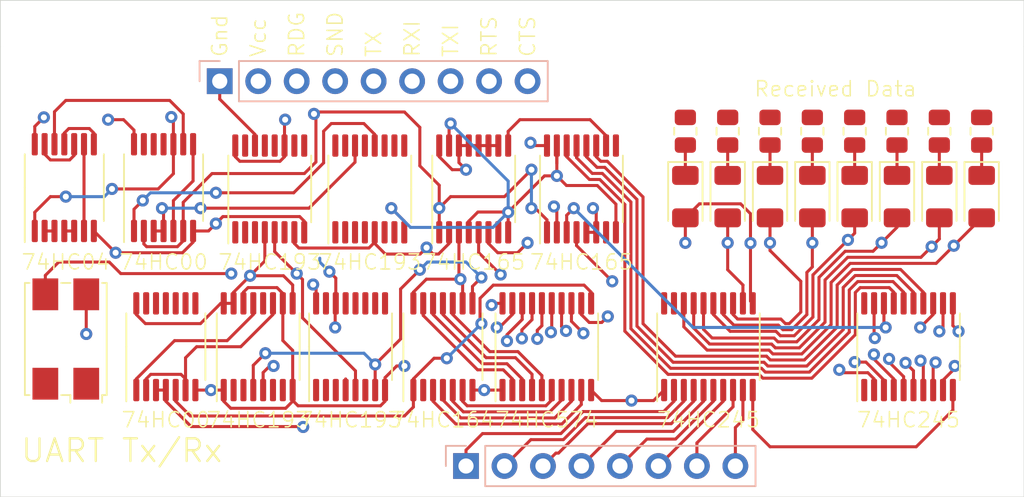
<source format=kicad_pcb>
(kicad_pcb (version 20171130) (host pcbnew "(5.1.10-1-10_14)")

  (general
    (thickness 1.6)
    (drawings 17)
    (tracks 772)
    (zones 0)
    (modules 32)
    (nets 100)
  )

  (page A4)
  (layers
    (0 F.Cu signal)
    (1 In1.Cu signal)
    (2 In2.Cu signal)
    (31 B.Cu signal)
    (32 B.Adhes user)
    (33 F.Adhes user)
    (34 B.Paste user)
    (35 F.Paste user)
    (36 B.SilkS user)
    (37 F.SilkS user)
    (38 B.Mask user)
    (39 F.Mask user)
    (40 Dwgs.User user)
    (41 Cmts.User user)
    (42 Eco1.User user)
    (43 Eco2.User user)
    (44 Edge.Cuts user)
    (45 Margin user)
    (46 B.CrtYd user)
    (47 F.CrtYd user)
    (48 B.Fab user hide)
    (49 F.Fab user hide)
  )

  (setup
    (last_trace_width 0.25)
    (user_trace_width 0.2)
    (trace_clearance 0.2)
    (zone_clearance 0.508)
    (zone_45_only no)
    (trace_min 0.2)
    (via_size 0.8)
    (via_drill 0.4)
    (via_min_size 0.4)
    (via_min_drill 0.3)
    (uvia_size 0.3)
    (uvia_drill 0.1)
    (uvias_allowed no)
    (uvia_min_size 0.2)
    (uvia_min_drill 0.1)
    (edge_width 0.05)
    (segment_width 0.2)
    (pcb_text_width 0.3)
    (pcb_text_size 1.5 1.5)
    (mod_edge_width 0.12)
    (mod_text_size 1 1)
    (mod_text_width 0.15)
    (pad_size 1.524 1.524)
    (pad_drill 0.762)
    (pad_to_mask_clearance 0)
    (aux_axis_origin 0 0)
    (visible_elements FFFFFF7F)
    (pcbplotparams
      (layerselection 0x010fc_ffffffff)
      (usegerberextensions false)
      (usegerberattributes true)
      (usegerberadvancedattributes true)
      (creategerberjobfile true)
      (excludeedgelayer true)
      (linewidth 0.100000)
      (plotframeref false)
      (viasonmask false)
      (mode 1)
      (useauxorigin false)
      (hpglpennumber 1)
      (hpglpenspeed 20)
      (hpglpendiameter 15.000000)
      (psnegative false)
      (psa4output false)
      (plotreference true)
      (plotvalue true)
      (plotinvisibletext false)
      (padsonsilk false)
      (subtractmaskfromsilk false)
      (outputformat 1)
      (mirror false)
      (drillshape 1)
      (scaleselection 1)
      (outputdirectory ""))
  )

  (net 0 "")
  (net 1 VCC)
  (net 2 GND)
  (net 3 BUS7)
  (net 4 BUS6)
  (net 5 BUS5)
  (net 6 BUS4)
  (net 7 BUS3)
  (net 8 BUS2)
  (net 9 BUS1)
  (net 10 BUS0)
  (net 11 ~TRANSMIT_DATA_FROM_BUS)
  (net 12 SEND_DATA)
  (net 13 SH~LD)
  (net 14 "Net-(U1-Pad1)")
  (net 15 "Net-(U1-Pad3)")
  (net 16 "Net-(U2-Pad15)")
  (net 17 "Net-(U2-Pad13)")
  (net 18 "Net-(U2-Pad12)")
  (net 19 "Net-(U2-Pad10)")
  (net 20 "Net-(U2-Pad9)")
  (net 21 CLK)
  (net 22 "Net-(U2-Pad6)")
  (net 23 "Net-(U2-Pad3)")
  (net 24 "Net-(U2-Pad2)")
  (net 25 "Net-(U2-Pad1)")
  (net 26 "Net-(U3-Pad15)")
  (net 27 CLR)
  (net 28 "Net-(U3-Pad13)")
  (net 29 CO)
  (net 30 "Net-(U3-Pad10)")
  (net 31 "Net-(U3-Pad9)")
  (net 32 "Net-(U3-Pad7)")
  (net 33 "Net-(U3-Pad6)")
  (net 34 "Net-(U3-Pad3)")
  (net 35 "Net-(U3-Pad2)")
  (net 36 "Net-(U3-Pad1)")
  (net 37 RX1)
  (net 38 RX2)
  (net 39 RX3)
  (net 40 RX4)
  (net 41 "Net-(U4-Pad10)")
  (net 42 "Net-(U4-Pad7)")
  (net 43 RX7)
  (net 44 RX0)
  (net 45 "Net-(U5-Pad7)")
  (net 46 RX5)
  (net 47 RX6)
  (net 48 "Net-(U7-Pad10)")
  (net 49 "Net-(U7-Pad12)")
  (net 50 "Net-(U7-Pad11)")
  (net 51 "Net-(U7-Pad6)")
  (net 52 "Net-(U7-Pad4)")
  (net 53 "Net-(U7-Pad2)")
  (net 54 "Net-(U8-Pad5)")
  (net 55 RX_IN_CABLE)
  (net 56 TX_IN_CABLE)
  (net 57 "Net-(U10-Pad11)")
  (net 58 RECEIVING_DATA)
  (net 59 "Net-(U10-Pad13)")
  (net 60 "Net-(U10-Pad12)")
  (net 61 "Net-(U10-Pad7)")
  (net 62 "Net-(U10-Pad6)")
  (net 63 "Net-(U10-Pad4)")
  (net 64 "Net-(U10-Pad3)")
  (net 65 "Net-(U10-Pad2)")
  (net 66 "Net-(U11-Pad15)")
  (net 67 "Net-(U11-Pad13)")
  (net 68 "Net-(U11-Pad12)")
  (net 69 "Net-(U11-Pad10)")
  (net 70 "Net-(U11-Pad9)")
  (net 71 "Net-(U11-Pad6)")
  (net 72 "Net-(U11-Pad3)")
  (net 73 "Net-(U11-Pad2)")
  (net 74 "Net-(U11-Pad1)")
  (net 75 ~SEND_RECEIVED_DATA_TO_BUS)
  (net 76 TX0)
  (net 77 TX1)
  (net 78 TX2)
  (net 79 TX3)
  (net 80 TX4)
  (net 81 TX5)
  (net 82 TX6)
  (net 83 TX7)
  (net 84 TXQ0)
  (net 85 TXQ1)
  (net 86 TXQ2)
  (net 87 TXQ3)
  (net 88 TXQ4)
  (net 89 TXQ5)
  (net 90 TXQ6)
  (net 91 TXQ7)
  (net 92 "Net-(D1-Pad1)")
  (net 93 "Net-(D2-Pad1)")
  (net 94 "Net-(D3-Pad1)")
  (net 95 "Net-(D4-Pad1)")
  (net 96 "Net-(D5-Pad1)")
  (net 97 "Net-(D6-Pad1)")
  (net 98 "Net-(D7-Pad1)")
  (net 99 "Net-(D8-Pad1)")

  (net_class Default "This is the default net class."
    (clearance 0.2)
    (trace_width 0.25)
    (via_dia 0.8)
    (via_drill 0.4)
    (uvia_dia 0.3)
    (uvia_drill 0.1)
    (add_net BUS0)
    (add_net BUS1)
    (add_net BUS2)
    (add_net BUS3)
    (add_net BUS4)
    (add_net BUS5)
    (add_net BUS6)
    (add_net BUS7)
    (add_net CLK)
    (add_net CLR)
    (add_net CO)
    (add_net GND)
    (add_net "Net-(D1-Pad1)")
    (add_net "Net-(D2-Pad1)")
    (add_net "Net-(D3-Pad1)")
    (add_net "Net-(D4-Pad1)")
    (add_net "Net-(D5-Pad1)")
    (add_net "Net-(D6-Pad1)")
    (add_net "Net-(D7-Pad1)")
    (add_net "Net-(D8-Pad1)")
    (add_net "Net-(U1-Pad1)")
    (add_net "Net-(U1-Pad3)")
    (add_net "Net-(U10-Pad11)")
    (add_net "Net-(U10-Pad12)")
    (add_net "Net-(U10-Pad13)")
    (add_net "Net-(U10-Pad2)")
    (add_net "Net-(U10-Pad3)")
    (add_net "Net-(U10-Pad4)")
    (add_net "Net-(U10-Pad6)")
    (add_net "Net-(U10-Pad7)")
    (add_net "Net-(U11-Pad1)")
    (add_net "Net-(U11-Pad10)")
    (add_net "Net-(U11-Pad12)")
    (add_net "Net-(U11-Pad13)")
    (add_net "Net-(U11-Pad15)")
    (add_net "Net-(U11-Pad2)")
    (add_net "Net-(U11-Pad3)")
    (add_net "Net-(U11-Pad6)")
    (add_net "Net-(U11-Pad9)")
    (add_net "Net-(U2-Pad1)")
    (add_net "Net-(U2-Pad10)")
    (add_net "Net-(U2-Pad12)")
    (add_net "Net-(U2-Pad13)")
    (add_net "Net-(U2-Pad15)")
    (add_net "Net-(U2-Pad2)")
    (add_net "Net-(U2-Pad3)")
    (add_net "Net-(U2-Pad6)")
    (add_net "Net-(U2-Pad9)")
    (add_net "Net-(U3-Pad1)")
    (add_net "Net-(U3-Pad10)")
    (add_net "Net-(U3-Pad13)")
    (add_net "Net-(U3-Pad15)")
    (add_net "Net-(U3-Pad2)")
    (add_net "Net-(U3-Pad3)")
    (add_net "Net-(U3-Pad6)")
    (add_net "Net-(U3-Pad7)")
    (add_net "Net-(U3-Pad9)")
    (add_net "Net-(U4-Pad10)")
    (add_net "Net-(U4-Pad7)")
    (add_net "Net-(U5-Pad7)")
    (add_net "Net-(U7-Pad10)")
    (add_net "Net-(U7-Pad11)")
    (add_net "Net-(U7-Pad12)")
    (add_net "Net-(U7-Pad2)")
    (add_net "Net-(U7-Pad4)")
    (add_net "Net-(U7-Pad6)")
    (add_net "Net-(U8-Pad5)")
    (add_net RECEIVING_DATA)
    (add_net RX0)
    (add_net RX1)
    (add_net RX2)
    (add_net RX3)
    (add_net RX4)
    (add_net RX5)
    (add_net RX6)
    (add_net RX7)
    (add_net RX_IN_CABLE)
    (add_net SEND_DATA)
    (add_net SH~LD)
    (add_net TX0)
    (add_net TX1)
    (add_net TX2)
    (add_net TX3)
    (add_net TX4)
    (add_net TX5)
    (add_net TX6)
    (add_net TX7)
    (add_net TXQ0)
    (add_net TXQ1)
    (add_net TXQ2)
    (add_net TXQ3)
    (add_net TXQ4)
    (add_net TXQ5)
    (add_net TXQ6)
    (add_net TXQ7)
    (add_net TX_IN_CABLE)
    (add_net VCC)
    (add_net ~SEND_RECEIVED_DATA_TO_BUS)
    (add_net ~TRANSMIT_DATA_FROM_BUS)
  )

  (module Connector_PinHeader_2.54mm:PinHeader_1x09_P2.54mm_Vertical (layer B.Cu) (tedit 59FED5CC) (tstamp 617B54B2)
    (at 121.92 105.156 270)
    (descr "Through hole straight pin header, 1x09, 2.54mm pitch, single row")
    (tags "Through hole pin header THT 1x09 2.54mm single row")
    (path /6183D974)
    (fp_text reference J1 (at 0 2.33 90) (layer B.SilkS) hide
      (effects (font (size 1 1) (thickness 0.15)) (justify mirror))
    )
    (fp_text value Conn_01x09 (at 0 -22.65 90) (layer B.Fab)
      (effects (font (size 1 1) (thickness 0.15)) (justify mirror))
    )
    (fp_line (start 1.8 1.8) (end -1.8 1.8) (layer B.CrtYd) (width 0.05))
    (fp_line (start 1.8 -22.1) (end 1.8 1.8) (layer B.CrtYd) (width 0.05))
    (fp_line (start -1.8 -22.1) (end 1.8 -22.1) (layer B.CrtYd) (width 0.05))
    (fp_line (start -1.8 1.8) (end -1.8 -22.1) (layer B.CrtYd) (width 0.05))
    (fp_line (start -1.33 1.33) (end 0 1.33) (layer B.SilkS) (width 0.12))
    (fp_line (start -1.33 0) (end -1.33 1.33) (layer B.SilkS) (width 0.12))
    (fp_line (start -1.33 -1.27) (end 1.33 -1.27) (layer B.SilkS) (width 0.12))
    (fp_line (start 1.33 -1.27) (end 1.33 -21.65) (layer B.SilkS) (width 0.12))
    (fp_line (start -1.33 -1.27) (end -1.33 -21.65) (layer B.SilkS) (width 0.12))
    (fp_line (start -1.33 -21.65) (end 1.33 -21.65) (layer B.SilkS) (width 0.12))
    (fp_line (start -1.27 0.635) (end -0.635 1.27) (layer B.Fab) (width 0.1))
    (fp_line (start -1.27 -21.59) (end -1.27 0.635) (layer B.Fab) (width 0.1))
    (fp_line (start 1.27 -21.59) (end -1.27 -21.59) (layer B.Fab) (width 0.1))
    (fp_line (start 1.27 1.27) (end 1.27 -21.59) (layer B.Fab) (width 0.1))
    (fp_line (start -0.635 1.27) (end 1.27 1.27) (layer B.Fab) (width 0.1))
    (fp_text user %R (at 0 -10.16 180) (layer B.Fab) hide
      (effects (font (size 1 1) (thickness 0.15)) (justify mirror))
    )
    (pad 9 thru_hole oval (at 0 -20.32 270) (size 1.7 1.7) (drill 1) (layers *.Cu *.Mask)
      (net 58 RECEIVING_DATA))
    (pad 8 thru_hole oval (at 0 -17.78 270) (size 1.7 1.7) (drill 1) (layers *.Cu *.Mask)
      (net 13 SH~LD))
    (pad 7 thru_hole oval (at 0 -15.24 270) (size 1.7 1.7) (drill 1) (layers *.Cu *.Mask)
      (net 75 ~SEND_RECEIVED_DATA_TO_BUS))
    (pad 6 thru_hole oval (at 0 -12.7 270) (size 1.7 1.7) (drill 1) (layers *.Cu *.Mask)
      (net 56 TX_IN_CABLE))
    (pad 5 thru_hole oval (at 0 -10.16 270) (size 1.7 1.7) (drill 1) (layers *.Cu *.Mask)
      (net 55 RX_IN_CABLE))
    (pad 4 thru_hole oval (at 0 -7.62 270) (size 1.7 1.7) (drill 1) (layers *.Cu *.Mask)
      (net 11 ~TRANSMIT_DATA_FROM_BUS))
    (pad 3 thru_hole oval (at 0 -5.08 270) (size 1.7 1.7) (drill 1) (layers *.Cu *.Mask)
      (net 12 SEND_DATA))
    (pad 2 thru_hole oval (at 0 -2.54 270) (size 1.7 1.7) (drill 1) (layers *.Cu *.Mask)
      (net 1 VCC))
    (pad 1 thru_hole rect (at 0 0 270) (size 1.7 1.7) (drill 1) (layers *.Cu *.Mask)
      (net 2 GND))
    (model ${KISYS3DMOD}/Connector_PinHeader_2.54mm.3dshapes/PinHeader_1x09_P2.54mm_Vertical.wrl
      (at (xyz 0 0 0))
      (scale (xyz 1 1 1))
      (rotate (xyz 0 0 0))
    )
  )

  (module Resistor_SMD:R_0805_2012Metric (layer F.Cu) (tedit 5F68FEEE) (tstamp 617C010B)
    (at 172.212 108.458 90)
    (descr "Resistor SMD 0805 (2012 Metric), square (rectangular) end terminal, IPC_7351 nominal, (Body size source: IPC-SM-782 page 72, https://www.pcb-3d.com/wordpress/wp-content/uploads/ipc-sm-782a_amendment_1_and_2.pdf), generated with kicad-footprint-generator")
    (tags resistor)
    (path /61AA4C53)
    (attr smd)
    (fp_text reference R8 (at 0 -1.65 90) (layer F.SilkS) hide
      (effects (font (size 1 1) (thickness 0.15)))
    )
    (fp_text value 1kohm (at 0 1.65 90) (layer F.Fab)
      (effects (font (size 1 1) (thickness 0.15)))
    )
    (fp_line (start 1.68 0.95) (end -1.68 0.95) (layer F.CrtYd) (width 0.05))
    (fp_line (start 1.68 -0.95) (end 1.68 0.95) (layer F.CrtYd) (width 0.05))
    (fp_line (start -1.68 -0.95) (end 1.68 -0.95) (layer F.CrtYd) (width 0.05))
    (fp_line (start -1.68 0.95) (end -1.68 -0.95) (layer F.CrtYd) (width 0.05))
    (fp_line (start -0.227064 0.735) (end 0.227064 0.735) (layer F.SilkS) (width 0.12))
    (fp_line (start -0.227064 -0.735) (end 0.227064 -0.735) (layer F.SilkS) (width 0.12))
    (fp_line (start 1 0.625) (end -1 0.625) (layer F.Fab) (width 0.1))
    (fp_line (start 1 -0.625) (end 1 0.625) (layer F.Fab) (width 0.1))
    (fp_line (start -1 -0.625) (end 1 -0.625) (layer F.Fab) (width 0.1))
    (fp_line (start -1 0.625) (end -1 -0.625) (layer F.Fab) (width 0.1))
    (fp_text user %R (at 0 0 90) (layer F.Fab) hide
      (effects (font (size 0.5 0.5) (thickness 0.08)))
    )
    (pad 2 smd roundrect (at 0.9125 0 90) (size 1.025 1.4) (layers F.Cu F.Paste F.Mask) (roundrect_rratio 0.243902)
      (net 2 GND))
    (pad 1 smd roundrect (at -0.9125 0 90) (size 1.025 1.4) (layers F.Cu F.Paste F.Mask) (roundrect_rratio 0.243902)
      (net 99 "Net-(D8-Pad1)"))
    (model ${KISYS3DMOD}/Resistor_SMD.3dshapes/R_0805_2012Metric.wrl
      (at (xyz 0 0 0))
      (scale (xyz 1 1 1))
      (rotate (xyz 0 0 0))
    )
  )

  (module Resistor_SMD:R_0805_2012Metric (layer F.Cu) (tedit 5F68FEEE) (tstamp 617C013B)
    (at 169.418 108.458 90)
    (descr "Resistor SMD 0805 (2012 Metric), square (rectangular) end terminal, IPC_7351 nominal, (Body size source: IPC-SM-782 page 72, https://www.pcb-3d.com/wordpress/wp-content/uploads/ipc-sm-782a_amendment_1_and_2.pdf), generated with kicad-footprint-generator")
    (tags resistor)
    (path /61AA4C34)
    (attr smd)
    (fp_text reference R7 (at 0 -1.65 90) (layer F.SilkS) hide
      (effects (font (size 1 1) (thickness 0.15)))
    )
    (fp_text value 1kohm (at 0 1.65 90) (layer F.Fab)
      (effects (font (size 1 1) (thickness 0.15)))
    )
    (fp_line (start 1.68 0.95) (end -1.68 0.95) (layer F.CrtYd) (width 0.05))
    (fp_line (start 1.68 -0.95) (end 1.68 0.95) (layer F.CrtYd) (width 0.05))
    (fp_line (start -1.68 -0.95) (end 1.68 -0.95) (layer F.CrtYd) (width 0.05))
    (fp_line (start -1.68 0.95) (end -1.68 -0.95) (layer F.CrtYd) (width 0.05))
    (fp_line (start -0.227064 0.735) (end 0.227064 0.735) (layer F.SilkS) (width 0.12))
    (fp_line (start -0.227064 -0.735) (end 0.227064 -0.735) (layer F.SilkS) (width 0.12))
    (fp_line (start 1 0.625) (end -1 0.625) (layer F.Fab) (width 0.1))
    (fp_line (start 1 -0.625) (end 1 0.625) (layer F.Fab) (width 0.1))
    (fp_line (start -1 -0.625) (end 1 -0.625) (layer F.Fab) (width 0.1))
    (fp_line (start -1 0.625) (end -1 -0.625) (layer F.Fab) (width 0.1))
    (fp_text user %R (at 0 0 90) (layer F.Fab) hide
      (effects (font (size 0.5 0.5) (thickness 0.08)))
    )
    (pad 2 smd roundrect (at 0.9125 0 90) (size 1.025 1.4) (layers F.Cu F.Paste F.Mask) (roundrect_rratio 0.243902)
      (net 2 GND))
    (pad 1 smd roundrect (at -0.9125 0 90) (size 1.025 1.4) (layers F.Cu F.Paste F.Mask) (roundrect_rratio 0.243902)
      (net 98 "Net-(D7-Pad1)"))
    (model ${KISYS3DMOD}/Resistor_SMD.3dshapes/R_0805_2012Metric.wrl
      (at (xyz 0 0 0))
      (scale (xyz 1 1 1))
      (rotate (xyz 0 0 0))
    )
  )

  (module Resistor_SMD:R_0805_2012Metric (layer F.Cu) (tedit 5F68FEEE) (tstamp 617BEEE4)
    (at 166.624 108.458 90)
    (descr "Resistor SMD 0805 (2012 Metric), square (rectangular) end terminal, IPC_7351 nominal, (Body size source: IPC-SM-782 page 72, https://www.pcb-3d.com/wordpress/wp-content/uploads/ipc-sm-782a_amendment_1_and_2.pdf), generated with kicad-footprint-generator")
    (tags resistor)
    (path /61AA4C15)
    (attr smd)
    (fp_text reference R6 (at 0 -1.65 90) (layer F.SilkS) hide
      (effects (font (size 1 1) (thickness 0.15)))
    )
    (fp_text value 1kohm (at 0 1.65 90) (layer F.Fab)
      (effects (font (size 1 1) (thickness 0.15)))
    )
    (fp_line (start 1.68 0.95) (end -1.68 0.95) (layer F.CrtYd) (width 0.05))
    (fp_line (start 1.68 -0.95) (end 1.68 0.95) (layer F.CrtYd) (width 0.05))
    (fp_line (start -1.68 -0.95) (end 1.68 -0.95) (layer F.CrtYd) (width 0.05))
    (fp_line (start -1.68 0.95) (end -1.68 -0.95) (layer F.CrtYd) (width 0.05))
    (fp_line (start -0.227064 0.735) (end 0.227064 0.735) (layer F.SilkS) (width 0.12))
    (fp_line (start -0.227064 -0.735) (end 0.227064 -0.735) (layer F.SilkS) (width 0.12))
    (fp_line (start 1 0.625) (end -1 0.625) (layer F.Fab) (width 0.1))
    (fp_line (start 1 -0.625) (end 1 0.625) (layer F.Fab) (width 0.1))
    (fp_line (start -1 -0.625) (end 1 -0.625) (layer F.Fab) (width 0.1))
    (fp_line (start -1 0.625) (end -1 -0.625) (layer F.Fab) (width 0.1))
    (fp_text user %R (at 0 0 90) (layer F.Fab) hide
      (effects (font (size 0.5 0.5) (thickness 0.08)))
    )
    (pad 2 smd roundrect (at 0.9125 0 90) (size 1.025 1.4) (layers F.Cu F.Paste F.Mask) (roundrect_rratio 0.243902)
      (net 2 GND))
    (pad 1 smd roundrect (at -0.9125 0 90) (size 1.025 1.4) (layers F.Cu F.Paste F.Mask) (roundrect_rratio 0.243902)
      (net 97 "Net-(D6-Pad1)"))
    (model ${KISYS3DMOD}/Resistor_SMD.3dshapes/R_0805_2012Metric.wrl
      (at (xyz 0 0 0))
      (scale (xyz 1 1 1))
      (rotate (xyz 0 0 0))
    )
  )

  (module Resistor_SMD:R_0805_2012Metric (layer F.Cu) (tedit 5F68FEEE) (tstamp 617C016B)
    (at 163.83 108.458 90)
    (descr "Resistor SMD 0805 (2012 Metric), square (rectangular) end terminal, IPC_7351 nominal, (Body size source: IPC-SM-782 page 72, https://www.pcb-3d.com/wordpress/wp-content/uploads/ipc-sm-782a_amendment_1_and_2.pdf), generated with kicad-footprint-generator")
    (tags resistor)
    (path /61AA4BF6)
    (attr smd)
    (fp_text reference R5 (at 0 -1.65 90) (layer F.SilkS) hide
      (effects (font (size 1 1) (thickness 0.15)))
    )
    (fp_text value 1kohm (at 0 1.65 90) (layer F.Fab)
      (effects (font (size 1 1) (thickness 0.15)))
    )
    (fp_line (start 1.68 0.95) (end -1.68 0.95) (layer F.CrtYd) (width 0.05))
    (fp_line (start 1.68 -0.95) (end 1.68 0.95) (layer F.CrtYd) (width 0.05))
    (fp_line (start -1.68 -0.95) (end 1.68 -0.95) (layer F.CrtYd) (width 0.05))
    (fp_line (start -1.68 0.95) (end -1.68 -0.95) (layer F.CrtYd) (width 0.05))
    (fp_line (start -0.227064 0.735) (end 0.227064 0.735) (layer F.SilkS) (width 0.12))
    (fp_line (start -0.227064 -0.735) (end 0.227064 -0.735) (layer F.SilkS) (width 0.12))
    (fp_line (start 1 0.625) (end -1 0.625) (layer F.Fab) (width 0.1))
    (fp_line (start 1 -0.625) (end 1 0.625) (layer F.Fab) (width 0.1))
    (fp_line (start -1 -0.625) (end 1 -0.625) (layer F.Fab) (width 0.1))
    (fp_line (start -1 0.625) (end -1 -0.625) (layer F.Fab) (width 0.1))
    (fp_text user %R (at 0 0 90) (layer F.Fab) hide
      (effects (font (size 0.5 0.5) (thickness 0.08)))
    )
    (pad 2 smd roundrect (at 0.9125 0 90) (size 1.025 1.4) (layers F.Cu F.Paste F.Mask) (roundrect_rratio 0.243902)
      (net 2 GND))
    (pad 1 smd roundrect (at -0.9125 0 90) (size 1.025 1.4) (layers F.Cu F.Paste F.Mask) (roundrect_rratio 0.243902)
      (net 96 "Net-(D5-Pad1)"))
    (model ${KISYS3DMOD}/Resistor_SMD.3dshapes/R_0805_2012Metric.wrl
      (at (xyz 0 0 0))
      (scale (xyz 1 1 1))
      (rotate (xyz 0 0 0))
    )
  )

  (module Resistor_SMD:R_0805_2012Metric (layer F.Cu) (tedit 5F68FEEE) (tstamp 617C019B)
    (at 161.036 108.458 90)
    (descr "Resistor SMD 0805 (2012 Metric), square (rectangular) end terminal, IPC_7351 nominal, (Body size source: IPC-SM-782 page 72, https://www.pcb-3d.com/wordpress/wp-content/uploads/ipc-sm-782a_amendment_1_and_2.pdf), generated with kicad-footprint-generator")
    (tags resistor)
    (path /61A9FA70)
    (attr smd)
    (fp_text reference R4 (at 0 -1.65 90) (layer F.SilkS) hide
      (effects (font (size 1 1) (thickness 0.15)))
    )
    (fp_text value 1kohm (at 0 1.65 90) (layer F.Fab)
      (effects (font (size 1 1) (thickness 0.15)))
    )
    (fp_line (start 1.68 0.95) (end -1.68 0.95) (layer F.CrtYd) (width 0.05))
    (fp_line (start 1.68 -0.95) (end 1.68 0.95) (layer F.CrtYd) (width 0.05))
    (fp_line (start -1.68 -0.95) (end 1.68 -0.95) (layer F.CrtYd) (width 0.05))
    (fp_line (start -1.68 0.95) (end -1.68 -0.95) (layer F.CrtYd) (width 0.05))
    (fp_line (start -0.227064 0.735) (end 0.227064 0.735) (layer F.SilkS) (width 0.12))
    (fp_line (start -0.227064 -0.735) (end 0.227064 -0.735) (layer F.SilkS) (width 0.12))
    (fp_line (start 1 0.625) (end -1 0.625) (layer F.Fab) (width 0.1))
    (fp_line (start 1 -0.625) (end 1 0.625) (layer F.Fab) (width 0.1))
    (fp_line (start -1 -0.625) (end 1 -0.625) (layer F.Fab) (width 0.1))
    (fp_line (start -1 0.625) (end -1 -0.625) (layer F.Fab) (width 0.1))
    (fp_text user %R (at 0 0 90) (layer F.Fab) hide
      (effects (font (size 0.5 0.5) (thickness 0.08)))
    )
    (pad 2 smd roundrect (at 0.9125 0 90) (size 1.025 1.4) (layers F.Cu F.Paste F.Mask) (roundrect_rratio 0.243902)
      (net 2 GND))
    (pad 1 smd roundrect (at -0.9125 0 90) (size 1.025 1.4) (layers F.Cu F.Paste F.Mask) (roundrect_rratio 0.243902)
      (net 95 "Net-(D4-Pad1)"))
    (model ${KISYS3DMOD}/Resistor_SMD.3dshapes/R_0805_2012Metric.wrl
      (at (xyz 0 0 0))
      (scale (xyz 1 1 1))
      (rotate (xyz 0 0 0))
    )
  )

  (module Resistor_SMD:R_0805_2012Metric (layer F.Cu) (tedit 5F68FEEE) (tstamp 617C01CB)
    (at 158.242 108.458 90)
    (descr "Resistor SMD 0805 (2012 Metric), square (rectangular) end terminal, IPC_7351 nominal, (Body size source: IPC-SM-782 page 72, https://www.pcb-3d.com/wordpress/wp-content/uploads/ipc-sm-782a_amendment_1_and_2.pdf), generated with kicad-footprint-generator")
    (tags resistor)
    (path /61A9FA51)
    (attr smd)
    (fp_text reference R3 (at 0 -1.65 90) (layer F.SilkS) hide
      (effects (font (size 1 1) (thickness 0.15)))
    )
    (fp_text value 1kohm (at 0 1.65 90) (layer F.Fab)
      (effects (font (size 1 1) (thickness 0.15)))
    )
    (fp_line (start 1.68 0.95) (end -1.68 0.95) (layer F.CrtYd) (width 0.05))
    (fp_line (start 1.68 -0.95) (end 1.68 0.95) (layer F.CrtYd) (width 0.05))
    (fp_line (start -1.68 -0.95) (end 1.68 -0.95) (layer F.CrtYd) (width 0.05))
    (fp_line (start -1.68 0.95) (end -1.68 -0.95) (layer F.CrtYd) (width 0.05))
    (fp_line (start -0.227064 0.735) (end 0.227064 0.735) (layer F.SilkS) (width 0.12))
    (fp_line (start -0.227064 -0.735) (end 0.227064 -0.735) (layer F.SilkS) (width 0.12))
    (fp_line (start 1 0.625) (end -1 0.625) (layer F.Fab) (width 0.1))
    (fp_line (start 1 -0.625) (end 1 0.625) (layer F.Fab) (width 0.1))
    (fp_line (start -1 -0.625) (end 1 -0.625) (layer F.Fab) (width 0.1))
    (fp_line (start -1 0.625) (end -1 -0.625) (layer F.Fab) (width 0.1))
    (fp_text user %R (at 0 0 90) (layer F.Fab) hide
      (effects (font (size 0.5 0.5) (thickness 0.08)))
    )
    (pad 2 smd roundrect (at 0.9125 0 90) (size 1.025 1.4) (layers F.Cu F.Paste F.Mask) (roundrect_rratio 0.243902)
      (net 2 GND))
    (pad 1 smd roundrect (at -0.9125 0 90) (size 1.025 1.4) (layers F.Cu F.Paste F.Mask) (roundrect_rratio 0.243902)
      (net 94 "Net-(D3-Pad1)"))
    (model ${KISYS3DMOD}/Resistor_SMD.3dshapes/R_0805_2012Metric.wrl
      (at (xyz 0 0 0))
      (scale (xyz 1 1 1))
      (rotate (xyz 0 0 0))
    )
  )

  (module Resistor_SMD:R_0805_2012Metric (layer F.Cu) (tedit 5F68FEEE) (tstamp 617BEEA0)
    (at 155.448 108.458 90)
    (descr "Resistor SMD 0805 (2012 Metric), square (rectangular) end terminal, IPC_7351 nominal, (Body size source: IPC-SM-782 page 72, https://www.pcb-3d.com/wordpress/wp-content/uploads/ipc-sm-782a_amendment_1_and_2.pdf), generated with kicad-footprint-generator")
    (tags resistor)
    (path /61A9C0E3)
    (attr smd)
    (fp_text reference R2 (at 0 -1.65 90) (layer F.SilkS) hide
      (effects (font (size 1 1) (thickness 0.15)))
    )
    (fp_text value 1kohm (at 0 1.65 90) (layer F.Fab)
      (effects (font (size 1 1) (thickness 0.15)))
    )
    (fp_line (start 1.68 0.95) (end -1.68 0.95) (layer F.CrtYd) (width 0.05))
    (fp_line (start 1.68 -0.95) (end 1.68 0.95) (layer F.CrtYd) (width 0.05))
    (fp_line (start -1.68 -0.95) (end 1.68 -0.95) (layer F.CrtYd) (width 0.05))
    (fp_line (start -1.68 0.95) (end -1.68 -0.95) (layer F.CrtYd) (width 0.05))
    (fp_line (start -0.227064 0.735) (end 0.227064 0.735) (layer F.SilkS) (width 0.12))
    (fp_line (start -0.227064 -0.735) (end 0.227064 -0.735) (layer F.SilkS) (width 0.12))
    (fp_line (start 1 0.625) (end -1 0.625) (layer F.Fab) (width 0.1))
    (fp_line (start 1 -0.625) (end 1 0.625) (layer F.Fab) (width 0.1))
    (fp_line (start -1 -0.625) (end 1 -0.625) (layer F.Fab) (width 0.1))
    (fp_line (start -1 0.625) (end -1 -0.625) (layer F.Fab) (width 0.1))
    (fp_text user %R (at 0 0 90) (layer F.Fab) hide
      (effects (font (size 0.5 0.5) (thickness 0.08)))
    )
    (pad 2 smd roundrect (at 0.9125 0 90) (size 1.025 1.4) (layers F.Cu F.Paste F.Mask) (roundrect_rratio 0.243902)
      (net 2 GND))
    (pad 1 smd roundrect (at -0.9125 0 90) (size 1.025 1.4) (layers F.Cu F.Paste F.Mask) (roundrect_rratio 0.243902)
      (net 93 "Net-(D2-Pad1)"))
    (model ${KISYS3DMOD}/Resistor_SMD.3dshapes/R_0805_2012Metric.wrl
      (at (xyz 0 0 0))
      (scale (xyz 1 1 1))
      (rotate (xyz 0 0 0))
    )
  )

  (module Resistor_SMD:R_0805_2012Metric (layer F.Cu) (tedit 5F68FEEE) (tstamp 617BEE8F)
    (at 152.654 108.458 90)
    (descr "Resistor SMD 0805 (2012 Metric), square (rectangular) end terminal, IPC_7351 nominal, (Body size source: IPC-SM-782 page 72, https://www.pcb-3d.com/wordpress/wp-content/uploads/ipc-sm-782a_amendment_1_and_2.pdf), generated with kicad-footprint-generator")
    (tags resistor)
    (path /61A9A810)
    (attr smd)
    (fp_text reference R1 (at 0 -1.65 90) (layer F.SilkS) hide
      (effects (font (size 1 1) (thickness 0.15)))
    )
    (fp_text value 1kohm (at 0 1.65 90) (layer F.Fab)
      (effects (font (size 1 1) (thickness 0.15)))
    )
    (fp_line (start 1.68 0.95) (end -1.68 0.95) (layer F.CrtYd) (width 0.05))
    (fp_line (start 1.68 -0.95) (end 1.68 0.95) (layer F.CrtYd) (width 0.05))
    (fp_line (start -1.68 -0.95) (end 1.68 -0.95) (layer F.CrtYd) (width 0.05))
    (fp_line (start -1.68 0.95) (end -1.68 -0.95) (layer F.CrtYd) (width 0.05))
    (fp_line (start -0.227064 0.735) (end 0.227064 0.735) (layer F.SilkS) (width 0.12))
    (fp_line (start -0.227064 -0.735) (end 0.227064 -0.735) (layer F.SilkS) (width 0.12))
    (fp_line (start 1 0.625) (end -1 0.625) (layer F.Fab) (width 0.1))
    (fp_line (start 1 -0.625) (end 1 0.625) (layer F.Fab) (width 0.1))
    (fp_line (start -1 -0.625) (end 1 -0.625) (layer F.Fab) (width 0.1))
    (fp_line (start -1 0.625) (end -1 -0.625) (layer F.Fab) (width 0.1))
    (fp_text user %R (at 0 0 90) (layer F.Fab) hide
      (effects (font (size 0.5 0.5) (thickness 0.08)))
    )
    (pad 2 smd roundrect (at 0.9125 0 90) (size 1.025 1.4) (layers F.Cu F.Paste F.Mask) (roundrect_rratio 0.243902)
      (net 2 GND))
    (pad 1 smd roundrect (at -0.9125 0 90) (size 1.025 1.4) (layers F.Cu F.Paste F.Mask) (roundrect_rratio 0.243902)
      (net 92 "Net-(D1-Pad1)"))
    (model ${KISYS3DMOD}/Resistor_SMD.3dshapes/R_0805_2012Metric.wrl
      (at (xyz 0 0 0))
      (scale (xyz 1 1 1))
      (rotate (xyz 0 0 0))
    )
  )

  (module LED_SMD:LED_1206_3216Metric (layer F.Cu) (tedit 5F68FEF1) (tstamp 617C01FD)
    (at 172.212 112.776 270)
    (descr "LED SMD 1206 (3216 Metric), square (rectangular) end terminal, IPC_7351 nominal, (Body size source: http://www.tortai-tech.com/upload/download/2011102023233369053.pdf), generated with kicad-footprint-generator")
    (tags LED)
    (path /61AA4C48)
    (attr smd)
    (fp_text reference D8 (at 0 0 90) (layer F.SilkS) hide
      (effects (font (size 1 1) (thickness 0.15)))
    )
    (fp_text value LED (at 0 1.82 90) (layer F.Fab)
      (effects (font (size 1 1) (thickness 0.15)))
    )
    (fp_line (start 2.28 1.12) (end -2.28 1.12) (layer F.CrtYd) (width 0.05))
    (fp_line (start 2.28 -1.12) (end 2.28 1.12) (layer F.CrtYd) (width 0.05))
    (fp_line (start -2.28 -1.12) (end 2.28 -1.12) (layer F.CrtYd) (width 0.05))
    (fp_line (start -2.28 1.12) (end -2.28 -1.12) (layer F.CrtYd) (width 0.05))
    (fp_line (start -2.285 1.135) (end 1.6 1.135) (layer F.SilkS) (width 0.12))
    (fp_line (start -2.285 -1.135) (end -2.285 1.135) (layer F.SilkS) (width 0.12))
    (fp_line (start 1.6 -1.135) (end -2.285 -1.135) (layer F.SilkS) (width 0.12))
    (fp_line (start 1.6 0.8) (end 1.6 -0.8) (layer F.Fab) (width 0.1))
    (fp_line (start -1.6 0.8) (end 1.6 0.8) (layer F.Fab) (width 0.1))
    (fp_line (start -1.6 -0.4) (end -1.6 0.8) (layer F.Fab) (width 0.1))
    (fp_line (start -1.2 -0.8) (end -1.6 -0.4) (layer F.Fab) (width 0.1))
    (fp_line (start 1.6 -0.8) (end -1.2 -0.8) (layer F.Fab) (width 0.1))
    (fp_text user %R (at 0 0 90) (layer F.Fab) hide
      (effects (font (size 0.8 0.8) (thickness 0.12)))
    )
    (pad 2 smd roundrect (at 1.4 0 270) (size 1.25 1.75) (layers F.Cu F.Paste F.Mask) (roundrect_rratio 0.2)
      (net 84 TXQ0))
    (pad 1 smd roundrect (at -1.4 0 270) (size 1.25 1.75) (layers F.Cu F.Paste F.Mask) (roundrect_rratio 0.2)
      (net 99 "Net-(D8-Pad1)"))
    (model ${KISYS3DMOD}/LED_SMD.3dshapes/LED_1206_3216Metric.wrl
      (at (xyz 0 0 0))
      (scale (xyz 1 1 1))
      (rotate (xyz 0 0 0))
    )
  )

  (module LED_SMD:LED_1206_3216Metric (layer F.Cu) (tedit 5F68FEF1) (tstamp 617C0233)
    (at 169.418 112.776 270)
    (descr "LED SMD 1206 (3216 Metric), square (rectangular) end terminal, IPC_7351 nominal, (Body size source: http://www.tortai-tech.com/upload/download/2011102023233369053.pdf), generated with kicad-footprint-generator")
    (tags LED)
    (path /61AA4C29)
    (attr smd)
    (fp_text reference D7 (at 0 0 90) (layer F.SilkS) hide
      (effects (font (size 1 1) (thickness 0.15)))
    )
    (fp_text value LED (at 0 1.82 90) (layer F.Fab)
      (effects (font (size 1 1) (thickness 0.15)))
    )
    (fp_line (start 2.28 1.12) (end -2.28 1.12) (layer F.CrtYd) (width 0.05))
    (fp_line (start 2.28 -1.12) (end 2.28 1.12) (layer F.CrtYd) (width 0.05))
    (fp_line (start -2.28 -1.12) (end 2.28 -1.12) (layer F.CrtYd) (width 0.05))
    (fp_line (start -2.28 1.12) (end -2.28 -1.12) (layer F.CrtYd) (width 0.05))
    (fp_line (start -2.285 1.135) (end 1.6 1.135) (layer F.SilkS) (width 0.12))
    (fp_line (start -2.285 -1.135) (end -2.285 1.135) (layer F.SilkS) (width 0.12))
    (fp_line (start 1.6 -1.135) (end -2.285 -1.135) (layer F.SilkS) (width 0.12))
    (fp_line (start 1.6 0.8) (end 1.6 -0.8) (layer F.Fab) (width 0.1))
    (fp_line (start -1.6 0.8) (end 1.6 0.8) (layer F.Fab) (width 0.1))
    (fp_line (start -1.6 -0.4) (end -1.6 0.8) (layer F.Fab) (width 0.1))
    (fp_line (start -1.2 -0.8) (end -1.6 -0.4) (layer F.Fab) (width 0.1))
    (fp_line (start 1.6 -0.8) (end -1.2 -0.8) (layer F.Fab) (width 0.1))
    (fp_text user %R (at 0 0 90) (layer F.Fab) hide
      (effects (font (size 0.8 0.8) (thickness 0.12)))
    )
    (pad 2 smd roundrect (at 1.4 0 270) (size 1.25 1.75) (layers F.Cu F.Paste F.Mask) (roundrect_rratio 0.2)
      (net 85 TXQ1))
    (pad 1 smd roundrect (at -1.4 0 270) (size 1.25 1.75) (layers F.Cu F.Paste F.Mask) (roundrect_rratio 0.2)
      (net 98 "Net-(D7-Pad1)"))
    (model ${KISYS3DMOD}/LED_SMD.3dshapes/LED_1206_3216Metric.wrl
      (at (xyz 0 0 0))
      (scale (xyz 1 1 1))
      (rotate (xyz 0 0 0))
    )
  )

  (module LED_SMD:LED_1206_3216Metric (layer F.Cu) (tedit 5F68FEF1) (tstamp 617C0269)
    (at 166.624 112.776 270)
    (descr "LED SMD 1206 (3216 Metric), square (rectangular) end terminal, IPC_7351 nominal, (Body size source: http://www.tortai-tech.com/upload/download/2011102023233369053.pdf), generated with kicad-footprint-generator")
    (tags LED)
    (path /61AA4C0A)
    (attr smd)
    (fp_text reference D6 (at 0 0 90) (layer F.SilkS) hide
      (effects (font (size 1 1) (thickness 0.15)))
    )
    (fp_text value LED (at 0 1.82 90) (layer F.Fab)
      (effects (font (size 1 1) (thickness 0.15)))
    )
    (fp_line (start 2.28 1.12) (end -2.28 1.12) (layer F.CrtYd) (width 0.05))
    (fp_line (start 2.28 -1.12) (end 2.28 1.12) (layer F.CrtYd) (width 0.05))
    (fp_line (start -2.28 -1.12) (end 2.28 -1.12) (layer F.CrtYd) (width 0.05))
    (fp_line (start -2.28 1.12) (end -2.28 -1.12) (layer F.CrtYd) (width 0.05))
    (fp_line (start -2.285 1.135) (end 1.6 1.135) (layer F.SilkS) (width 0.12))
    (fp_line (start -2.285 -1.135) (end -2.285 1.135) (layer F.SilkS) (width 0.12))
    (fp_line (start 1.6 -1.135) (end -2.285 -1.135) (layer F.SilkS) (width 0.12))
    (fp_line (start 1.6 0.8) (end 1.6 -0.8) (layer F.Fab) (width 0.1))
    (fp_line (start -1.6 0.8) (end 1.6 0.8) (layer F.Fab) (width 0.1))
    (fp_line (start -1.6 -0.4) (end -1.6 0.8) (layer F.Fab) (width 0.1))
    (fp_line (start -1.2 -0.8) (end -1.6 -0.4) (layer F.Fab) (width 0.1))
    (fp_line (start 1.6 -0.8) (end -1.2 -0.8) (layer F.Fab) (width 0.1))
    (fp_text user %R (at 0 0 90) (layer F.Fab) hide
      (effects (font (size 0.8 0.8) (thickness 0.12)))
    )
    (pad 2 smd roundrect (at 1.4 0 270) (size 1.25 1.75) (layers F.Cu F.Paste F.Mask) (roundrect_rratio 0.2)
      (net 86 TXQ2))
    (pad 1 smd roundrect (at -1.4 0 270) (size 1.25 1.75) (layers F.Cu F.Paste F.Mask) (roundrect_rratio 0.2)
      (net 97 "Net-(D6-Pad1)"))
    (model ${KISYS3DMOD}/LED_SMD.3dshapes/LED_1206_3216Metric.wrl
      (at (xyz 0 0 0))
      (scale (xyz 1 1 1))
      (rotate (xyz 0 0 0))
    )
  )

  (module LED_SMD:LED_1206_3216Metric (layer F.Cu) (tedit 5F68FEF1) (tstamp 617C029F)
    (at 163.83 112.776 270)
    (descr "LED SMD 1206 (3216 Metric), square (rectangular) end terminal, IPC_7351 nominal, (Body size source: http://www.tortai-tech.com/upload/download/2011102023233369053.pdf), generated with kicad-footprint-generator")
    (tags LED)
    (path /61AA4BEB)
    (attr smd)
    (fp_text reference D5 (at 0 0 90) (layer F.SilkS) hide
      (effects (font (size 1 1) (thickness 0.15)))
    )
    (fp_text value LED (at 0 1.82 90) (layer F.Fab)
      (effects (font (size 1 1) (thickness 0.15)))
    )
    (fp_line (start 2.28 1.12) (end -2.28 1.12) (layer F.CrtYd) (width 0.05))
    (fp_line (start 2.28 -1.12) (end 2.28 1.12) (layer F.CrtYd) (width 0.05))
    (fp_line (start -2.28 -1.12) (end 2.28 -1.12) (layer F.CrtYd) (width 0.05))
    (fp_line (start -2.28 1.12) (end -2.28 -1.12) (layer F.CrtYd) (width 0.05))
    (fp_line (start -2.285 1.135) (end 1.6 1.135) (layer F.SilkS) (width 0.12))
    (fp_line (start -2.285 -1.135) (end -2.285 1.135) (layer F.SilkS) (width 0.12))
    (fp_line (start 1.6 -1.135) (end -2.285 -1.135) (layer F.SilkS) (width 0.12))
    (fp_line (start 1.6 0.8) (end 1.6 -0.8) (layer F.Fab) (width 0.1))
    (fp_line (start -1.6 0.8) (end 1.6 0.8) (layer F.Fab) (width 0.1))
    (fp_line (start -1.6 -0.4) (end -1.6 0.8) (layer F.Fab) (width 0.1))
    (fp_line (start -1.2 -0.8) (end -1.6 -0.4) (layer F.Fab) (width 0.1))
    (fp_line (start 1.6 -0.8) (end -1.2 -0.8) (layer F.Fab) (width 0.1))
    (fp_text user %R (at 0 0 90) (layer F.Fab) hide
      (effects (font (size 0.8 0.8) (thickness 0.12)))
    )
    (pad 2 smd roundrect (at 1.4 0 270) (size 1.25 1.75) (layers F.Cu F.Paste F.Mask) (roundrect_rratio 0.2)
      (net 87 TXQ3))
    (pad 1 smd roundrect (at -1.4 0 270) (size 1.25 1.75) (layers F.Cu F.Paste F.Mask) (roundrect_rratio 0.2)
      (net 96 "Net-(D5-Pad1)"))
    (model ${KISYS3DMOD}/LED_SMD.3dshapes/LED_1206_3216Metric.wrl
      (at (xyz 0 0 0))
      (scale (xyz 1 1 1))
      (rotate (xyz 0 0 0))
    )
  )

  (module LED_SMD:LED_1206_3216Metric (layer F.Cu) (tedit 5F68FEF1) (tstamp 617C02D5)
    (at 161.036 112.776 270)
    (descr "LED SMD 1206 (3216 Metric), square (rectangular) end terminal, IPC_7351 nominal, (Body size source: http://www.tortai-tech.com/upload/download/2011102023233369053.pdf), generated with kicad-footprint-generator")
    (tags LED)
    (path /61A9FA65)
    (attr smd)
    (fp_text reference D4 (at 0 0 90) (layer F.SilkS) hide
      (effects (font (size 1 1) (thickness 0.15)))
    )
    (fp_text value LED (at 0 1.82 90) (layer F.Fab)
      (effects (font (size 1 1) (thickness 0.15)))
    )
    (fp_line (start 2.28 1.12) (end -2.28 1.12) (layer F.CrtYd) (width 0.05))
    (fp_line (start 2.28 -1.12) (end 2.28 1.12) (layer F.CrtYd) (width 0.05))
    (fp_line (start -2.28 -1.12) (end 2.28 -1.12) (layer F.CrtYd) (width 0.05))
    (fp_line (start -2.28 1.12) (end -2.28 -1.12) (layer F.CrtYd) (width 0.05))
    (fp_line (start -2.285 1.135) (end 1.6 1.135) (layer F.SilkS) (width 0.12))
    (fp_line (start -2.285 -1.135) (end -2.285 1.135) (layer F.SilkS) (width 0.12))
    (fp_line (start 1.6 -1.135) (end -2.285 -1.135) (layer F.SilkS) (width 0.12))
    (fp_line (start 1.6 0.8) (end 1.6 -0.8) (layer F.Fab) (width 0.1))
    (fp_line (start -1.6 0.8) (end 1.6 0.8) (layer F.Fab) (width 0.1))
    (fp_line (start -1.6 -0.4) (end -1.6 0.8) (layer F.Fab) (width 0.1))
    (fp_line (start -1.2 -0.8) (end -1.6 -0.4) (layer F.Fab) (width 0.1))
    (fp_line (start 1.6 -0.8) (end -1.2 -0.8) (layer F.Fab) (width 0.1))
    (fp_text user %R (at 0 0 90) (layer F.Fab) hide
      (effects (font (size 0.8 0.8) (thickness 0.12)))
    )
    (pad 2 smd roundrect (at 1.4 0 270) (size 1.25 1.75) (layers F.Cu F.Paste F.Mask) (roundrect_rratio 0.2)
      (net 88 TXQ4))
    (pad 1 smd roundrect (at -1.4 0 270) (size 1.25 1.75) (layers F.Cu F.Paste F.Mask) (roundrect_rratio 0.2)
      (net 95 "Net-(D4-Pad1)"))
    (model ${KISYS3DMOD}/LED_SMD.3dshapes/LED_1206_3216Metric.wrl
      (at (xyz 0 0 0))
      (scale (xyz 1 1 1))
      (rotate (xyz 0 0 0))
    )
  )

  (module LED_SMD:LED_1206_3216Metric (layer F.Cu) (tedit 5F68FEF1) (tstamp 617C030B)
    (at 158.242 112.776 270)
    (descr "LED SMD 1206 (3216 Metric), square (rectangular) end terminal, IPC_7351 nominal, (Body size source: http://www.tortai-tech.com/upload/download/2011102023233369053.pdf), generated with kicad-footprint-generator")
    (tags LED)
    (path /61A9FA46)
    (attr smd)
    (fp_text reference D3 (at 0 0 90) (layer F.SilkS) hide
      (effects (font (size 1 1) (thickness 0.15)))
    )
    (fp_text value LED (at 0 1.82 90) (layer F.Fab)
      (effects (font (size 1 1) (thickness 0.15)))
    )
    (fp_line (start 2.28 1.12) (end -2.28 1.12) (layer F.CrtYd) (width 0.05))
    (fp_line (start 2.28 -1.12) (end 2.28 1.12) (layer F.CrtYd) (width 0.05))
    (fp_line (start -2.28 -1.12) (end 2.28 -1.12) (layer F.CrtYd) (width 0.05))
    (fp_line (start -2.28 1.12) (end -2.28 -1.12) (layer F.CrtYd) (width 0.05))
    (fp_line (start -2.285 1.135) (end 1.6 1.135) (layer F.SilkS) (width 0.12))
    (fp_line (start -2.285 -1.135) (end -2.285 1.135) (layer F.SilkS) (width 0.12))
    (fp_line (start 1.6 -1.135) (end -2.285 -1.135) (layer F.SilkS) (width 0.12))
    (fp_line (start 1.6 0.8) (end 1.6 -0.8) (layer F.Fab) (width 0.1))
    (fp_line (start -1.6 0.8) (end 1.6 0.8) (layer F.Fab) (width 0.1))
    (fp_line (start -1.6 -0.4) (end -1.6 0.8) (layer F.Fab) (width 0.1))
    (fp_line (start -1.2 -0.8) (end -1.6 -0.4) (layer F.Fab) (width 0.1))
    (fp_line (start 1.6 -0.8) (end -1.2 -0.8) (layer F.Fab) (width 0.1))
    (fp_text user %R (at 0 0 90) (layer F.Fab) hide
      (effects (font (size 0.8 0.8) (thickness 0.12)))
    )
    (pad 2 smd roundrect (at 1.4 0 270) (size 1.25 1.75) (layers F.Cu F.Paste F.Mask) (roundrect_rratio 0.2)
      (net 89 TXQ5))
    (pad 1 smd roundrect (at -1.4 0 270) (size 1.25 1.75) (layers F.Cu F.Paste F.Mask) (roundrect_rratio 0.2)
      (net 94 "Net-(D3-Pad1)"))
    (model ${KISYS3DMOD}/LED_SMD.3dshapes/LED_1206_3216Metric.wrl
      (at (xyz 0 0 0))
      (scale (xyz 1 1 1))
      (rotate (xyz 0 0 0))
    )
  )

  (module LED_SMD:LED_1206_3216Metric (layer F.Cu) (tedit 5F68FEF1) (tstamp 617C0341)
    (at 155.448 112.776 270)
    (descr "LED SMD 1206 (3216 Metric), square (rectangular) end terminal, IPC_7351 nominal, (Body size source: http://www.tortai-tech.com/upload/download/2011102023233369053.pdf), generated with kicad-footprint-generator")
    (tags LED)
    (path /61A9C0D8)
    (attr smd)
    (fp_text reference D2 (at 0 0 90) (layer F.SilkS) hide
      (effects (font (size 1 1) (thickness 0.15)))
    )
    (fp_text value LED (at 0 1.82 90) (layer F.Fab)
      (effects (font (size 1 1) (thickness 0.15)))
    )
    (fp_line (start 2.28 1.12) (end -2.28 1.12) (layer F.CrtYd) (width 0.05))
    (fp_line (start 2.28 -1.12) (end 2.28 1.12) (layer F.CrtYd) (width 0.05))
    (fp_line (start -2.28 -1.12) (end 2.28 -1.12) (layer F.CrtYd) (width 0.05))
    (fp_line (start -2.28 1.12) (end -2.28 -1.12) (layer F.CrtYd) (width 0.05))
    (fp_line (start -2.285 1.135) (end 1.6 1.135) (layer F.SilkS) (width 0.12))
    (fp_line (start -2.285 -1.135) (end -2.285 1.135) (layer F.SilkS) (width 0.12))
    (fp_line (start 1.6 -1.135) (end -2.285 -1.135) (layer F.SilkS) (width 0.12))
    (fp_line (start 1.6 0.8) (end 1.6 -0.8) (layer F.Fab) (width 0.1))
    (fp_line (start -1.6 0.8) (end 1.6 0.8) (layer F.Fab) (width 0.1))
    (fp_line (start -1.6 -0.4) (end -1.6 0.8) (layer F.Fab) (width 0.1))
    (fp_line (start -1.2 -0.8) (end -1.6 -0.4) (layer F.Fab) (width 0.1))
    (fp_line (start 1.6 -0.8) (end -1.2 -0.8) (layer F.Fab) (width 0.1))
    (fp_text user %R (at 0 0 90) (layer F.Fab) hide
      (effects (font (size 0.8 0.8) (thickness 0.12)))
    )
    (pad 2 smd roundrect (at 1.4 0 270) (size 1.25 1.75) (layers F.Cu F.Paste F.Mask) (roundrect_rratio 0.2)
      (net 90 TXQ6))
    (pad 1 smd roundrect (at -1.4 0 270) (size 1.25 1.75) (layers F.Cu F.Paste F.Mask) (roundrect_rratio 0.2)
      (net 93 "Net-(D2-Pad1)"))
    (model ${KISYS3DMOD}/LED_SMD.3dshapes/LED_1206_3216Metric.wrl
      (at (xyz 0 0 0))
      (scale (xyz 1 1 1))
      (rotate (xyz 0 0 0))
    )
  )

  (module LED_SMD:LED_1206_3216Metric (layer F.Cu) (tedit 5F68FEF1) (tstamp 617C0377)
    (at 152.654 112.776 270)
    (descr "LED SMD 1206 (3216 Metric), square (rectangular) end terminal, IPC_7351 nominal, (Body size source: http://www.tortai-tech.com/upload/download/2011102023233369053.pdf), generated with kicad-footprint-generator")
    (tags LED)
    (path /61A98E79)
    (attr smd)
    (fp_text reference D1 (at -0.254 0 90) (layer F.SilkS) hide
      (effects (font (size 1 1) (thickness 0.15)))
    )
    (fp_text value LED (at 0 1.82 90) (layer F.Fab)
      (effects (font (size 1 1) (thickness 0.15)))
    )
    (fp_line (start 2.28 1.12) (end -2.28 1.12) (layer F.CrtYd) (width 0.05))
    (fp_line (start 2.28 -1.12) (end 2.28 1.12) (layer F.CrtYd) (width 0.05))
    (fp_line (start -2.28 -1.12) (end 2.28 -1.12) (layer F.CrtYd) (width 0.05))
    (fp_line (start -2.28 1.12) (end -2.28 -1.12) (layer F.CrtYd) (width 0.05))
    (fp_line (start -2.285 1.135) (end 1.6 1.135) (layer F.SilkS) (width 0.12))
    (fp_line (start -2.285 -1.135) (end -2.285 1.135) (layer F.SilkS) (width 0.12))
    (fp_line (start 1.6 -1.135) (end -2.285 -1.135) (layer F.SilkS) (width 0.12))
    (fp_line (start 1.6 0.8) (end 1.6 -0.8) (layer F.Fab) (width 0.1))
    (fp_line (start -1.6 0.8) (end 1.6 0.8) (layer F.Fab) (width 0.1))
    (fp_line (start -1.6 -0.4) (end -1.6 0.8) (layer F.Fab) (width 0.1))
    (fp_line (start -1.2 -0.8) (end -1.6 -0.4) (layer F.Fab) (width 0.1))
    (fp_line (start 1.6 -0.8) (end -1.2 -0.8) (layer F.Fab) (width 0.1))
    (fp_text user %R (at 0 0 90) (layer F.Fab) hide
      (effects (font (size 0.8 0.8) (thickness 0.12)))
    )
    (pad 2 smd roundrect (at 1.4 0 270) (size 1.25 1.75) (layers F.Cu F.Paste F.Mask) (roundrect_rratio 0.2)
      (net 91 TXQ7))
    (pad 1 smd roundrect (at -1.4 0 270) (size 1.25 1.75) (layers F.Cu F.Paste F.Mask) (roundrect_rratio 0.2)
      (net 92 "Net-(D1-Pad1)"))
    (model ${KISYS3DMOD}/LED_SMD.3dshapes/LED_1206_3216Metric.wrl
      (at (xyz 0 0 0))
      (scale (xyz 1 1 1))
      (rotate (xyz 0 0 0))
    )
  )

  (module Package_SO:TSSOP-20_4.4x6.5mm_P0.65mm (layer F.Cu) (tedit 5E476F32) (tstamp 617BE784)
    (at 154.178 122.682 90)
    (descr "TSSOP, 20 Pin (JEDEC MO-153 Var AC https://www.jedec.org/document_search?search_api_views_fulltext=MO-153), generated with kicad-footprint-generator ipc_gullwing_generator.py")
    (tags "TSSOP SO")
    (path /61A1D1B0)
    (attr smd)
    (fp_text reference U14 (at 0 0 180) (layer F.SilkS) hide
      (effects (font (size 1 1) (thickness 0.15)))
    )
    (fp_text value 74HC245PW,118 (at 0 4.2 90) (layer F.Fab)
      (effects (font (size 1 1) (thickness 0.15)))
    )
    (fp_line (start 3.85 -3.5) (end -3.85 -3.5) (layer F.CrtYd) (width 0.05))
    (fp_line (start 3.85 3.5) (end 3.85 -3.5) (layer F.CrtYd) (width 0.05))
    (fp_line (start -3.85 3.5) (end 3.85 3.5) (layer F.CrtYd) (width 0.05))
    (fp_line (start -3.85 -3.5) (end -3.85 3.5) (layer F.CrtYd) (width 0.05))
    (fp_line (start -2.2 -2.25) (end -1.2 -3.25) (layer F.Fab) (width 0.1))
    (fp_line (start -2.2 3.25) (end -2.2 -2.25) (layer F.Fab) (width 0.1))
    (fp_line (start 2.2 3.25) (end -2.2 3.25) (layer F.Fab) (width 0.1))
    (fp_line (start 2.2 -3.25) (end 2.2 3.25) (layer F.Fab) (width 0.1))
    (fp_line (start -1.2 -3.25) (end 2.2 -3.25) (layer F.Fab) (width 0.1))
    (fp_line (start 0 -3.385) (end -3.6 -3.385) (layer F.SilkS) (width 0.12))
    (fp_line (start 0 -3.385) (end 2.2 -3.385) (layer F.SilkS) (width 0.12))
    (fp_line (start 0 3.385) (end -2.2 3.385) (layer F.SilkS) (width 0.12))
    (fp_line (start 0 3.385) (end 2.2 3.385) (layer F.SilkS) (width 0.12))
    (fp_text user %R (at 0 0 90) (layer F.Fab) hide
      (effects (font (size 1 1) (thickness 0.15)))
    )
    (fp_text user 74HC245 (at -4.826 0 180) (layer F.SilkS)
      (effects (font (size 1 1) (thickness 0.1)))
    )
    (pad 20 smd roundrect (at 2.8625 -2.925 90) (size 1.475 0.4) (layers F.Cu F.Paste F.Mask) (roundrect_rratio 0.25)
      (net 1 VCC))
    (pad 19 smd roundrect (at 2.8625 -2.275 90) (size 1.475 0.4) (layers F.Cu F.Paste F.Mask) (roundrect_rratio 0.25)
      (net 75 ~SEND_RECEIVED_DATA_TO_BUS))
    (pad 18 smd roundrect (at 2.8625 -1.625 90) (size 1.475 0.4) (layers F.Cu F.Paste F.Mask) (roundrect_rratio 0.25)
      (net 84 TXQ0))
    (pad 17 smd roundrect (at 2.8625 -0.975 90) (size 1.475 0.4) (layers F.Cu F.Paste F.Mask) (roundrect_rratio 0.25)
      (net 85 TXQ1))
    (pad 16 smd roundrect (at 2.8625 -0.325 90) (size 1.475 0.4) (layers F.Cu F.Paste F.Mask) (roundrect_rratio 0.25)
      (net 86 TXQ2))
    (pad 15 smd roundrect (at 2.8625 0.325 90) (size 1.475 0.4) (layers F.Cu F.Paste F.Mask) (roundrect_rratio 0.25)
      (net 87 TXQ3))
    (pad 14 smd roundrect (at 2.8625 0.975 90) (size 1.475 0.4) (layers F.Cu F.Paste F.Mask) (roundrect_rratio 0.25)
      (net 88 TXQ4))
    (pad 13 smd roundrect (at 2.8625 1.625 90) (size 1.475 0.4) (layers F.Cu F.Paste F.Mask) (roundrect_rratio 0.25)
      (net 89 TXQ5))
    (pad 12 smd roundrect (at 2.8625 2.275 90) (size 1.475 0.4) (layers F.Cu F.Paste F.Mask) (roundrect_rratio 0.25)
      (net 90 TXQ6))
    (pad 11 smd roundrect (at 2.8625 2.925 90) (size 1.475 0.4) (layers F.Cu F.Paste F.Mask) (roundrect_rratio 0.25)
      (net 91 TXQ7))
    (pad 10 smd roundrect (at -2.8625 2.925 90) (size 1.475 0.4) (layers F.Cu F.Paste F.Mask) (roundrect_rratio 0.25)
      (net 2 GND))
    (pad 9 smd roundrect (at -2.8625 2.275 90) (size 1.475 0.4) (layers F.Cu F.Paste F.Mask) (roundrect_rratio 0.25)
      (net 3 BUS7))
    (pad 8 smd roundrect (at -2.8625 1.625 90) (size 1.475 0.4) (layers F.Cu F.Paste F.Mask) (roundrect_rratio 0.25)
      (net 4 BUS6))
    (pad 7 smd roundrect (at -2.8625 0.975 90) (size 1.475 0.4) (layers F.Cu F.Paste F.Mask) (roundrect_rratio 0.25)
      (net 5 BUS5))
    (pad 6 smd roundrect (at -2.8625 0.325 90) (size 1.475 0.4) (layers F.Cu F.Paste F.Mask) (roundrect_rratio 0.25)
      (net 6 BUS4))
    (pad 5 smd roundrect (at -2.8625 -0.325 90) (size 1.475 0.4) (layers F.Cu F.Paste F.Mask) (roundrect_rratio 0.25)
      (net 7 BUS3))
    (pad 4 smd roundrect (at -2.8625 -0.975 90) (size 1.475 0.4) (layers F.Cu F.Paste F.Mask) (roundrect_rratio 0.25)
      (net 8 BUS2))
    (pad 3 smd roundrect (at -2.8625 -1.625 90) (size 1.475 0.4) (layers F.Cu F.Paste F.Mask) (roundrect_rratio 0.25)
      (net 9 BUS1))
    (pad 2 smd roundrect (at -2.8625 -2.275 90) (size 1.475 0.4) (layers F.Cu F.Paste F.Mask) (roundrect_rratio 0.25)
      (net 10 BUS0))
    (pad 1 smd roundrect (at -2.8625 -2.925 90) (size 1.475 0.4) (layers F.Cu F.Paste F.Mask) (roundrect_rratio 0.25)
      (net 2 GND))
    (model ${KISYS3DMOD}/Package_SO.3dshapes/TSSOP-20_4.4x6.5mm_P0.65mm.wrl
      (at (xyz 0 0 0))
      (scale (xyz 1 1 1))
      (rotate (xyz 0 0 0))
    )
  )

  (module Package_SO:TSSOP-20_4.4x6.5mm_P0.65mm (layer F.Cu) (tedit 5E476F32) (tstamp 617BCD6C)
    (at 143.51 122.682 90)
    (descr "TSSOP, 20 Pin (JEDEC MO-153 Var AC https://www.jedec.org/document_search?search_api_views_fulltext=MO-153), generated with kicad-footprint-generator ipc_gullwing_generator.py")
    (tags "TSSOP SO")
    (path /619A7D8B)
    (attr smd)
    (fp_text reference U13 (at -1.016 0 180) (layer F.SilkS) hide
      (effects (font (size 1 1) (thickness 0.15)))
    )
    (fp_text value 74LS574 (at 0 4.2 90) (layer F.Fab)
      (effects (font (size 1 1) (thickness 0.15)))
    )
    (fp_line (start 3.85 -3.5) (end -3.85 -3.5) (layer F.CrtYd) (width 0.05))
    (fp_line (start 3.85 3.5) (end 3.85 -3.5) (layer F.CrtYd) (width 0.05))
    (fp_line (start -3.85 3.5) (end 3.85 3.5) (layer F.CrtYd) (width 0.05))
    (fp_line (start -3.85 -3.5) (end -3.85 3.5) (layer F.CrtYd) (width 0.05))
    (fp_line (start -2.2 -2.25) (end -1.2 -3.25) (layer F.Fab) (width 0.1))
    (fp_line (start -2.2 3.25) (end -2.2 -2.25) (layer F.Fab) (width 0.1))
    (fp_line (start 2.2 3.25) (end -2.2 3.25) (layer F.Fab) (width 0.1))
    (fp_line (start 2.2 -3.25) (end 2.2 3.25) (layer F.Fab) (width 0.1))
    (fp_line (start -1.2 -3.25) (end 2.2 -3.25) (layer F.Fab) (width 0.1))
    (fp_line (start 0 -3.385) (end -3.6 -3.385) (layer F.SilkS) (width 0.12))
    (fp_line (start 0 -3.385) (end 2.2 -3.385) (layer F.SilkS) (width 0.12))
    (fp_line (start 0 3.385) (end -2.2 3.385) (layer F.SilkS) (width 0.12))
    (fp_line (start 0 3.385) (end 2.2 3.385) (layer F.SilkS) (width 0.12))
    (fp_text user %R (at 0 0 90) (layer F.Fab) hide
      (effects (font (size 1 1) (thickness 0.15)))
    )
    (fp_text user 74HC574 (at -4.826 0 180) (layer F.SilkS)
      (effects (font (size 1 1) (thickness 0.1)))
    )
    (pad 20 smd roundrect (at 2.8625 -2.925 90) (size 1.475 0.4) (layers F.Cu F.Paste F.Mask) (roundrect_rratio 0.25)
      (net 1 VCC))
    (pad 19 smd roundrect (at 2.8625 -2.275 90) (size 1.475 0.4) (layers F.Cu F.Paste F.Mask) (roundrect_rratio 0.25)
      (net 84 TXQ0))
    (pad 18 smd roundrect (at 2.8625 -1.625 90) (size 1.475 0.4) (layers F.Cu F.Paste F.Mask) (roundrect_rratio 0.25)
      (net 85 TXQ1))
    (pad 17 smd roundrect (at 2.8625 -0.975 90) (size 1.475 0.4) (layers F.Cu F.Paste F.Mask) (roundrect_rratio 0.25)
      (net 86 TXQ2))
    (pad 16 smd roundrect (at 2.8625 -0.325 90) (size 1.475 0.4) (layers F.Cu F.Paste F.Mask) (roundrect_rratio 0.25)
      (net 87 TXQ3))
    (pad 15 smd roundrect (at 2.8625 0.325 90) (size 1.475 0.4) (layers F.Cu F.Paste F.Mask) (roundrect_rratio 0.25)
      (net 88 TXQ4))
    (pad 14 smd roundrect (at 2.8625 0.975 90) (size 1.475 0.4) (layers F.Cu F.Paste F.Mask) (roundrect_rratio 0.25)
      (net 89 TXQ5))
    (pad 13 smd roundrect (at 2.8625 1.625 90) (size 1.475 0.4) (layers F.Cu F.Paste F.Mask) (roundrect_rratio 0.25)
      (net 90 TXQ6))
    (pad 12 smd roundrect (at 2.8625 2.275 90) (size 1.475 0.4) (layers F.Cu F.Paste F.Mask) (roundrect_rratio 0.25)
      (net 91 TXQ7))
    (pad 11 smd roundrect (at 2.8625 2.925 90) (size 1.475 0.4) (layers F.Cu F.Paste F.Mask) (roundrect_rratio 0.25)
      (net 56 TX_IN_CABLE))
    (pad 10 smd roundrect (at -2.8625 2.925 90) (size 1.475 0.4) (layers F.Cu F.Paste F.Mask) (roundrect_rratio 0.25)
      (net 2 GND))
    (pad 9 smd roundrect (at -2.8625 2.275 90) (size 1.475 0.4) (layers F.Cu F.Paste F.Mask) (roundrect_rratio 0.25)
      (net 83 TX7))
    (pad 8 smd roundrect (at -2.8625 1.625 90) (size 1.475 0.4) (layers F.Cu F.Paste F.Mask) (roundrect_rratio 0.25)
      (net 82 TX6))
    (pad 7 smd roundrect (at -2.8625 0.975 90) (size 1.475 0.4) (layers F.Cu F.Paste F.Mask) (roundrect_rratio 0.25)
      (net 81 TX5))
    (pad 6 smd roundrect (at -2.8625 0.325 90) (size 1.475 0.4) (layers F.Cu F.Paste F.Mask) (roundrect_rratio 0.25)
      (net 80 TX4))
    (pad 5 smd roundrect (at -2.8625 -0.325 90) (size 1.475 0.4) (layers F.Cu F.Paste F.Mask) (roundrect_rratio 0.25)
      (net 79 TX3))
    (pad 4 smd roundrect (at -2.8625 -0.975 90) (size 1.475 0.4) (layers F.Cu F.Paste F.Mask) (roundrect_rratio 0.25)
      (net 78 TX2))
    (pad 3 smd roundrect (at -2.8625 -1.625 90) (size 1.475 0.4) (layers F.Cu F.Paste F.Mask) (roundrect_rratio 0.25)
      (net 77 TX1))
    (pad 2 smd roundrect (at -2.8625 -2.275 90) (size 1.475 0.4) (layers F.Cu F.Paste F.Mask) (roundrect_rratio 0.25)
      (net 76 TX0))
    (pad 1 smd roundrect (at -2.8625 -2.925 90) (size 1.475 0.4) (layers F.Cu F.Paste F.Mask) (roundrect_rratio 0.25)
      (net 2 GND))
    (model ${KISYS3DMOD}/Package_SO.3dshapes/TSSOP-20_4.4x6.5mm_P0.65mm.wrl
      (at (xyz 0 0 0))
      (scale (xyz 1 1 1))
      (rotate (xyz 0 0 0))
    )
  )

  (module Package_SO:TSSOP-14_4.4x5mm_P0.65mm (layer F.Cu) (tedit 5E476F32) (tstamp 617BCD46)
    (at 136.652 122.682 90)
    (descr "TSSOP, 14 Pin (JEDEC MO-153 Var AB-1 https://www.jedec.org/document_search?search_api_views_fulltext=MO-153), generated with kicad-footprint-generator ipc_gullwing_generator.py")
    (tags "TSSOP SO")
    (path /61995937)
    (attr smd)
    (fp_text reference U12 (at 0 0 180) (layer F.SilkS) hide
      (effects (font (size 1 1) (thickness 0.15)))
    )
    (fp_text value 74LS164 (at 0 3.45 90) (layer F.Fab)
      (effects (font (size 1 1) (thickness 0.15)))
    )
    (fp_line (start 3.85 -2.75) (end -3.85 -2.75) (layer F.CrtYd) (width 0.05))
    (fp_line (start 3.85 2.75) (end 3.85 -2.75) (layer F.CrtYd) (width 0.05))
    (fp_line (start -3.85 2.75) (end 3.85 2.75) (layer F.CrtYd) (width 0.05))
    (fp_line (start -3.85 -2.75) (end -3.85 2.75) (layer F.CrtYd) (width 0.05))
    (fp_line (start -2.2 -1.5) (end -1.2 -2.5) (layer F.Fab) (width 0.1))
    (fp_line (start -2.2 2.5) (end -2.2 -1.5) (layer F.Fab) (width 0.1))
    (fp_line (start 2.2 2.5) (end -2.2 2.5) (layer F.Fab) (width 0.1))
    (fp_line (start 2.2 -2.5) (end 2.2 2.5) (layer F.Fab) (width 0.1))
    (fp_line (start -1.2 -2.5) (end 2.2 -2.5) (layer F.Fab) (width 0.1))
    (fp_line (start 0 -2.61) (end -3.6 -2.61) (layer F.SilkS) (width 0.12))
    (fp_line (start 0 -2.61) (end 2.2 -2.61) (layer F.SilkS) (width 0.12))
    (fp_line (start 0 2.61) (end -2.2 2.61) (layer F.SilkS) (width 0.12))
    (fp_line (start 0 2.61) (end 2.2 2.61) (layer F.SilkS) (width 0.12))
    (fp_text user %R (at 0 0 90) (layer F.Fab) hide
      (effects (font (size 1 1) (thickness 0.15)))
    )
    (fp_text user 74HC164 (at -4.826 0 180) (layer F.SilkS)
      (effects (font (size 1 1) (thickness 0.1)))
    )
    (pad 14 smd roundrect (at 2.8625 -1.95 90) (size 1.475 0.4) (layers F.Cu F.Paste F.Mask) (roundrect_rratio 0.25)
      (net 1 VCC))
    (pad 13 smd roundrect (at 2.8625 -1.3 90) (size 1.475 0.4) (layers F.Cu F.Paste F.Mask) (roundrect_rratio 0.25)
      (net 76 TX0))
    (pad 12 smd roundrect (at 2.8625 -0.65 90) (size 1.475 0.4) (layers F.Cu F.Paste F.Mask) (roundrect_rratio 0.25)
      (net 77 TX1))
    (pad 11 smd roundrect (at 2.8625 0 90) (size 1.475 0.4) (layers F.Cu F.Paste F.Mask) (roundrect_rratio 0.25)
      (net 78 TX2))
    (pad 10 smd roundrect (at 2.8625 0.65 90) (size 1.475 0.4) (layers F.Cu F.Paste F.Mask) (roundrect_rratio 0.25)
      (net 79 TX3))
    (pad 9 smd roundrect (at 2.8625 1.3 90) (size 1.475 0.4) (layers F.Cu F.Paste F.Mask) (roundrect_rratio 0.25)
      (net 1 VCC))
    (pad 8 smd roundrect (at 2.8625 1.95 90) (size 1.475 0.4) (layers F.Cu F.Paste F.Mask) (roundrect_rratio 0.25)
      (net 63 "Net-(U10-Pad4)"))
    (pad 7 smd roundrect (at -2.8625 1.95 90) (size 1.475 0.4) (layers F.Cu F.Paste F.Mask) (roundrect_rratio 0.25)
      (net 2 GND))
    (pad 6 smd roundrect (at -2.8625 1.3 90) (size 1.475 0.4) (layers F.Cu F.Paste F.Mask) (roundrect_rratio 0.25)
      (net 80 TX4))
    (pad 5 smd roundrect (at -2.8625 0.65 90) (size 1.475 0.4) (layers F.Cu F.Paste F.Mask) (roundrect_rratio 0.25)
      (net 81 TX5))
    (pad 4 smd roundrect (at -2.8625 0 90) (size 1.475 0.4) (layers F.Cu F.Paste F.Mask) (roundrect_rratio 0.25)
      (net 82 TX6))
    (pad 3 smd roundrect (at -2.8625 -0.65 90) (size 1.475 0.4) (layers F.Cu F.Paste F.Mask) (roundrect_rratio 0.25)
      (net 83 TX7))
    (pad 2 smd roundrect (at -2.8625 -1.3 90) (size 1.475 0.4) (layers F.Cu F.Paste F.Mask) (roundrect_rratio 0.25)
      (net 1 VCC))
    (pad 1 smd roundrect (at -2.8625 -1.95 90) (size 1.475 0.4) (layers F.Cu F.Paste F.Mask) (roundrect_rratio 0.25)
      (net 56 TX_IN_CABLE))
    (model ${KISYS3DMOD}/Package_SO.3dshapes/TSSOP-14_4.4x5mm_P0.65mm.wrl
      (at (xyz 0 0 0))
      (scale (xyz 1 1 1))
      (rotate (xyz 0 0 0))
    )
  )

  (module Package_SO:TSSOP-16_4.4x5mm_P0.65mm (layer F.Cu) (tedit 5E476F32) (tstamp 617BCD26)
    (at 130.556 122.682 90)
    (descr "TSSOP, 16 Pin (JEDEC MO-153 Var AB https://www.jedec.org/document_search?search_api_views_fulltext=MO-153), generated with kicad-footprint-generator ipc_gullwing_generator.py")
    (tags "TSSOP SO")
    (path /61971C88)
    (attr smd)
    (fp_text reference U11 (at 0 0 180) (layer F.SilkS) hide
      (effects (font (size 1 1) (thickness 0.15)))
    )
    (fp_text value 74LS193 (at 0 3.45 90) (layer F.Fab)
      (effects (font (size 1 1) (thickness 0.15)))
    )
    (fp_line (start 3.85 -2.75) (end -3.85 -2.75) (layer F.CrtYd) (width 0.05))
    (fp_line (start 3.85 2.75) (end 3.85 -2.75) (layer F.CrtYd) (width 0.05))
    (fp_line (start -3.85 2.75) (end 3.85 2.75) (layer F.CrtYd) (width 0.05))
    (fp_line (start -3.85 -2.75) (end -3.85 2.75) (layer F.CrtYd) (width 0.05))
    (fp_line (start -2.2 -1.5) (end -1.2 -2.5) (layer F.Fab) (width 0.1))
    (fp_line (start -2.2 2.5) (end -2.2 -1.5) (layer F.Fab) (width 0.1))
    (fp_line (start 2.2 2.5) (end -2.2 2.5) (layer F.Fab) (width 0.1))
    (fp_line (start 2.2 -2.5) (end 2.2 2.5) (layer F.Fab) (width 0.1))
    (fp_line (start -1.2 -2.5) (end 2.2 -2.5) (layer F.Fab) (width 0.1))
    (fp_line (start 0 -2.735) (end -3.6 -2.735) (layer F.SilkS) (width 0.12))
    (fp_line (start 0 -2.735) (end 2.2 -2.735) (layer F.SilkS) (width 0.12))
    (fp_line (start 0 2.735) (end -2.2 2.735) (layer F.SilkS) (width 0.12))
    (fp_line (start 0 2.735) (end 2.2 2.735) (layer F.SilkS) (width 0.12))
    (fp_text user %R (at 0 0 90) (layer F.Fab) hide
      (effects (font (size 1 1) (thickness 0.15)))
    )
    (fp_text user 74HC193 (at -4.826 0 180) (layer F.SilkS)
      (effects (font (size 1 1) (thickness 0.1)))
    )
    (pad 16 smd roundrect (at 2.8625 -2.275 90) (size 1.475 0.4) (layers F.Cu F.Paste F.Mask) (roundrect_rratio 0.25)
      (net 1 VCC))
    (pad 15 smd roundrect (at 2.8625 -1.625 90) (size 1.475 0.4) (layers F.Cu F.Paste F.Mask) (roundrect_rratio 0.25)
      (net 66 "Net-(U11-Pad15)"))
    (pad 14 smd roundrect (at 2.8625 -0.975 90) (size 1.475 0.4) (layers F.Cu F.Paste F.Mask) (roundrect_rratio 0.25)
      (net 58 RECEIVING_DATA))
    (pad 13 smd roundrect (at 2.8625 -0.325 90) (size 1.475 0.4) (layers F.Cu F.Paste F.Mask) (roundrect_rratio 0.25)
      (net 67 "Net-(U11-Pad13)"))
    (pad 12 smd roundrect (at 2.8625 0.325 90) (size 1.475 0.4) (layers F.Cu F.Paste F.Mask) (roundrect_rratio 0.25)
      (net 68 "Net-(U11-Pad12)"))
    (pad 11 smd roundrect (at 2.8625 0.975 90) (size 1.475 0.4) (layers F.Cu F.Paste F.Mask) (roundrect_rratio 0.25)
      (net 1 VCC))
    (pad 10 smd roundrect (at 2.8625 1.625 90) (size 1.475 0.4) (layers F.Cu F.Paste F.Mask) (roundrect_rratio 0.25)
      (net 69 "Net-(U11-Pad10)"))
    (pad 9 smd roundrect (at 2.8625 2.275 90) (size 1.475 0.4) (layers F.Cu F.Paste F.Mask) (roundrect_rratio 0.25)
      (net 70 "Net-(U11-Pad9)"))
    (pad 8 smd roundrect (at -2.8625 2.275 90) (size 1.475 0.4) (layers F.Cu F.Paste F.Mask) (roundrect_rratio 0.25)
      (net 2 GND))
    (pad 7 smd roundrect (at -2.8625 1.625 90) (size 1.475 0.4) (layers F.Cu F.Paste F.Mask) (roundrect_rratio 0.25)
      (net 63 "Net-(U10-Pad4)"))
    (pad 6 smd roundrect (at -2.8625 0.975 90) (size 1.475 0.4) (layers F.Cu F.Paste F.Mask) (roundrect_rratio 0.25)
      (net 71 "Net-(U11-Pad6)"))
    (pad 5 smd roundrect (at -2.8625 0.325 90) (size 1.475 0.4) (layers F.Cu F.Paste F.Mask) (roundrect_rratio 0.25)
      (net 15 "Net-(U1-Pad3)"))
    (pad 4 smd roundrect (at -2.8625 -0.325 90) (size 1.475 0.4) (layers F.Cu F.Paste F.Mask) (roundrect_rratio 0.25)
      (net 1 VCC))
    (pad 3 smd roundrect (at -2.8625 -0.975 90) (size 1.475 0.4) (layers F.Cu F.Paste F.Mask) (roundrect_rratio 0.25)
      (net 72 "Net-(U11-Pad3)"))
    (pad 2 smd roundrect (at -2.8625 -1.625 90) (size 1.475 0.4) (layers F.Cu F.Paste F.Mask) (roundrect_rratio 0.25)
      (net 73 "Net-(U11-Pad2)"))
    (pad 1 smd roundrect (at -2.8625 -2.275 90) (size 1.475 0.4) (layers F.Cu F.Paste F.Mask) (roundrect_rratio 0.25)
      (net 74 "Net-(U11-Pad1)"))
    (model ${KISYS3DMOD}/Package_SO.3dshapes/TSSOP-16_4.4x5mm_P0.65mm.wrl
      (at (xyz 0 0 0))
      (scale (xyz 1 1 1))
      (rotate (xyz 0 0 0))
    )
  )

  (module Package_SO:TSSOP-16_4.4x5mm_P0.65mm (layer F.Cu) (tedit 5E476F32) (tstamp 617BCD04)
    (at 124.46 122.682 90)
    (descr "TSSOP, 16 Pin (JEDEC MO-153 Var AB https://www.jedec.org/document_search?search_api_views_fulltext=MO-153), generated with kicad-footprint-generator ipc_gullwing_generator.py")
    (tags "TSSOP SO")
    (path /61968C8F)
    (attr smd)
    (fp_text reference U10 (at 0 0 180) (layer F.SilkS) hide
      (effects (font (size 1 1) (thickness 0.15)))
    )
    (fp_text value 74LS193 (at 0 3.45 90) (layer F.Fab)
      (effects (font (size 1 1) (thickness 0.15)))
    )
    (fp_line (start 3.85 -2.75) (end -3.85 -2.75) (layer F.CrtYd) (width 0.05))
    (fp_line (start 3.85 2.75) (end 3.85 -2.75) (layer F.CrtYd) (width 0.05))
    (fp_line (start -3.85 2.75) (end 3.85 2.75) (layer F.CrtYd) (width 0.05))
    (fp_line (start -3.85 -2.75) (end -3.85 2.75) (layer F.CrtYd) (width 0.05))
    (fp_line (start -2.2 -1.5) (end -1.2 -2.5) (layer F.Fab) (width 0.1))
    (fp_line (start -2.2 2.5) (end -2.2 -1.5) (layer F.Fab) (width 0.1))
    (fp_line (start 2.2 2.5) (end -2.2 2.5) (layer F.Fab) (width 0.1))
    (fp_line (start 2.2 -2.5) (end 2.2 2.5) (layer F.Fab) (width 0.1))
    (fp_line (start -1.2 -2.5) (end 2.2 -2.5) (layer F.Fab) (width 0.1))
    (fp_line (start 0 -2.735) (end -3.6 -2.735) (layer F.SilkS) (width 0.12))
    (fp_line (start 0 -2.735) (end 2.2 -2.735) (layer F.SilkS) (width 0.12))
    (fp_line (start 0 2.735) (end -2.2 2.735) (layer F.SilkS) (width 0.12))
    (fp_line (start 0 2.735) (end 2.2 2.735) (layer F.SilkS) (width 0.12))
    (fp_text user %R (at 0 0 90) (layer F.Fab) hide
      (effects (font (size 1 1) (thickness 0.15)))
    )
    (fp_text user 74HC193 (at -4.826 0 180) (layer F.SilkS)
      (effects (font (size 1 1) (thickness 0.1)))
    )
    (pad 16 smd roundrect (at 2.8625 -2.275 90) (size 1.475 0.4) (layers F.Cu F.Paste F.Mask) (roundrect_rratio 0.25)
      (net 1 VCC))
    (pad 15 smd roundrect (at 2.8625 -1.625 90) (size 1.475 0.4) (layers F.Cu F.Paste F.Mask) (roundrect_rratio 0.25)
      (net 1 VCC))
    (pad 14 smd roundrect (at 2.8625 -0.975 90) (size 1.475 0.4) (layers F.Cu F.Paste F.Mask) (roundrect_rratio 0.25)
      (net 2 GND))
    (pad 13 smd roundrect (at 2.8625 -0.325 90) (size 1.475 0.4) (layers F.Cu F.Paste F.Mask) (roundrect_rratio 0.25)
      (net 59 "Net-(U10-Pad13)"))
    (pad 12 smd roundrect (at 2.8625 0.325 90) (size 1.475 0.4) (layers F.Cu F.Paste F.Mask) (roundrect_rratio 0.25)
      (net 60 "Net-(U10-Pad12)"))
    (pad 11 smd roundrect (at 2.8625 0.975 90) (size 1.475 0.4) (layers F.Cu F.Paste F.Mask) (roundrect_rratio 0.25)
      (net 57 "Net-(U10-Pad11)"))
    (pad 10 smd roundrect (at 2.8625 1.625 90) (size 1.475 0.4) (layers F.Cu F.Paste F.Mask) (roundrect_rratio 0.25)
      (net 2 GND))
    (pad 9 smd roundrect (at 2.8625 2.275 90) (size 1.475 0.4) (layers F.Cu F.Paste F.Mask) (roundrect_rratio 0.25)
      (net 1 VCC))
    (pad 8 smd roundrect (at -2.8625 2.275 90) (size 1.475 0.4) (layers F.Cu F.Paste F.Mask) (roundrect_rratio 0.25)
      (net 2 GND))
    (pad 7 smd roundrect (at -2.8625 1.625 90) (size 1.475 0.4) (layers F.Cu F.Paste F.Mask) (roundrect_rratio 0.25)
      (net 61 "Net-(U10-Pad7)"))
    (pad 6 smd roundrect (at -2.8625 0.975 90) (size 1.475 0.4) (layers F.Cu F.Paste F.Mask) (roundrect_rratio 0.25)
      (net 62 "Net-(U10-Pad6)"))
    (pad 5 smd roundrect (at -2.8625 0.325 90) (size 1.475 0.4) (layers F.Cu F.Paste F.Mask) (roundrect_rratio 0.25)
      (net 1 VCC))
    (pad 4 smd roundrect (at -2.8625 -0.325 90) (size 1.475 0.4) (layers F.Cu F.Paste F.Mask) (roundrect_rratio 0.25)
      (net 63 "Net-(U10-Pad4)"))
    (pad 3 smd roundrect (at -2.8625 -0.975 90) (size 1.475 0.4) (layers F.Cu F.Paste F.Mask) (roundrect_rratio 0.25)
      (net 64 "Net-(U10-Pad3)"))
    (pad 2 smd roundrect (at -2.8625 -1.625 90) (size 1.475 0.4) (layers F.Cu F.Paste F.Mask) (roundrect_rratio 0.25)
      (net 65 "Net-(U10-Pad2)"))
    (pad 1 smd roundrect (at -2.8625 -2.275 90) (size 1.475 0.4) (layers F.Cu F.Paste F.Mask) (roundrect_rratio 0.25)
      (net 2 GND))
    (model ${KISYS3DMOD}/Package_SO.3dshapes/TSSOP-16_4.4x5mm_P0.65mm.wrl
      (at (xyz 0 0 0))
      (scale (xyz 1 1 1))
      (rotate (xyz 0 0 0))
    )
  )

  (module Package_SO:TSSOP-14_4.4x5mm_P0.65mm (layer F.Cu) (tedit 5E476F32) (tstamp 617BCCE2)
    (at 118.364 122.682 90)
    (descr "TSSOP, 14 Pin (JEDEC MO-153 Var AB-1 https://www.jedec.org/document_search?search_api_views_fulltext=MO-153), generated with kicad-footprint-generator ipc_gullwing_generator.py")
    (tags "TSSOP SO")
    (path /6197DBB4)
    (attr smd)
    (fp_text reference U9 (at 0 0 180) (layer F.SilkS) hide
      (effects (font (size 1 1) (thickness 0.15)))
    )
    (fp_text value 74LS00 (at 0 3.45 90) (layer F.Fab)
      (effects (font (size 1 1) (thickness 0.15)))
    )
    (fp_line (start 3.85 -2.75) (end -3.85 -2.75) (layer F.CrtYd) (width 0.05))
    (fp_line (start 3.85 2.75) (end 3.85 -2.75) (layer F.CrtYd) (width 0.05))
    (fp_line (start -3.85 2.75) (end 3.85 2.75) (layer F.CrtYd) (width 0.05))
    (fp_line (start -3.85 -2.75) (end -3.85 2.75) (layer F.CrtYd) (width 0.05))
    (fp_line (start -2.2 -1.5) (end -1.2 -2.5) (layer F.Fab) (width 0.1))
    (fp_line (start -2.2 2.5) (end -2.2 -1.5) (layer F.Fab) (width 0.1))
    (fp_line (start 2.2 2.5) (end -2.2 2.5) (layer F.Fab) (width 0.1))
    (fp_line (start 2.2 -2.5) (end 2.2 2.5) (layer F.Fab) (width 0.1))
    (fp_line (start -1.2 -2.5) (end 2.2 -2.5) (layer F.Fab) (width 0.1))
    (fp_line (start 0 -2.61) (end -3.6 -2.61) (layer F.SilkS) (width 0.12))
    (fp_line (start 0 -2.61) (end 2.2 -2.61) (layer F.SilkS) (width 0.12))
    (fp_line (start 0 2.61) (end -2.2 2.61) (layer F.SilkS) (width 0.12))
    (fp_line (start 0 2.61) (end 2.2 2.61) (layer F.SilkS) (width 0.12))
    (fp_text user %R (at 0 0 90) (layer F.Fab) hide
      (effects (font (size 1 1) (thickness 0.15)))
    )
    (fp_text user 74HC00 (at -4.826 0 180) (layer F.SilkS)
      (effects (font (size 1 1) (thickness 0.1)))
    )
    (pad 14 smd roundrect (at 2.8625 -1.95 90) (size 1.475 0.4) (layers F.Cu F.Paste F.Mask) (roundrect_rratio 0.25)
      (net 1 VCC))
    (pad 13 smd roundrect (at 2.8625 -1.3 90) (size 1.475 0.4) (layers F.Cu F.Paste F.Mask) (roundrect_rratio 0.25))
    (pad 12 smd roundrect (at 2.8625 -0.65 90) (size 1.475 0.4) (layers F.Cu F.Paste F.Mask) (roundrect_rratio 0.25))
    (pad 11 smd roundrect (at 2.8625 0 90) (size 1.475 0.4) (layers F.Cu F.Paste F.Mask) (roundrect_rratio 0.25))
    (pad 10 smd roundrect (at 2.8625 0.65 90) (size 1.475 0.4) (layers F.Cu F.Paste F.Mask) (roundrect_rratio 0.25))
    (pad 9 smd roundrect (at 2.8625 1.3 90) (size 1.475 0.4) (layers F.Cu F.Paste F.Mask) (roundrect_rratio 0.25))
    (pad 8 smd roundrect (at 2.8625 1.95 90) (size 1.475 0.4) (layers F.Cu F.Paste F.Mask) (roundrect_rratio 0.25))
    (pad 7 smd roundrect (at -2.8625 1.95 90) (size 1.475 0.4) (layers F.Cu F.Paste F.Mask) (roundrect_rratio 0.25)
      (net 2 GND))
    (pad 6 smd roundrect (at -2.8625 1.3 90) (size 1.475 0.4) (layers F.Cu F.Paste F.Mask) (roundrect_rratio 0.25)
      (net 57 "Net-(U10-Pad11)"))
    (pad 5 smd roundrect (at -2.8625 0.65 90) (size 1.475 0.4) (layers F.Cu F.Paste F.Mask) (roundrect_rratio 0.25)
      (net 56 TX_IN_CABLE))
    (pad 4 smd roundrect (at -2.8625 0 90) (size 1.475 0.4) (layers F.Cu F.Paste F.Mask) (roundrect_rratio 0.25)
      (net 58 RECEIVING_DATA))
    (pad 3 smd roundrect (at -2.8625 -0.65 90) (size 1.475 0.4) (layers F.Cu F.Paste F.Mask) (roundrect_rratio 0.25)
      (net 58 RECEIVING_DATA))
    (pad 2 smd roundrect (at -2.8625 -1.3 90) (size 1.475 0.4) (layers F.Cu F.Paste F.Mask) (roundrect_rratio 0.25)
      (net 57 "Net-(U10-Pad11)"))
    (pad 1 smd roundrect (at -2.8625 -1.95 90) (size 1.475 0.4) (layers F.Cu F.Paste F.Mask) (roundrect_rratio 0.25)
      (net 59 "Net-(U10-Pad13)"))
    (model ${KISYS3DMOD}/Package_SO.3dshapes/TSSOP-14_4.4x5mm_P0.65mm.wrl
      (at (xyz 0 0 0))
      (scale (xyz 1 1 1))
      (rotate (xyz 0 0 0))
    )
  )

  (module Crystal:Crystal_SMD_7050-4Pin_7.0x5.0mm (layer F.Cu) (tedit 5A0FD1B2) (tstamp 617BE1F3)
    (at 111.76 122.174 90)
    (descr "SMD Crystal SERIES SMD7050/4 https://www.foxonline.com/pdfs/FQ7050.pdf, 7.0x5.0mm^2 package")
    (tags "SMD SMT crystal")
    (path /617CD555)
    (attr smd)
    (fp_text reference U1 (at 0 0 90) (layer F.SilkS) hide
      (effects (font (size 1 1) (thickness 0.15)))
    )
    (fp_text value full-can-crystal (at 0 3.7 90) (layer F.Fab)
      (effects (font (size 1 1) (thickness 0.15)))
    )
    (fp_line (start 4.3 -2.8) (end -4.3 -2.8) (layer F.CrtYd) (width 0.05))
    (fp_line (start 4.3 2.8) (end 4.3 -2.8) (layer F.CrtYd) (width 0.05))
    (fp_line (start -4.3 2.8) (end 4.3 2.8) (layer F.CrtYd) (width 0.05))
    (fp_line (start -4.3 -2.8) (end -4.3 2.8) (layer F.CrtYd) (width 0.05))
    (fp_line (start 3.7 -0.3) (end 3.7 0.3) (layer F.SilkS) (width 0.12))
    (fp_line (start -3.7 0.3) (end -3.7 -0.3) (layer F.SilkS) (width 0.12))
    (fp_line (start -4.2 0.3) (end -3.7 0.3) (layer F.SilkS) (width 0.12))
    (fp_line (start 3.7 2.7) (end 3.7 2.4) (layer F.SilkS) (width 0.12))
    (fp_line (start -3.7 2.7) (end 3.7 2.7) (layer F.SilkS) (width 0.12))
    (fp_line (start -3.7 2.4) (end -3.7 2.7) (layer F.SilkS) (width 0.12))
    (fp_line (start -4.2 2.4) (end -3.7 2.4) (layer F.SilkS) (width 0.12))
    (fp_line (start 3.7 -2.7) (end 3.7 -2.4) (layer F.SilkS) (width 0.12))
    (fp_line (start -3.7 -2.7) (end 3.7 -2.7) (layer F.SilkS) (width 0.12))
    (fp_line (start -3.7 -2.4) (end -3.7 -2.7) (layer F.SilkS) (width 0.12))
    (fp_line (start -3.5 1.5) (end -2.5 2.5) (layer F.Fab) (width 0.1))
    (fp_line (start -3.5 -2.3) (end -3.3 -2.5) (layer F.Fab) (width 0.1))
    (fp_line (start -3.5 2.3) (end -3.5 -2.3) (layer F.Fab) (width 0.1))
    (fp_line (start -3.3 2.5) (end -3.5 2.3) (layer F.Fab) (width 0.1))
    (fp_line (start 3.3 2.5) (end -3.3 2.5) (layer F.Fab) (width 0.1))
    (fp_line (start 3.5 2.3) (end 3.3 2.5) (layer F.Fab) (width 0.1))
    (fp_line (start 3.5 -2.3) (end 3.5 2.3) (layer F.Fab) (width 0.1))
    (fp_line (start 3.3 -2.5) (end 3.5 -2.3) (layer F.Fab) (width 0.1))
    (fp_line (start -3.3 -2.5) (end 3.3 -2.5) (layer F.Fab) (width 0.1))
    (fp_text user %R (at 0 0 90) (layer F.Fab) hide
      (effects (font (size 1 1) (thickness 0.15)))
    )
    (pad 4 smd rect (at -2.95 -1.35 90) (size 2.1 1.7) (layers F.Cu F.Paste F.Mask)
      (net 1 VCC))
    (pad 3 smd rect (at 2.95 -1.35 90) (size 2.1 1.7) (layers F.Cu F.Paste F.Mask)
      (net 15 "Net-(U1-Pad3)"))
    (pad 2 smd rect (at 2.95 1.35 90) (size 2.1 1.7) (layers F.Cu F.Paste F.Mask)
      (net 2 GND))
    (pad 1 smd rect (at -2.95 1.35 90) (size 2.1 1.7) (layers F.Cu F.Paste F.Mask)
      (net 14 "Net-(U1-Pad1)"))
    (model ${KISYS3DMOD}/Crystal.3dshapes/Crystal_SMD_7050-4Pin_7.0x5.0mm.wrl
      (at (xyz 0 0 0))
      (scale (xyz 1 1 1))
      (rotate (xyz 0 0 0))
    )
  )

  (module Package_SO:TSSOP-14_4.4x5mm_P0.65mm (layer F.Cu) (tedit 5E476F32) (tstamp 617B4992)
    (at 118.212 112.18 90)
    (descr "TSSOP, 14 Pin (JEDEC MO-153 Var AB-1 https://www.jedec.org/document_search?search_api_views_fulltext=MO-153), generated with kicad-footprint-generator ipc_gullwing_generator.py")
    (tags "TSSOP SO")
    (path /61856A1F)
    (attr smd)
    (fp_text reference U8 (at 0 -0.102 180) (layer F.SilkS) hide
      (effects (font (size 1 1) (thickness 0.15)))
    )
    (fp_text value 74LS00 (at 0 3.45 90) (layer F.Fab)
      (effects (font (size 1 1) (thickness 0.15)))
    )
    (fp_line (start 3.85 -2.75) (end -3.85 -2.75) (layer F.CrtYd) (width 0.05))
    (fp_line (start 3.85 2.75) (end 3.85 -2.75) (layer F.CrtYd) (width 0.05))
    (fp_line (start -3.85 2.75) (end 3.85 2.75) (layer F.CrtYd) (width 0.05))
    (fp_line (start -3.85 -2.75) (end -3.85 2.75) (layer F.CrtYd) (width 0.05))
    (fp_line (start -2.2 -1.5) (end -1.2 -2.5) (layer F.Fab) (width 0.1))
    (fp_line (start -2.2 2.5) (end -2.2 -1.5) (layer F.Fab) (width 0.1))
    (fp_line (start 2.2 2.5) (end -2.2 2.5) (layer F.Fab) (width 0.1))
    (fp_line (start 2.2 -2.5) (end 2.2 2.5) (layer F.Fab) (width 0.1))
    (fp_line (start -1.2 -2.5) (end 2.2 -2.5) (layer F.Fab) (width 0.1))
    (fp_line (start 0 -2.61) (end -3.6 -2.61) (layer F.SilkS) (width 0.12))
    (fp_line (start 0 -2.61) (end 2.2 -2.61) (layer F.SilkS) (width 0.12))
    (fp_line (start 0 2.61) (end -2.2 2.61) (layer F.SilkS) (width 0.12))
    (fp_line (start 0 2.61) (end 2.2 2.61) (layer F.SilkS) (width 0.12))
    (fp_text user %R (at 0 0 90) (layer F.Fab) hide
      (effects (font (size 1 1) (thickness 0.15)))
    )
    (fp_text user 74HC00 (at -4.914 0 180) (layer F.SilkS)
      (effects (font (size 1 1) (thickness 0.1)))
    )
    (pad 14 smd roundrect (at 2.8625 -1.95 90) (size 1.475 0.4) (layers F.Cu F.Paste F.Mask) (roundrect_rratio 0.25)
      (net 1 VCC))
    (pad 13 smd roundrect (at 2.8625 -1.3 90) (size 1.475 0.4) (layers F.Cu F.Paste F.Mask) (roundrect_rratio 0.25))
    (pad 12 smd roundrect (at 2.8625 -0.65 90) (size 1.475 0.4) (layers F.Cu F.Paste F.Mask) (roundrect_rratio 0.25))
    (pad 11 smd roundrect (at 2.8625 0 90) (size 1.475 0.4) (layers F.Cu F.Paste F.Mask) (roundrect_rratio 0.25))
    (pad 10 smd roundrect (at 2.8625 0.65 90) (size 1.475 0.4) (layers F.Cu F.Paste F.Mask) (roundrect_rratio 0.25)
      (net 12 SEND_DATA))
    (pad 9 smd roundrect (at 2.8625 1.3 90) (size 1.475 0.4) (layers F.Cu F.Paste F.Mask) (roundrect_rratio 0.25)
      (net 49 "Net-(U7-Pad12)"))
    (pad 8 smd roundrect (at 2.8625 1.95 90) (size 1.475 0.4) (layers F.Cu F.Paste F.Mask) (roundrect_rratio 0.25)
      (net 54 "Net-(U8-Pad5)"))
    (pad 7 smd roundrect (at -2.8625 1.95 90) (size 1.475 0.4) (layers F.Cu F.Paste F.Mask) (roundrect_rratio 0.25)
      (net 2 GND))
    (pad 6 smd roundrect (at -2.8625 1.3 90) (size 1.475 0.4) (layers F.Cu F.Paste F.Mask) (roundrect_rratio 0.25)
      (net 13 SH~LD))
    (pad 5 smd roundrect (at -2.8625 0.65 90) (size 1.475 0.4) (layers F.Cu F.Paste F.Mask) (roundrect_rratio 0.25)
      (net 54 "Net-(U8-Pad5)"))
    (pad 4 smd roundrect (at -2.8625 0 90) (size 1.475 0.4) (layers F.Cu F.Paste F.Mask) (roundrect_rratio 0.25)
      (net 27 CLR))
    (pad 3 smd roundrect (at -2.8625 -0.65 90) (size 1.475 0.4) (layers F.Cu F.Paste F.Mask) (roundrect_rratio 0.25)
      (net 27 CLR))
    (pad 2 smd roundrect (at -2.8625 -1.3 90) (size 1.475 0.4) (layers F.Cu F.Paste F.Mask) (roundrect_rratio 0.25)
      (net 13 SH~LD))
    (pad 1 smd roundrect (at -2.8625 -1.95 90) (size 1.475 0.4) (layers F.Cu F.Paste F.Mask) (roundrect_rratio 0.25)
      (net 29 CO))
    (model ${KISYS3DMOD}/Package_SO.3dshapes/TSSOP-14_4.4x5mm_P0.65mm.wrl
      (at (xyz 0 0 0))
      (scale (xyz 1 1 1))
      (rotate (xyz 0 0 0))
    )
  )

  (module Package_SO:TSSOP-14_4.4x5mm_P0.65mm (layer F.Cu) (tedit 5E476F32) (tstamp 617B4972)
    (at 111.662 112.18 90)
    (descr "TSSOP, 14 Pin (JEDEC MO-153 Var AB-1 https://www.jedec.org/document_search?search_api_views_fulltext=MO-153), generated with kicad-footprint-generator ipc_gullwing_generator.py")
    (tags "TSSOP SO")
    (path /6184A4D7)
    (attr smd)
    (fp_text reference U7 (at -0.088 1.622 270) (layer F.SilkS) hide
      (effects (font (size 1 1) (thickness 0.15)))
    )
    (fp_text value 74LS04 (at 0 3.45 90) (layer F.Fab) hide
      (effects (font (size 1 1) (thickness 0.15)))
    )
    (fp_line (start 3.85 -2.75) (end -3.85 -2.75) (layer F.CrtYd) (width 0.05))
    (fp_line (start 3.85 2.75) (end 3.85 -2.75) (layer F.CrtYd) (width 0.05))
    (fp_line (start -3.85 2.75) (end 3.85 2.75) (layer F.CrtYd) (width 0.05))
    (fp_line (start -3.85 -2.75) (end -3.85 2.75) (layer F.CrtYd) (width 0.05))
    (fp_line (start -2.2 -1.5) (end -1.2 -2.5) (layer F.Fab) (width 0.1))
    (fp_line (start -2.2 2.5) (end -2.2 -1.5) (layer F.Fab) (width 0.1))
    (fp_line (start 2.2 2.5) (end -2.2 2.5) (layer F.Fab) (width 0.1))
    (fp_line (start 2.2 -2.5) (end 2.2 2.5) (layer F.Fab) (width 0.1))
    (fp_line (start -1.2 -2.5) (end 2.2 -2.5) (layer F.Fab) (width 0.1))
    (fp_line (start 0 -2.61) (end -3.6 -2.61) (layer F.SilkS) (width 0.12))
    (fp_line (start 0 -2.61) (end 2.2 -2.61) (layer F.SilkS) (width 0.12))
    (fp_line (start 0 2.61) (end -2.2 2.61) (layer F.SilkS) (width 0.12))
    (fp_line (start 0 2.61) (end 2.2 2.61) (layer F.SilkS) (width 0.12))
    (fp_text user %R (at 0 0 90) (layer F.Fab) hide
      (effects (font (size 1 1) (thickness 0.15)))
    )
    (fp_text user 74HC04 (at -4.914 0.098 180) (layer F.SilkS)
      (effects (font (size 1 1) (thickness 0.1)))
    )
    (pad 14 smd roundrect (at 2.8625 -1.95 90) (size 1.475 0.4) (layers F.Cu F.Paste F.Mask) (roundrect_rratio 0.25)
      (net 1 VCC))
    (pad 13 smd roundrect (at 2.8625 -1.3 90) (size 1.475 0.4) (layers F.Cu F.Paste F.Mask) (roundrect_rratio 0.25)
      (net 48 "Net-(U7-Pad10)"))
    (pad 12 smd roundrect (at 2.8625 -0.65 90) (size 1.475 0.4) (layers F.Cu F.Paste F.Mask) (roundrect_rratio 0.25)
      (net 49 "Net-(U7-Pad12)"))
    (pad 11 smd roundrect (at 2.8625 0 90) (size 1.475 0.4) (layers F.Cu F.Paste F.Mask) (roundrect_rratio 0.25)
      (net 50 "Net-(U7-Pad11)"))
    (pad 10 smd roundrect (at 2.8625 0.65 90) (size 1.475 0.4) (layers F.Cu F.Paste F.Mask) (roundrect_rratio 0.25)
      (net 48 "Net-(U7-Pad10)"))
    (pad 9 smd roundrect (at 2.8625 1.3 90) (size 1.475 0.4) (layers F.Cu F.Paste F.Mask) (roundrect_rratio 0.25)
      (net 51 "Net-(U7-Pad6)"))
    (pad 8 smd roundrect (at 2.8625 1.95 90) (size 1.475 0.4) (layers F.Cu F.Paste F.Mask) (roundrect_rratio 0.25)
      (net 50 "Net-(U7-Pad11)"))
    (pad 7 smd roundrect (at -2.8625 1.95 90) (size 1.475 0.4) (layers F.Cu F.Paste F.Mask) (roundrect_rratio 0.25)
      (net 2 GND))
    (pad 6 smd roundrect (at -2.8625 1.3 90) (size 1.475 0.4) (layers F.Cu F.Paste F.Mask) (roundrect_rratio 0.25)
      (net 51 "Net-(U7-Pad6)"))
    (pad 5 smd roundrect (at -2.8625 0.65 90) (size 1.475 0.4) (layers F.Cu F.Paste F.Mask) (roundrect_rratio 0.25)
      (net 52 "Net-(U7-Pad4)"))
    (pad 4 smd roundrect (at -2.8625 0 90) (size 1.475 0.4) (layers F.Cu F.Paste F.Mask) (roundrect_rratio 0.25)
      (net 52 "Net-(U7-Pad4)"))
    (pad 3 smd roundrect (at -2.8625 -0.65 90) (size 1.475 0.4) (layers F.Cu F.Paste F.Mask) (roundrect_rratio 0.25)
      (net 53 "Net-(U7-Pad2)"))
    (pad 2 smd roundrect (at -2.8625 -1.3 90) (size 1.475 0.4) (layers F.Cu F.Paste F.Mask) (roundrect_rratio 0.25)
      (net 53 "Net-(U7-Pad2)"))
    (pad 1 smd roundrect (at -2.8625 -1.95 90) (size 1.475 0.4) (layers F.Cu F.Paste F.Mask) (roundrect_rratio 0.25)
      (net 12 SEND_DATA))
    (model ${KISYS3DMOD}/Package_SO.3dshapes/TSSOP-14_4.4x5mm_P0.65mm.wrl
      (at (xyz 0 0 0))
      (scale (xyz 1 1 1))
      (rotate (xyz 0 0 0))
    )
  )

  (module Package_SO:TSSOP-20_4.4x6.5mm_P0.65mm (layer F.Cu) (tedit 5E476F32) (tstamp 617B595A)
    (at 167.386 122.682 90)
    (descr "TSSOP, 20 Pin (JEDEC MO-153 Var AC https://www.jedec.org/document_search?search_api_views_fulltext=MO-153), generated with kicad-footprint-generator ipc_gullwing_generator.py")
    (tags "TSSOP SO")
    (path /617BF0B9)
    (attr smd)
    (fp_text reference U6 (at 0 0 180) (layer F.SilkS) hide
      (effects (font (size 1 1) (thickness 0.15)))
    )
    (fp_text value 74HC245PW,118 (at 0 4.2 90) (layer F.Fab)
      (effects (font (size 1 1) (thickness 0.15)))
    )
    (fp_line (start 3.85 -3.5) (end -3.85 -3.5) (layer F.CrtYd) (width 0.05))
    (fp_line (start 3.85 3.5) (end 3.85 -3.5) (layer F.CrtYd) (width 0.05))
    (fp_line (start -3.85 3.5) (end 3.85 3.5) (layer F.CrtYd) (width 0.05))
    (fp_line (start -3.85 -3.5) (end -3.85 3.5) (layer F.CrtYd) (width 0.05))
    (fp_line (start -2.2 -2.25) (end -1.2 -3.25) (layer F.Fab) (width 0.1))
    (fp_line (start -2.2 3.25) (end -2.2 -2.25) (layer F.Fab) (width 0.1))
    (fp_line (start 2.2 3.25) (end -2.2 3.25) (layer F.Fab) (width 0.1))
    (fp_line (start 2.2 -3.25) (end 2.2 3.25) (layer F.Fab) (width 0.1))
    (fp_line (start -1.2 -3.25) (end 2.2 -3.25) (layer F.Fab) (width 0.1))
    (fp_line (start 0 -3.385) (end -3.6 -3.385) (layer F.SilkS) (width 0.12))
    (fp_line (start 0 -3.385) (end 2.2 -3.385) (layer F.SilkS) (width 0.12))
    (fp_line (start 0 3.385) (end -2.2 3.385) (layer F.SilkS) (width 0.12))
    (fp_line (start 0 3.385) (end 2.2 3.385) (layer F.SilkS) (width 0.12))
    (fp_text user %R (at 0 0 90) (layer F.Fab) hide
      (effects (font (size 1 1) (thickness 0.15)))
    )
    (fp_text user 74HC245 (at -4.826 0 180) (layer F.SilkS)
      (effects (font (size 1 1) (thickness 0.1)))
    )
    (pad 20 smd roundrect (at 2.8625 -2.925 90) (size 1.475 0.4) (layers F.Cu F.Paste F.Mask) (roundrect_rratio 0.25)
      (net 1 VCC))
    (pad 19 smd roundrect (at 2.8625 -2.275 90) (size 1.475 0.4) (layers F.Cu F.Paste F.Mask) (roundrect_rratio 0.25)
      (net 11 ~TRANSMIT_DATA_FROM_BUS))
    (pad 18 smd roundrect (at 2.8625 -1.625 90) (size 1.475 0.4) (layers F.Cu F.Paste F.Mask) (roundrect_rratio 0.25)
      (net 44 RX0))
    (pad 17 smd roundrect (at 2.8625 -0.975 90) (size 1.475 0.4) (layers F.Cu F.Paste F.Mask) (roundrect_rratio 0.25)
      (net 37 RX1))
    (pad 16 smd roundrect (at 2.8625 -0.325 90) (size 1.475 0.4) (layers F.Cu F.Paste F.Mask) (roundrect_rratio 0.25)
      (net 38 RX2))
    (pad 15 smd roundrect (at 2.8625 0.325 90) (size 1.475 0.4) (layers F.Cu F.Paste F.Mask) (roundrect_rratio 0.25)
      (net 39 RX3))
    (pad 14 smd roundrect (at 2.8625 0.975 90) (size 1.475 0.4) (layers F.Cu F.Paste F.Mask) (roundrect_rratio 0.25)
      (net 40 RX4))
    (pad 13 smd roundrect (at 2.8625 1.625 90) (size 1.475 0.4) (layers F.Cu F.Paste F.Mask) (roundrect_rratio 0.25)
      (net 46 RX5))
    (pad 12 smd roundrect (at 2.8625 2.275 90) (size 1.475 0.4) (layers F.Cu F.Paste F.Mask) (roundrect_rratio 0.25)
      (net 47 RX6))
    (pad 11 smd roundrect (at 2.8625 2.925 90) (size 1.475 0.4) (layers F.Cu F.Paste F.Mask) (roundrect_rratio 0.25)
      (net 43 RX7))
    (pad 10 smd roundrect (at -2.8625 2.925 90) (size 1.475 0.4) (layers F.Cu F.Paste F.Mask) (roundrect_rratio 0.25)
      (net 2 GND))
    (pad 9 smd roundrect (at -2.8625 2.275 90) (size 1.475 0.4) (layers F.Cu F.Paste F.Mask) (roundrect_rratio 0.25)
      (net 3 BUS7))
    (pad 8 smd roundrect (at -2.8625 1.625 90) (size 1.475 0.4) (layers F.Cu F.Paste F.Mask) (roundrect_rratio 0.25)
      (net 4 BUS6))
    (pad 7 smd roundrect (at -2.8625 0.975 90) (size 1.475 0.4) (layers F.Cu F.Paste F.Mask) (roundrect_rratio 0.25)
      (net 5 BUS5))
    (pad 6 smd roundrect (at -2.8625 0.325 90) (size 1.475 0.4) (layers F.Cu F.Paste F.Mask) (roundrect_rratio 0.25)
      (net 6 BUS4))
    (pad 5 smd roundrect (at -2.8625 -0.325 90) (size 1.475 0.4) (layers F.Cu F.Paste F.Mask) (roundrect_rratio 0.25)
      (net 7 BUS3))
    (pad 4 smd roundrect (at -2.8625 -0.975 90) (size 1.475 0.4) (layers F.Cu F.Paste F.Mask) (roundrect_rratio 0.25)
      (net 8 BUS2))
    (pad 3 smd roundrect (at -2.8625 -1.625 90) (size 1.475 0.4) (layers F.Cu F.Paste F.Mask) (roundrect_rratio 0.25)
      (net 9 BUS1))
    (pad 2 smd roundrect (at -2.8625 -2.275 90) (size 1.475 0.4) (layers F.Cu F.Paste F.Mask) (roundrect_rratio 0.25)
      (net 10 BUS0))
    (pad 1 smd roundrect (at -2.8625 -2.925 90) (size 1.475 0.4) (layers F.Cu F.Paste F.Mask) (roundrect_rratio 0.25)
      (net 1 VCC))
    (model ${KISYS3DMOD}/Package_SO.3dshapes/TSSOP-20_4.4x6.5mm_P0.65mm.wrl
      (at (xyz 0 0 0))
      (scale (xyz 1 1 1))
      (rotate (xyz 0 0 0))
    )
  )

  (module Package_SO:TSSOP-16_4.4x5mm_P0.65mm (layer F.Cu) (tedit 5E476F32) (tstamp 617B492C)
    (at 138.684 112.268 90)
    (descr "TSSOP, 16 Pin (JEDEC MO-153 Var AB https://www.jedec.org/document_search?search_api_views_fulltext=MO-153), generated with kicad-footprint-generator ipc_gullwing_generator.py")
    (tags "TSSOP SO")
    (path /617F9892)
    (attr smd)
    (fp_text reference U5 (at 0 0 180) (layer F.SilkS) hide
      (effects (font (size 1 1) (thickness 0.15)))
    )
    (fp_text value 74LS165 (at 0 3.45 90) (layer F.Fab)
      (effects (font (size 1 1) (thickness 0.15)))
    )
    (fp_line (start 3.85 -2.75) (end -3.85 -2.75) (layer F.CrtYd) (width 0.05))
    (fp_line (start 3.85 2.75) (end 3.85 -2.75) (layer F.CrtYd) (width 0.05))
    (fp_line (start -3.85 2.75) (end 3.85 2.75) (layer F.CrtYd) (width 0.05))
    (fp_line (start -3.85 -2.75) (end -3.85 2.75) (layer F.CrtYd) (width 0.05))
    (fp_line (start -2.2 -1.5) (end -1.2 -2.5) (layer F.Fab) (width 0.1))
    (fp_line (start -2.2 2.5) (end -2.2 -1.5) (layer F.Fab) (width 0.1))
    (fp_line (start 2.2 2.5) (end -2.2 2.5) (layer F.Fab) (width 0.1))
    (fp_line (start 2.2 -2.5) (end 2.2 2.5) (layer F.Fab) (width 0.1))
    (fp_line (start -1.2 -2.5) (end 2.2 -2.5) (layer F.Fab) (width 0.1))
    (fp_line (start 0 -2.735) (end -3.6 -2.735) (layer F.SilkS) (width 0.12))
    (fp_line (start 0 -2.735) (end 2.2 -2.735) (layer F.SilkS) (width 0.12))
    (fp_line (start 0 2.735) (end -2.2 2.735) (layer F.SilkS) (width 0.12))
    (fp_line (start 0 2.735) (end 2.2 2.735) (layer F.SilkS) (width 0.12))
    (fp_text user %R (at 0 0 90) (layer F.Fab) hide
      (effects (font (size 1 1) (thickness 0.15)))
    )
    (fp_text user 74HC165 (at -4.826 0 180) (layer F.SilkS)
      (effects (font (size 1 1) (thickness 0.1)))
    )
    (pad 16 smd roundrect (at 2.8625 -2.275 90) (size 1.475 0.4) (layers F.Cu F.Paste F.Mask) (roundrect_rratio 0.25)
      (net 1 VCC))
    (pad 15 smd roundrect (at 2.8625 -1.625 90) (size 1.475 0.4) (layers F.Cu F.Paste F.Mask) (roundrect_rratio 0.25)
      (net 2 GND))
    (pad 14 smd roundrect (at 2.8625 -0.975 90) (size 1.475 0.4) (layers F.Cu F.Paste F.Mask) (roundrect_rratio 0.25)
      (net 1 VCC))
    (pad 13 smd roundrect (at 2.8625 -0.325 90) (size 1.475 0.4) (layers F.Cu F.Paste F.Mask) (roundrect_rratio 0.25)
      (net 1 VCC))
    (pad 12 smd roundrect (at 2.8625 0.325 90) (size 1.475 0.4) (layers F.Cu F.Paste F.Mask) (roundrect_rratio 0.25)
      (net 1 VCC))
    (pad 11 smd roundrect (at 2.8625 0.975 90) (size 1.475 0.4) (layers F.Cu F.Paste F.Mask) (roundrect_rratio 0.25)
      (net 1 VCC))
    (pad 10 smd roundrect (at 2.8625 1.625 90) (size 1.475 0.4) (layers F.Cu F.Paste F.Mask) (roundrect_rratio 0.25)
      (net 1 VCC))
    (pad 9 smd roundrect (at 2.8625 2.275 90) (size 1.475 0.4) (layers F.Cu F.Paste F.Mask) (roundrect_rratio 0.25)
      (net 41 "Net-(U4-Pad10)"))
    (pad 8 smd roundrect (at -2.8625 2.275 90) (size 1.475 0.4) (layers F.Cu F.Paste F.Mask) (roundrect_rratio 0.25)
      (net 2 GND))
    (pad 7 smd roundrect (at -2.8625 1.625 90) (size 1.475 0.4) (layers F.Cu F.Paste F.Mask) (roundrect_rratio 0.25)
      (net 45 "Net-(U5-Pad7)"))
    (pad 6 smd roundrect (at -2.8625 0.975 90) (size 1.475 0.4) (layers F.Cu F.Paste F.Mask) (roundrect_rratio 0.25)
      (net 46 RX5))
    (pad 5 smd roundrect (at -2.8625 0.325 90) (size 1.475 0.4) (layers F.Cu F.Paste F.Mask) (roundrect_rratio 0.25)
      (net 47 RX6))
    (pad 4 smd roundrect (at -2.8625 -0.325 90) (size 1.475 0.4) (layers F.Cu F.Paste F.Mask) (roundrect_rratio 0.25)
      (net 2 GND))
    (pad 3 smd roundrect (at -2.8625 -0.975 90) (size 1.475 0.4) (layers F.Cu F.Paste F.Mask) (roundrect_rratio 0.25)
      (net 1 VCC))
    (pad 2 smd roundrect (at -2.8625 -1.625 90) (size 1.475 0.4) (layers F.Cu F.Paste F.Mask) (roundrect_rratio 0.25)
      (net 21 CLK))
    (pad 1 smd roundrect (at -2.8625 -2.275 90) (size 1.475 0.4) (layers F.Cu F.Paste F.Mask) (roundrect_rratio 0.25)
      (net 13 SH~LD))
    (model ${KISYS3DMOD}/Package_SO.3dshapes/TSSOP-16_4.4x5mm_P0.65mm.wrl
      (at (xyz 0 0 0))
      (scale (xyz 1 1 1))
      (rotate (xyz 0 0 0))
    )
  )

  (module Package_SO:TSSOP-16_4.4x5mm_P0.65mm (layer F.Cu) (tedit 5E476F32) (tstamp 617B605F)
    (at 145.796 112.268 90)
    (descr "TSSOP, 16 Pin (JEDEC MO-153 Var AB https://www.jedec.org/document_search?search_api_views_fulltext=MO-153), generated with kicad-footprint-generator ipc_gullwing_generator.py")
    (tags "TSSOP SO")
    (path /617BC9DD)
    (attr smd)
    (fp_text reference U4 (at 0 0 180) (layer F.SilkS) hide
      (effects (font (size 1 1) (thickness 0.15)))
    )
    (fp_text value 74LS165 (at 0 3.45 90) (layer F.Fab)
      (effects (font (size 1 1) (thickness 0.15)))
    )
    (fp_line (start 3.85 -2.75) (end -3.85 -2.75) (layer F.CrtYd) (width 0.05))
    (fp_line (start 3.85 2.75) (end 3.85 -2.75) (layer F.CrtYd) (width 0.05))
    (fp_line (start -3.85 2.75) (end 3.85 2.75) (layer F.CrtYd) (width 0.05))
    (fp_line (start -3.85 -2.75) (end -3.85 2.75) (layer F.CrtYd) (width 0.05))
    (fp_line (start -2.2 -1.5) (end -1.2 -2.5) (layer F.Fab) (width 0.1))
    (fp_line (start -2.2 2.5) (end -2.2 -1.5) (layer F.Fab) (width 0.1))
    (fp_line (start 2.2 2.5) (end -2.2 2.5) (layer F.Fab) (width 0.1))
    (fp_line (start 2.2 -2.5) (end 2.2 2.5) (layer F.Fab) (width 0.1))
    (fp_line (start -1.2 -2.5) (end 2.2 -2.5) (layer F.Fab) (width 0.1))
    (fp_line (start 0 -2.735) (end -3.6 -2.735) (layer F.SilkS) (width 0.12))
    (fp_line (start 0 -2.735) (end 2.2 -2.735) (layer F.SilkS) (width 0.12))
    (fp_line (start 0 2.735) (end -2.2 2.735) (layer F.SilkS) (width 0.12))
    (fp_line (start 0 2.735) (end 2.2 2.735) (layer F.SilkS) (width 0.12))
    (fp_text user %R (at 0 0 90) (layer F.Fab) hide
      (effects (font (size 1 1) (thickness 0.15)))
    )
    (fp_text user 74HC165 (at -4.826 0 180) (layer F.SilkS)
      (effects (font (size 1 1) (thickness 0.1)))
    )
    (pad 16 smd roundrect (at 2.8625 -2.275 90) (size 1.475 0.4) (layers F.Cu F.Paste F.Mask) (roundrect_rratio 0.25)
      (net 1 VCC))
    (pad 15 smd roundrect (at 2.8625 -1.625 90) (size 1.475 0.4) (layers F.Cu F.Paste F.Mask) (roundrect_rratio 0.25)
      (net 2 GND))
    (pad 14 smd roundrect (at 2.8625 -0.975 90) (size 1.475 0.4) (layers F.Cu F.Paste F.Mask) (roundrect_rratio 0.25)
      (net 37 RX1))
    (pad 13 smd roundrect (at 2.8625 -0.325 90) (size 1.475 0.4) (layers F.Cu F.Paste F.Mask) (roundrect_rratio 0.25)
      (net 38 RX2))
    (pad 12 smd roundrect (at 2.8625 0.325 90) (size 1.475 0.4) (layers F.Cu F.Paste F.Mask) (roundrect_rratio 0.25)
      (net 39 RX3))
    (pad 11 smd roundrect (at 2.8625 0.975 90) (size 1.475 0.4) (layers F.Cu F.Paste F.Mask) (roundrect_rratio 0.25)
      (net 40 RX4))
    (pad 10 smd roundrect (at 2.8625 1.625 90) (size 1.475 0.4) (layers F.Cu F.Paste F.Mask) (roundrect_rratio 0.25)
      (net 41 "Net-(U4-Pad10)"))
    (pad 9 smd roundrect (at 2.8625 2.275 90) (size 1.475 0.4) (layers F.Cu F.Paste F.Mask) (roundrect_rratio 0.25)
      (net 55 RX_IN_CABLE))
    (pad 8 smd roundrect (at -2.8625 2.275 90) (size 1.475 0.4) (layers F.Cu F.Paste F.Mask) (roundrect_rratio 0.25)
      (net 2 GND))
    (pad 7 smd roundrect (at -2.8625 1.625 90) (size 1.475 0.4) (layers F.Cu F.Paste F.Mask) (roundrect_rratio 0.25)
      (net 42 "Net-(U4-Pad7)"))
    (pad 6 smd roundrect (at -2.8625 0.975 90) (size 1.475 0.4) (layers F.Cu F.Paste F.Mask) (roundrect_rratio 0.25)
      (net 1 VCC))
    (pad 5 smd roundrect (at -2.8625 0.325 90) (size 1.475 0.4) (layers F.Cu F.Paste F.Mask) (roundrect_rratio 0.25)
      (net 1 VCC))
    (pad 4 smd roundrect (at -2.8625 -0.325 90) (size 1.475 0.4) (layers F.Cu F.Paste F.Mask) (roundrect_rratio 0.25)
      (net 43 RX7))
    (pad 3 smd roundrect (at -2.8625 -0.975 90) (size 1.475 0.4) (layers F.Cu F.Paste F.Mask) (roundrect_rratio 0.25)
      (net 44 RX0))
    (pad 2 smd roundrect (at -2.8625 -1.625 90) (size 1.475 0.4) (layers F.Cu F.Paste F.Mask) (roundrect_rratio 0.25)
      (net 21 CLK))
    (pad 1 smd roundrect (at -2.8625 -2.275 90) (size 1.475 0.4) (layers F.Cu F.Paste F.Mask) (roundrect_rratio 0.25)
      (net 13 SH~LD))
    (model ${KISYS3DMOD}/Package_SO.3dshapes/TSSOP-16_4.4x5mm_P0.65mm.wrl
      (at (xyz 0 0 0))
      (scale (xyz 1 1 1))
      (rotate (xyz 0 0 0))
    )
  )

  (module Package_SO:TSSOP-16_4.4x5mm_P0.65mm (layer F.Cu) (tedit 5E476F32) (tstamp 617B48E8)
    (at 131.826 112.268 90)
    (descr "TSSOP, 16 Pin (JEDEC MO-153 Var AB https://www.jedec.org/document_search?search_api_views_fulltext=MO-153), generated with kicad-footprint-generator ipc_gullwing_generator.py")
    (tags "TSSOP SO")
    (path /617C89D0)
    (attr smd)
    (fp_text reference U3 (at 0 0 180) (layer F.SilkS) hide
      (effects (font (size 1 1) (thickness 0.15)))
    )
    (fp_text value 74LS193 (at 0 3.45 90) (layer F.Fab)
      (effects (font (size 1 1) (thickness 0.15)))
    )
    (fp_line (start 3.85 -2.75) (end -3.85 -2.75) (layer F.CrtYd) (width 0.05))
    (fp_line (start 3.85 2.75) (end 3.85 -2.75) (layer F.CrtYd) (width 0.05))
    (fp_line (start -3.85 2.75) (end 3.85 2.75) (layer F.CrtYd) (width 0.05))
    (fp_line (start -3.85 -2.75) (end -3.85 2.75) (layer F.CrtYd) (width 0.05))
    (fp_line (start -2.2 -1.5) (end -1.2 -2.5) (layer F.Fab) (width 0.1))
    (fp_line (start -2.2 2.5) (end -2.2 -1.5) (layer F.Fab) (width 0.1))
    (fp_line (start 2.2 2.5) (end -2.2 2.5) (layer F.Fab) (width 0.1))
    (fp_line (start 2.2 -2.5) (end 2.2 2.5) (layer F.Fab) (width 0.1))
    (fp_line (start -1.2 -2.5) (end 2.2 -2.5) (layer F.Fab) (width 0.1))
    (fp_line (start 0 -2.735) (end -3.6 -2.735) (layer F.SilkS) (width 0.12))
    (fp_line (start 0 -2.735) (end 2.2 -2.735) (layer F.SilkS) (width 0.12))
    (fp_line (start 0 2.735) (end -2.2 2.735) (layer F.SilkS) (width 0.12))
    (fp_line (start 0 2.735) (end 2.2 2.735) (layer F.SilkS) (width 0.12))
    (fp_text user %R (at 0 0 90) (layer F.Fab) hide
      (effects (font (size 1 1) (thickness 0.15)))
    )
    (fp_text user 74HC193 (at -4.826 0 180) (layer F.SilkS)
      (effects (font (size 1 1) (thickness 0.1)))
    )
    (pad 16 smd roundrect (at 2.8625 -2.275 90) (size 1.475 0.4) (layers F.Cu F.Paste F.Mask) (roundrect_rratio 0.25)
      (net 1 VCC))
    (pad 15 smd roundrect (at 2.8625 -1.625 90) (size 1.475 0.4) (layers F.Cu F.Paste F.Mask) (roundrect_rratio 0.25)
      (net 26 "Net-(U3-Pad15)"))
    (pad 14 smd roundrect (at 2.8625 -0.975 90) (size 1.475 0.4) (layers F.Cu F.Paste F.Mask) (roundrect_rratio 0.25)
      (net 27 CLR))
    (pad 13 smd roundrect (at 2.8625 -0.325 90) (size 1.475 0.4) (layers F.Cu F.Paste F.Mask) (roundrect_rratio 0.25)
      (net 28 "Net-(U3-Pad13)"))
    (pad 12 smd roundrect (at 2.8625 0.325 90) (size 1.475 0.4) (layers F.Cu F.Paste F.Mask) (roundrect_rratio 0.25)
      (net 29 CO))
    (pad 11 smd roundrect (at 2.8625 0.975 90) (size 1.475 0.4) (layers F.Cu F.Paste F.Mask) (roundrect_rratio 0.25)
      (net 1 VCC))
    (pad 10 smd roundrect (at 2.8625 1.625 90) (size 1.475 0.4) (layers F.Cu F.Paste F.Mask) (roundrect_rratio 0.25)
      (net 30 "Net-(U3-Pad10)"))
    (pad 9 smd roundrect (at 2.8625 2.275 90) (size 1.475 0.4) (layers F.Cu F.Paste F.Mask) (roundrect_rratio 0.25)
      (net 31 "Net-(U3-Pad9)"))
    (pad 8 smd roundrect (at -2.8625 2.275 90) (size 1.475 0.4) (layers F.Cu F.Paste F.Mask) (roundrect_rratio 0.25)
      (net 2 GND))
    (pad 7 smd roundrect (at -2.8625 1.625 90) (size 1.475 0.4) (layers F.Cu F.Paste F.Mask) (roundrect_rratio 0.25)
      (net 32 "Net-(U3-Pad7)"))
    (pad 6 smd roundrect (at -2.8625 0.975 90) (size 1.475 0.4) (layers F.Cu F.Paste F.Mask) (roundrect_rratio 0.25)
      (net 33 "Net-(U3-Pad6)"))
    (pad 5 smd roundrect (at -2.8625 0.325 90) (size 1.475 0.4) (layers F.Cu F.Paste F.Mask) (roundrect_rratio 0.25)
      (net 21 CLK))
    (pad 4 smd roundrect (at -2.8625 -0.325 90) (size 1.475 0.4) (layers F.Cu F.Paste F.Mask) (roundrect_rratio 0.25)
      (net 1 VCC))
    (pad 3 smd roundrect (at -2.8625 -0.975 90) (size 1.475 0.4) (layers F.Cu F.Paste F.Mask) (roundrect_rratio 0.25)
      (net 34 "Net-(U3-Pad3)"))
    (pad 2 smd roundrect (at -2.8625 -1.625 90) (size 1.475 0.4) (layers F.Cu F.Paste F.Mask) (roundrect_rratio 0.25)
      (net 35 "Net-(U3-Pad2)"))
    (pad 1 smd roundrect (at -2.8625 -2.275 90) (size 1.475 0.4) (layers F.Cu F.Paste F.Mask) (roundrect_rratio 0.25)
      (net 36 "Net-(U3-Pad1)"))
    (model ${KISYS3DMOD}/Package_SO.3dshapes/TSSOP-16_4.4x5mm_P0.65mm.wrl
      (at (xyz 0 0 0))
      (scale (xyz 1 1 1))
      (rotate (xyz 0 0 0))
    )
  )

  (module Package_SO:TSSOP-16_4.4x5mm_P0.65mm (layer F.Cu) (tedit 5E476F32) (tstamp 617B48C6)
    (at 125.222 112.268 90)
    (descr "TSSOP, 16 Pin (JEDEC MO-153 Var AB https://www.jedec.org/document_search?search_api_views_fulltext=MO-153), generated with kicad-footprint-generator ipc_gullwing_generator.py")
    (tags "TSSOP SO")
    (path /617AB36F)
    (attr smd)
    (fp_text reference U2 (at 0 0 180) (layer F.SilkS) hide
      (effects (font (size 1 1) (thickness 0.15)))
    )
    (fp_text value 74LS193 (at 0 3.45 90) (layer F.Fab)
      (effects (font (size 1 1) (thickness 0.15)))
    )
    (fp_line (start 3.85 -2.75) (end -3.85 -2.75) (layer F.CrtYd) (width 0.05))
    (fp_line (start 3.85 2.75) (end 3.85 -2.75) (layer F.CrtYd) (width 0.05))
    (fp_line (start -3.85 2.75) (end 3.85 2.75) (layer F.CrtYd) (width 0.05))
    (fp_line (start -3.85 -2.75) (end -3.85 2.75) (layer F.CrtYd) (width 0.05))
    (fp_line (start -2.2 -1.5) (end -1.2 -2.5) (layer F.Fab) (width 0.1))
    (fp_line (start -2.2 2.5) (end -2.2 -1.5) (layer F.Fab) (width 0.1))
    (fp_line (start 2.2 2.5) (end -2.2 2.5) (layer F.Fab) (width 0.1))
    (fp_line (start 2.2 -2.5) (end 2.2 2.5) (layer F.Fab) (width 0.1))
    (fp_line (start -1.2 -2.5) (end 2.2 -2.5) (layer F.Fab) (width 0.1))
    (fp_line (start 0 -2.735) (end -3.6 -2.735) (layer F.SilkS) (width 0.12))
    (fp_line (start 0 -2.735) (end 2.2 -2.735) (layer F.SilkS) (width 0.12))
    (fp_line (start 0 2.735) (end -2.2 2.735) (layer F.SilkS) (width 0.12))
    (fp_line (start 0 2.735) (end 2.2 2.735) (layer F.SilkS) (width 0.12))
    (fp_text user %R (at 0 0 90) (layer F.Fab) hide
      (effects (font (size 1 1) (thickness 0.15)))
    )
    (fp_text user 74HC193 (at -4.826 0 180) (layer F.SilkS)
      (effects (font (size 1 1) (thickness 0.1)))
    )
    (pad 16 smd roundrect (at 2.8625 -2.275 90) (size 1.475 0.4) (layers F.Cu F.Paste F.Mask) (roundrect_rratio 0.25)
      (net 1 VCC))
    (pad 15 smd roundrect (at 2.8625 -1.625 90) (size 1.475 0.4) (layers F.Cu F.Paste F.Mask) (roundrect_rratio 0.25)
      (net 16 "Net-(U2-Pad15)"))
    (pad 14 smd roundrect (at 2.8625 -0.975 90) (size 1.475 0.4) (layers F.Cu F.Paste F.Mask) (roundrect_rratio 0.25)
      (net 2 GND))
    (pad 13 smd roundrect (at 2.8625 -0.325 90) (size 1.475 0.4) (layers F.Cu F.Paste F.Mask) (roundrect_rratio 0.25)
      (net 17 "Net-(U2-Pad13)"))
    (pad 12 smd roundrect (at 2.8625 0.325 90) (size 1.475 0.4) (layers F.Cu F.Paste F.Mask) (roundrect_rratio 0.25)
      (net 18 "Net-(U2-Pad12)"))
    (pad 11 smd roundrect (at 2.8625 0.975 90) (size 1.475 0.4) (layers F.Cu F.Paste F.Mask) (roundrect_rratio 0.25)
      (net 1 VCC))
    (pad 10 smd roundrect (at 2.8625 1.625 90) (size 1.475 0.4) (layers F.Cu F.Paste F.Mask) (roundrect_rratio 0.25)
      (net 19 "Net-(U2-Pad10)"))
    (pad 9 smd roundrect (at 2.8625 2.275 90) (size 1.475 0.4) (layers F.Cu F.Paste F.Mask) (roundrect_rratio 0.25)
      (net 20 "Net-(U2-Pad9)"))
    (pad 8 smd roundrect (at -2.8625 2.275 90) (size 1.475 0.4) (layers F.Cu F.Paste F.Mask) (roundrect_rratio 0.25)
      (net 2 GND))
    (pad 7 smd roundrect (at -2.8625 1.625 90) (size 1.475 0.4) (layers F.Cu F.Paste F.Mask) (roundrect_rratio 0.25)
      (net 21 CLK))
    (pad 6 smd roundrect (at -2.8625 0.975 90) (size 1.475 0.4) (layers F.Cu F.Paste F.Mask) (roundrect_rratio 0.25)
      (net 22 "Net-(U2-Pad6)"))
    (pad 5 smd roundrect (at -2.8625 0.325 90) (size 1.475 0.4) (layers F.Cu F.Paste F.Mask) (roundrect_rratio 0.25)
      (net 15 "Net-(U1-Pad3)"))
    (pad 4 smd roundrect (at -2.8625 -0.325 90) (size 1.475 0.4) (layers F.Cu F.Paste F.Mask) (roundrect_rratio 0.25)
      (net 1 VCC))
    (pad 3 smd roundrect (at -2.8625 -0.975 90) (size 1.475 0.4) (layers F.Cu F.Paste F.Mask) (roundrect_rratio 0.25)
      (net 23 "Net-(U2-Pad3)"))
    (pad 2 smd roundrect (at -2.8625 -1.625 90) (size 1.475 0.4) (layers F.Cu F.Paste F.Mask) (roundrect_rratio 0.25)
      (net 24 "Net-(U2-Pad2)"))
    (pad 1 smd roundrect (at -2.8625 -2.275 90) (size 1.475 0.4) (layers F.Cu F.Paste F.Mask) (roundrect_rratio 0.25)
      (net 25 "Net-(U2-Pad1)"))
    (model ${KISYS3DMOD}/Package_SO.3dshapes/TSSOP-16_4.4x5mm_P0.65mm.wrl
      (at (xyz 0 0 0))
      (scale (xyz 1 1 1))
      (rotate (xyz 0 0 0))
    )
  )

  (module Connector_PinHeader_2.54mm:PinHeader_1x08_P2.54mm_Vertical (layer B.Cu) (tedit 59FED5CC) (tstamp 617BAE03)
    (at 138.176 130.556 270)
    (descr "Through hole straight pin header, 1x08, 2.54mm pitch, single row")
    (tags "Through hole pin header THT 1x08 2.54mm single row")
    (path /6183BD72)
    (fp_text reference J2 (at 0 2.33 270) (layer B.SilkS) hide
      (effects (font (size 1 1) (thickness 0.15)) (justify mirror))
    )
    (fp_text value Conn_01x08 (at 0 -20.11 270) (layer B.Fab)
      (effects (font (size 1 1) (thickness 0.15)) (justify mirror))
    )
    (fp_line (start 1.8 1.8) (end -1.8 1.8) (layer B.CrtYd) (width 0.05))
    (fp_line (start 1.8 -19.55) (end 1.8 1.8) (layer B.CrtYd) (width 0.05))
    (fp_line (start -1.8 -19.55) (end 1.8 -19.55) (layer B.CrtYd) (width 0.05))
    (fp_line (start -1.8 1.8) (end -1.8 -19.55) (layer B.CrtYd) (width 0.05))
    (fp_line (start -1.33 1.33) (end 0 1.33) (layer B.SilkS) (width 0.12))
    (fp_line (start -1.33 0) (end -1.33 1.33) (layer B.SilkS) (width 0.12))
    (fp_line (start -1.33 -1.27) (end 1.33 -1.27) (layer B.SilkS) (width 0.12))
    (fp_line (start 1.33 -1.27) (end 1.33 -19.11) (layer B.SilkS) (width 0.12))
    (fp_line (start -1.33 -1.27) (end -1.33 -19.11) (layer B.SilkS) (width 0.12))
    (fp_line (start -1.33 -19.11) (end 1.33 -19.11) (layer B.SilkS) (width 0.12))
    (fp_line (start -1.27 0.635) (end -0.635 1.27) (layer B.Fab) (width 0.1))
    (fp_line (start -1.27 -19.05) (end -1.27 0.635) (layer B.Fab) (width 0.1))
    (fp_line (start 1.27 -19.05) (end -1.27 -19.05) (layer B.Fab) (width 0.1))
    (fp_line (start 1.27 1.27) (end 1.27 -19.05) (layer B.Fab) (width 0.1))
    (fp_line (start -0.635 1.27) (end 1.27 1.27) (layer B.Fab) (width 0.1))
    (fp_text user %R (at 0 -8.89) (layer B.Fab) hide
      (effects (font (size 1 1) (thickness 0.15)) (justify mirror))
    )
    (pad 8 thru_hole oval (at 0 -17.78 270) (size 1.7 1.7) (drill 1) (layers *.Cu *.Mask)
      (net 3 BUS7))
    (pad 7 thru_hole oval (at 0 -15.24 270) (size 1.7 1.7) (drill 1) (layers *.Cu *.Mask)
      (net 4 BUS6))
    (pad 6 thru_hole oval (at 0 -12.7 270) (size 1.7 1.7) (drill 1) (layers *.Cu *.Mask)
      (net 5 BUS5))
    (pad 5 thru_hole oval (at 0 -10.16 270) (size 1.7 1.7) (drill 1) (layers *.Cu *.Mask)
      (net 6 BUS4))
    (pad 4 thru_hole oval (at 0 -7.62 270) (size 1.7 1.7) (drill 1) (layers *.Cu *.Mask)
      (net 7 BUS3))
    (pad 3 thru_hole oval (at 0 -5.08 270) (size 1.7 1.7) (drill 1) (layers *.Cu *.Mask)
      (net 8 BUS2))
    (pad 2 thru_hole oval (at 0 -2.54 270) (size 1.7 1.7) (drill 1) (layers *.Cu *.Mask)
      (net 9 BUS1))
    (pad 1 thru_hole rect (at 0 0 270) (size 1.7 1.7) (drill 1) (layers *.Cu *.Mask)
      (net 10 BUS0))
    (model ${KISYS3DMOD}/Connector_PinHeader_2.54mm.3dshapes/PinHeader_1x08_P2.54mm_Vertical.wrl
      (at (xyz 0 0 0))
      (scale (xyz 1 1 1))
      (rotate (xyz 0 0 0))
    )
  )

  (gr_text CTS (at 142.24 103.632 90) (layer F.SilkS) (tstamp 617D29AE)
    (effects (font (size 1 1) (thickness 0.1)) (justify left))
  )
  (gr_text RTS (at 139.7 103.632 90) (layer F.SilkS) (tstamp 617D29AB)
    (effects (font (size 1 1) (thickness 0.1)) (justify left))
  )
  (gr_text TXI (at 137.16 103.632 90) (layer F.SilkS) (tstamp 617D1D73)
    (effects (font (size 1 1) (thickness 0.1)) (justify left))
  )
  (gr_text RXI (at 134.62 103.632 90) (layer F.SilkS) (tstamp 617D1D70)
    (effects (font (size 1 1) (thickness 0.1)) (justify left))
  )
  (gr_text TX (at 132.08 103.632 90) (layer F.SilkS) (tstamp 617D1D6D)
    (effects (font (size 1 1) (thickness 0.1)) (justify left))
  )
  (gr_text SND (at 129.54 103.632 90) (layer F.SilkS) (tstamp 617D1D69)
    (effects (font (size 1 1) (thickness 0.1)) (justify left))
  )
  (gr_text RDG (at 127 103.632 90) (layer F.SilkS) (tstamp 617D1D65)
    (effects (font (size 1 1) (thickness 0.1)) (justify left))
  )
  (gr_text Vcc (at 124.46 103.632 90) (layer F.SilkS) (tstamp 617D1D62)
    (effects (font (size 1 1) (thickness 0.1)) (justify left))
  )
  (gr_line (start 175.006 99.822) (end 175.006 102.87) (layer Edge.Cuts) (width 0.05) (tstamp 617D1D57))
  (gr_line (start 107.442 99.822) (end 175.006 99.822) (layer Edge.Cuts) (width 0.05))
  (gr_line (start 107.442 102.87) (end 107.442 99.822) (layer Edge.Cuts) (width 0.05))
  (gr_text Gnd (at 121.92 103.632 90) (layer F.SilkS)
    (effects (font (size 1 1) (thickness 0.1)) (justify left))
  )
  (gr_text "Received Data" (at 162.56 105.664) (layer F.SilkS)
    (effects (font (size 1 1) (thickness 0.1)))
  )
  (gr_line (start 175.006 132.588) (end 175.006 102.87) (layer Edge.Cuts) (width 0.05))
  (gr_line (start 107.442 132.588) (end 175.006 132.588) (layer Edge.Cuts) (width 0.05))
  (gr_line (start 107.442 102.87) (end 107.442 132.588) (layer Edge.Cuts) (width 0.05))
  (gr_text "UART Tx/Rx" (at 108.712 129.54) (layer F.SilkS)
    (effects (font (size 1.5 1.5) (thickness 0.15)) (justify left))
  )

  (segment (start 146.121 115.1305) (end 146.771 115.1305) (width 0.2) (layer F.Cu) (net 1) (status 30))
  (segment (start 137.709 109.4055) (end 140.309 109.4055) (width 0.2) (layer F.Cu) (net 1) (status 30))
  (segment (start 137.709 109.4055) (end 137.709 110.531) (width 0.2) (layer F.Cu) (net 1) (status 10))
  (via (at 138.176 110.998) (size 0.8) (drill 0.4) (layers F.Cu B.Cu) (net 1))
  (segment (start 137.709 110.531) (end 138.176 110.998) (width 0.2) (layer F.Cu) (net 1))
  (segment (start 146.771 115.1305) (end 146.771 113.833) (width 0.2) (layer F.Cu) (net 1) (status 10))
  (via (at 146.558 113.538) (size 0.8) (drill 0.4) (layers F.Cu B.Cu) (net 1))
  (segment (start 146.558 113.62) (end 146.558 113.538) (width 0.2) (layer F.Cu) (net 1))
  (segment (start 146.771 113.833) (end 146.558 113.62) (width 0.2) (layer F.Cu) (net 1))
  (segment (start 124.785 125.5445) (end 124.785 124.389) (width 0.2) (layer F.Cu) (net 1) (status 10))
  (segment (start 124.785 124.389) (end 125.222 123.952) (width 0.2) (layer F.Cu) (net 1))
  (segment (start 125.222 123.952) (end 125.476 123.952) (width 0.2) (layer F.Cu) (net 1))
  (via (at 125.476 123.952) (size 0.8) (drill 0.4) (layers F.Cu B.Cu) (net 1))
  (segment (start 130.231 125.5445) (end 130.231 124.807) (width 0.2) (layer F.Cu) (net 1) (status 30))
  (segment (start 122.185 119.8195) (end 122.835 119.8195) (width 0.2) (layer F.Cu) (net 1) (status 30))
  (segment (start 116.414 120.557) (end 117.015 121.158) (width 0.2) (layer F.Cu) (net 1))
  (segment (start 116.414 119.8195) (end 116.414 120.557) (width 0.2) (layer F.Cu) (net 1) (status 10))
  (segment (start 117.015 121.158) (end 120.65 121.158) (width 0.2) (layer F.Cu) (net 1))
  (segment (start 121.9885 119.8195) (end 122.185 119.8195) (width 0.2) (layer F.Cu) (net 1) (status 30))
  (segment (start 120.65 121.158) (end 121.9885 119.8195) (width 0.2) (layer F.Cu) (net 1) (status 20))
  (segment (start 116.262 108.388) (end 116.262 109.3175) (width 0.2) (layer F.Cu) (net 1) (status 20))
  (segment (start 115.57 107.696) (end 116.262 108.388) (width 0.2) (layer F.Cu) (net 1))
  (via (at 114.554 107.696) (size 0.8) (drill 0.4) (layers F.Cu B.Cu) (net 1))
  (segment (start 114.554 107.696) (end 115.57 107.696) (width 0.2) (layer F.Cu) (net 1))
  (segment (start 125.89699 110.44301) (end 126.197 110.143) (width 0.2) (layer F.Cu) (net 1))
  (segment (start 123.24701 110.44301) (end 125.89699 110.44301) (width 0.2) (layer F.Cu) (net 1))
  (segment (start 122.947 110.143) (end 123.24701 110.44301) (width 0.2) (layer F.Cu) (net 1))
  (segment (start 126.197 110.143) (end 126.197 109.4055) (width 0.2) (layer F.Cu) (net 1) (status 20))
  (segment (start 122.947 109.4055) (end 122.947 110.143) (width 0.2) (layer F.Cu) (net 1) (status 10))
  (segment (start 126.197 109.4055) (end 126.197 107.991) (width 0.2) (layer F.Cu) (net 1) (status 10))
  (via (at 126.238 107.696) (size 0.8) (drill 0.4) (layers F.Cu B.Cu) (net 1))
  (segment (start 126.238 107.95) (end 126.238 107.696) (width 0.2) (layer F.Cu) (net 1))
  (segment (start 126.197 107.991) (end 126.238 107.95) (width 0.2) (layer F.Cu) (net 1))
  (segment (start 136.409 110.143) (end 136.409 109.4055) (width 0.2) (layer F.Cu) (net 1) (status 20))
  (segment (start 137.264 110.998) (end 136.409 110.143) (width 0.2) (layer F.Cu) (net 1))
  (segment (start 138.176 110.998) (end 137.264 110.998) (width 0.2) (layer F.Cu) (net 1))
  (segment (start 143.521 109.4055) (end 142.61751 109.4055) (width 0.2) (layer F.Cu) (net 1) (status 10))
  (via (at 142.43201 109.22) (size 0.8) (drill 0.4) (layers F.Cu B.Cu) (net 1))
  (segment (start 142.61751 109.4055) (end 142.43201 109.22) (width 0.2) (layer F.Cu) (net 1))
  (via (at 110.31199 107.544263) (size 0.8) (drill 0.4) (layers F.Cu B.Cu) (net 1))
  (segment (start 109.712 108.144253) (end 110.31199 107.544263) (width 0.2) (layer F.Cu) (net 1))
  (segment (start 109.712 109.3175) (end 109.712 108.144253) (width 0.2) (layer F.Cu) (net 1) (status 10))
  (segment (start 110.463727 107.696) (end 110.31199 107.544263) (width 0.2) (layer In1.Cu) (net 1))
  (segment (start 114.554 107.696) (end 110.463727 107.696) (width 0.2) (layer In1.Cu) (net 1))
  (segment (start 126.735 118.607) (end 126.125423 117.997423) (width 0.2) (layer F.Cu) (net 1))
  (segment (start 126.735 119.8195) (end 126.735 118.607) (width 0.2) (layer F.Cu) (net 1))
  (segment (start 122.835 119.088384) (end 123.925961 117.997423) (width 0.2) (layer F.Cu) (net 1))
  (segment (start 122.835 119.8195) (end 122.835 119.088384) (width 0.2) (layer F.Cu) (net 1))
  (via (at 123.925961 117.997423) (size 0.8) (drill 0.4) (layers F.Cu B.Cu) (net 1))
  (segment (start 124.897 117.026384) (end 123.925961 117.997423) (width 0.2) (layer F.Cu) (net 1))
  (segment (start 126.125423 117.997423) (end 123.925961 117.997423) (width 0.2) (layer F.Cu) (net 1))
  (segment (start 124.897 115.1305) (end 124.897 117.026384) (width 0.2) (layer F.Cu) (net 1))
  (via (at 128.08561 118.57754) (size 0.8) (drill 0.4) (layers F.Cu B.Cu) (net 1))
  (segment (start 128.281 119.8195) (end 128.281 118.77293) (width 0.2) (layer F.Cu) (net 1))
  (segment (start 128.281 118.77293) (end 128.08561 118.57754) (width 0.2) (layer F.Cu) (net 1))
  (segment (start 134.702 119.082) (end 135.560018 118.223982) (width 0.2) (layer F.Cu) (net 1))
  (segment (start 134.702 119.8195) (end 134.702 119.082) (width 0.2) (layer F.Cu) (net 1))
  (via (at 139.86366 119.932289) (size 0.8) (drill 0.4) (layers F.Cu B.Cu) (net 1))
  (segment (start 137.709 118.124964) (end 137.808018 118.223982) (width 0.2) (layer F.Cu) (net 1))
  (segment (start 140.585 119.8195) (end 139.976449 119.8195) (width 0.2) (layer F.Cu) (net 1))
  (segment (start 139.516325 119.932289) (end 137.808018 118.223982) (width 0.2) (layer In1.Cu) (net 1))
  (segment (start 137.952 118.367964) (end 137.808018 118.223982) (width 0.2) (layer F.Cu) (net 1))
  (segment (start 137.709 115.1305) (end 137.709 118.124964) (width 0.2) (layer F.Cu) (net 1))
  (segment (start 139.976449 119.8195) (end 139.86366 119.932289) (width 0.2) (layer F.Cu) (net 1))
  (segment (start 139.86366 119.932289) (end 139.516325 119.932289) (width 0.2) (layer In1.Cu) (net 1))
  (segment (start 137.952 119.8195) (end 137.952 118.367964) (width 0.2) (layer F.Cu) (net 1))
  (segment (start 135.560018 118.223982) (end 137.808018 118.223982) (width 0.2) (layer F.Cu) (net 1))
  (via (at 137.808018 118.223982) (size 0.8) (drill 0.4) (layers F.Cu B.Cu) (net 1))
  (segment (start 144.171 110.135) (end 144.171 110.591) (width 0.2) (layer F.Cu) (net 2) (status 10))
  (segment (start 144.171 109.4055) (end 144.171 110.135) (width 0.2) (layer F.Cu) (net 2) (status 30))
  (segment (start 144.171 111.405) (end 144.171 110.135) (width 0.2) (layer F.Cu) (net 2) (status 20))
  (segment (start 146.841054 112.043054) (end 144.809054 112.043054) (width 0.2) (layer F.Cu) (net 2))
  (segment (start 148.071 113.273) (end 146.841054 112.043054) (width 0.2) (layer F.Cu) (net 2))
  (segment (start 148.071 115.1305) (end 148.071 113.273) (width 0.2) (layer F.Cu) (net 2) (status 10))
  (segment (start 143.357 111.405) (end 144.171 111.405) (width 0.2) (layer F.Cu) (net 2))
  (segment (start 140.959 113.803) (end 143.357 111.405) (width 0.2) (layer F.Cu) (net 2))
  (segment (start 140.959 115.1305) (end 140.959 113.803) (width 0.2) (layer F.Cu) (net 2) (status 10))
  (via (at 144.171 111.405) (size 0.8) (drill 0.4) (layers F.Cu B.Cu) (net 2))
  (segment (start 144.809054 112.043054) (end 144.171 111.405) (width 0.2) (layer F.Cu) (net 2))
  (segment (start 150.5595 126.238) (end 151.253 125.5445) (width 0.2) (layer F.Cu) (net 2) (status 20))
  (segment (start 146.435 125.5445) (end 147.1285 126.238) (width 0.2) (layer F.Cu) (net 2) (status 10))
  (segment (start 147.1285 126.238) (end 149.098 126.238) (width 0.2) (layer F.Cu) (net 2))
  (via (at 149.098 126.238) (size 0.8) (drill 0.4) (layers F.Cu B.Cu) (net 2))
  (segment (start 149.098 126.238) (end 150.5595 126.238) (width 0.2) (layer F.Cu) (net 2))
  (segment (start 149.098 126.238) (end 148.336 127) (width 0.2) (layer In1.Cu) (net 2))
  (segment (start 148.336 127) (end 139.954 127) (width 0.2) (layer In1.Cu) (net 2))
  (segment (start 139.954 127) (end 139.446 126.492) (width 0.2) (layer In1.Cu) (net 2))
  (via (at 139.3775 125.5445) (size 0.8) (drill 0.4) (layers F.Cu B.Cu) (net 2))
  (segment (start 139.446 125.613) (end 139.3775 125.5445) (width 0.2) (layer In1.Cu) (net 2))
  (segment (start 139.446 126.492) (end 139.446 125.613) (width 0.2) (layer In1.Cu) (net 2))
  (segment (start 139.3775 125.5445) (end 138.602 125.5445) (width 0.2) (layer F.Cu) (net 2) (status 20))
  (segment (start 140.585 125.5445) (end 139.3775 125.5445) (width 0.2) (layer F.Cu) (net 2) (status 10))
  (segment (start 132.53099 126.58201) (end 127.09001 126.58201) (width 0.2) (layer F.Cu) (net 2))
  (segment (start 132.831 126.282) (end 132.53099 126.58201) (width 0.2) (layer F.Cu) (net 2))
  (segment (start 132.831 125.5445) (end 132.831 126.282) (width 0.2) (layer F.Cu) (net 2) (status 10))
  (segment (start 126.735 126.227) (end 126.735 125.5445) (width 0.2) (layer F.Cu) (net 2) (status 30))
  (segment (start 127.09001 126.58201) (end 126.735 126.227) (width 0.2) (layer F.Cu) (net 2) (status 20))
  (segment (start 120.314 125.5445) (end 121.3435 125.5445) (width 0.2) (layer F.Cu) (net 2) (status 10))
  (segment (start 121.3435 125.5445) (end 122.185 125.5445) (width 0.2) (layer F.Cu) (net 2) (tstamp 617C9D8B) (status 20))
  (via (at 121.3435 125.5445) (size 0.8) (drill 0.4) (layers F.Cu B.Cu) (net 2))
  (segment (start 126.085 119.8195) (end 126.085 122.275) (width 0.2) (layer F.Cu) (net 2) (status 10))
  (segment (start 126.735 122.925) (end 126.735 125.5445) (width 0.2) (layer F.Cu) (net 2) (status 20))
  (segment (start 126.085 122.275) (end 126.735 122.925) (width 0.2) (layer F.Cu) (net 2))
  (segment (start 126.085 119.166298) (end 126.085 119.8195) (width 0.2) (layer F.Cu) (net 2) (status 30))
  (segment (start 125.700692 118.78199) (end 126.085 119.166298) (width 0.2) (layer F.Cu) (net 2) (status 20))
  (segment (start 123.78501 118.78199) (end 125.700692 118.78199) (width 0.2) (layer F.Cu) (net 2))
  (segment (start 123.485 119.082) (end 123.78501 118.78199) (width 0.2) (layer F.Cu) (net 2) (status 10))
  (segment (start 123.485 119.8195) (end 123.485 119.082) (width 0.2) (layer F.Cu) (net 2) (status 30))
  (segment (start 121.92 106.341) (end 121.92 105.156) (width 0.2) (layer F.Cu) (net 2) (status 20))
  (segment (start 124.247 108.668) (end 121.92 106.341) (width 0.2) (layer F.Cu) (net 2) (status 10))
  (segment (start 124.247 109.4055) (end 124.247 108.668) (width 0.2) (layer F.Cu) (net 2) (status 30))
  (segment (start 113.612 115.0425) (end 115.049521 116.480021) (width 0.2) (layer F.Cu) (net 2) (status 10))
  (segment (start 119.461979 116.480021) (end 120.162 115.78) (width 0.2) (layer F.Cu) (net 2))
  (segment (start 120.162 115.78) (end 120.162 115.0425) (width 0.2) (layer F.Cu) (net 2) (status 20))
  (segment (start 126.735 126.282) (end 126.735 125.5445) (width 0.2) (layer F.Cu) (net 2) (status 20))
  (segment (start 126.271 126.746) (end 126.735 126.282) (width 0.2) (layer F.Cu) (net 2))
  (segment (start 122.649 126.746) (end 126.271 126.746) (width 0.2) (layer F.Cu) (net 2))
  (segment (start 122.185 126.282) (end 122.649 126.746) (width 0.2) (layer F.Cu) (net 2))
  (segment (start 122.185 125.5445) (end 122.185 126.282) (width 0.2) (layer F.Cu) (net 2) (status 10))
  (segment (start 138.359 114.393) (end 138.96 113.792) (width 0.2) (layer F.Cu) (net 2) (status 10))
  (segment (start 138.359 115.1305) (end 138.359 114.393) (width 0.2) (layer F.Cu) (net 2) (status 30))
  (segment (start 138.96 113.792) (end 140.948 113.792) (width 0.2) (layer F.Cu) (net 2))
  (via (at 140.959 113.803) (size 0.8) (drill 0.4) (layers F.Cu B.Cu) (net 2))
  (segment (start 140.948 113.792) (end 140.959 113.803) (width 0.2) (layer F.Cu) (net 2))
  (segment (start 137.059 109.4055) (end 137.059 108.051) (width 0.2) (layer F.Cu) (net 2) (status 10))
  (via (at 137.16 107.95) (size 0.8) (drill 0.4) (layers F.Cu B.Cu) (net 2))
  (segment (start 137.059 108.051) (end 137.16 107.95) (width 0.2) (layer F.Cu) (net 2))
  (segment (start 140.959 111.749) (end 140.959 113.803) (width 0.2) (layer B.Cu) (net 2))
  (segment (start 137.16 107.95) (end 140.959 111.749) (width 0.2) (layer B.Cu) (net 2))
  (segment (start 134.101 114.393) (end 133.246 113.538) (width 0.2) (layer F.Cu) (net 2) (status 10))
  (segment (start 134.101 115.1305) (end 134.101 114.393) (width 0.2) (layer F.Cu) (net 2) (status 30))
  (via (at 133.246 113.538) (size 0.8) (drill 0.4) (layers F.Cu B.Cu) (net 2))
  (segment (start 140.959 113.803) (end 139.954 114.808) (width 0.2) (layer B.Cu) (net 2))
  (segment (start 134.516 114.808) (end 133.246 113.538) (width 0.2) (layer B.Cu) (net 2))
  (segment (start 139.954 114.808) (end 134.516 114.808) (width 0.2) (layer B.Cu) (net 2))
  (segment (start 113.11 119.224) (end 113.11 121.84) (width 0.2) (layer F.Cu) (net 2) (status 10))
  (via (at 113.11 121.84) (size 0.8) (drill 0.4) (layers F.Cu B.Cu) (net 2))
  (segment (start 127.497 114.393) (end 127.497 115.1305) (width 0.2) (layer F.Cu) (net 2) (status 30))
  (segment (start 127.19699 114.09299) (end 127.497 114.393) (width 0.2) (layer F.Cu) (net 2) (status 20))
  (segment (start 122.12701 114.09299) (end 127.19699 114.09299) (width 0.2) (layer F.Cu) (net 2))
  (segment (start 121.1775 115.0425) (end 121.666 114.554) (width 0.2) (layer F.Cu) (net 2))
  (segment (start 120.162 115.0425) (end 121.1775 115.0425) (width 0.2) (layer F.Cu) (net 2) (status 10))
  (segment (start 121.666 114.554) (end 122.12701 114.09299) (width 0.2) (layer F.Cu) (net 2) (tstamp 617CFEF7))
  (via (at 121.666 114.554) (size 0.8) (drill 0.4) (layers F.Cu B.Cu) (net 2))
  (segment (start 133.246 113.538) (end 132.484 112.776) (width 0.2) (layer In1.Cu) (net 2))
  (segment (start 132.484 112.776) (end 128.778 112.776) (width 0.2) (layer In1.Cu) (net 2))
  (segment (start 127 114.554) (end 121.666 114.554) (width 0.2) (layer In1.Cu) (net 2))
  (segment (start 128.778 112.776) (end 127 114.554) (width 0.2) (layer In1.Cu) (net 2))
  (segment (start 121.666 125.222) (end 121.3435 125.5445) (width 0.2) (layer In1.Cu) (net 2))
  (segment (start 121.666 114.554) (end 121.666 125.222) (width 0.2) (layer In1.Cu) (net 2))
  (segment (start 117.639 121.84) (end 121.3435 125.5445) (width 0.2) (layer In1.Cu) (net 2))
  (segment (start 113.11 121.84) (end 117.639 121.84) (width 0.2) (layer In1.Cu) (net 2))
  (via (at 115.049521 116.480021) (size 0.8) (drill 0.4) (layers F.Cu B.Cu) (net 2))
  (segment (start 119.461979 116.480021) (end 115.049521 116.480021) (width 0.2) (layer F.Cu) (net 2))
  (segment (start 113.11 118.419542) (end 115.049521 116.480021) (width 0.2) (layer In1.Cu) (net 2))
  (segment (start 113.11 121.84) (end 113.11 118.419542) (width 0.2) (layer In1.Cu) (net 2))
  (segment (start 157.103 125.5445) (end 157.103 128.147) (width 0.2) (layer F.Cu) (net 2) (status 10))
  (segment (start 157.103 128.147) (end 158.242 129.286) (width 0.2) (layer F.Cu) (net 2))
  (segment (start 158.242 129.286) (end 167.894 129.286) (width 0.2) (layer F.Cu) (net 2))
  (segment (start 170.311 126.869) (end 170.311 125.5445) (width 0.2) (layer F.Cu) (net 2) (status 20))
  (segment (start 167.894 129.286) (end 170.311 126.869) (width 0.2) (layer F.Cu) (net 2))
  (segment (start 132.831 125.5445) (end 132.831 124.725) (width 0.2) (layer F.Cu) (net 2) (status 10))
  (via (at 134.112 123.952) (size 0.8) (drill 0.4) (layers F.Cu B.Cu) (net 2))
  (segment (start 133.604 123.952) (end 134.112 123.952) (width 0.2) (layer F.Cu) (net 2))
  (segment (start 132.831 124.725) (end 133.604 123.952) (width 0.2) (layer F.Cu) (net 2))
  (segment (start 139.3775 125.5445) (end 139.3775 124.6455) (width 0.2) (layer In1.Cu) (net 2))
  (segment (start 139.3775 124.6455) (end 138.938 124.206) (width 0.2) (layer In1.Cu) (net 2))
  (segment (start 134.366 124.206) (end 134.112 123.952) (width 0.2) (layer In1.Cu) (net 2))
  (segment (start 138.938 124.206) (end 134.366 124.206) (width 0.2) (layer In1.Cu) (net 2))
  (segment (start 156.453 125.5445) (end 156.453 127.519) (width 0.2) (layer F.Cu) (net 3) (status 10))
  (segment (start 155.956 128.016) (end 155.956 130.556) (width 0.2) (layer F.Cu) (net 3) (status 20))
  (segment (start 156.453 127.519) (end 155.956 128.016) (width 0.2) (layer F.Cu) (net 3))
  (via (at 170.434 123.952) (size 0.8) (drill 0.4) (layers F.Cu B.Cu) (net 3))
  (segment (start 170.434 124.118298) (end 170.434 123.952) (width 0.2) (layer F.Cu) (net 3))
  (segment (start 169.661 124.891298) (end 170.434 124.118298) (width 0.2) (layer F.Cu) (net 3) (status 10))
  (segment (start 169.661 125.5445) (end 169.661 124.891298) (width 0.2) (layer F.Cu) (net 3) (status 30))
  (segment (start 170.434 123.952) (end 166.878 127.508) (width 0.2) (layer In2.Cu) (net 3))
  (segment (start 159.004 127.508) (end 155.956 130.556) (width 0.2) (layer In2.Cu) (net 3) (status 20))
  (segment (start 166.878 127.508) (end 159.004 127.508) (width 0.2) (layer In2.Cu) (net 3))
  (segment (start 155.803 125.5445) (end 155.803 126.645) (width 0.2) (layer F.Cu) (net 4) (status 10))
  (segment (start 153.416 129.032) (end 153.416 130.556) (width 0.2) (layer F.Cu) (net 4) (status 20))
  (segment (start 155.803 126.645) (end 153.416 129.032) (width 0.2) (layer F.Cu) (net 4))
  (segment (start 169.16936 123.972675) (end 169.16936 123.718675) (width 0.2) (layer In2.Cu) (net 4))
  (segment (start 169.011 123.877035) (end 169.16936 123.718675) (width 0.2) (layer F.Cu) (net 4))
  (via (at 169.16936 123.718675) (size 0.8) (drill 0.4) (layers F.Cu B.Cu) (net 4))
  (segment (start 169.011 125.5445) (end 169.011 123.877035) (width 0.2) (layer F.Cu) (net 4) (status 10))
  (segment (start 153.416 130.556) (end 156.972 127) (width 0.2) (layer In2.Cu) (net 4) (status 10))
  (segment (start 166.142035 127) (end 169.16936 123.972675) (width 0.2) (layer In2.Cu) (net 4))
  (segment (start 156.972 127) (end 166.142035 127) (width 0.2) (layer In2.Cu) (net 4))
  (segment (start 155.153 126.282) (end 150.879 130.556) (width 0.2) (layer F.Cu) (net 5) (status 20))
  (segment (start 150.879 130.556) (end 150.876 130.556) (width 0.2) (layer F.Cu) (net 5) (status 30))
  (segment (start 155.153 125.5445) (end 155.153 126.282) (width 0.2) (layer F.Cu) (net 5) (status 10))
  (segment (start 165.743242 126.599989) (end 168.176262 124.166969) (width 0.2) (layer In2.Cu) (net 5))
  (segment (start 154.832011 126.599989) (end 165.743242 126.599989) (width 0.2) (layer In2.Cu) (net 5))
  (segment (start 168.361 123.786022) (end 168.176262 123.601284) (width 0.2) (layer F.Cu) (net 5))
  (segment (start 168.361 125.5445) (end 168.361 123.786022) (width 0.2) (layer F.Cu) (net 5) (status 10))
  (via (at 168.176262 123.601284) (size 0.8) (drill 0.4) (layers F.Cu B.Cu) (net 5))
  (segment (start 168.176262 124.166969) (end 168.176262 123.601284) (width 0.2) (layer In2.Cu) (net 5))
  (segment (start 150.876 130.556) (end 154.832011 126.599989) (width 0.2) (layer In2.Cu) (net 5) (status 10))
  (segment (start 154.503 126.282) (end 152.007 128.778) (width 0.2) (layer F.Cu) (net 6))
  (segment (start 154.503 125.5445) (end 154.503 126.282) (width 0.2) (layer F.Cu) (net 6) (status 10))
  (segment (start 150.114 128.778) (end 148.336 130.556) (width 0.2) (layer F.Cu) (net 6) (status 20))
  (segment (start 152.007 128.778) (end 150.114 128.778) (width 0.2) (layer F.Cu) (net 6))
  (via (at 167.186556 123.744483) (size 0.8) (drill 0.4) (layers F.Cu B.Cu) (net 6))
  (segment (start 148.336 130.556) (end 152.692022 126.199978) (width 0.2) (layer In2.Cu) (net 6) (status 10))
  (segment (start 152.692022 126.199978) (end 164.731061 126.199978) (width 0.2) (layer In2.Cu) (net 6))
  (segment (start 164.731061 126.199978) (end 167.186556 123.744483) (width 0.2) (layer In2.Cu) (net 6))
  (segment (start 167.711 125.5445) (end 167.711 124.268927) (width 0.2) (layer F.Cu) (net 6) (status 10))
  (segment (start 167.711 124.268927) (end 167.186556 123.744483) (width 0.2) (layer F.Cu) (net 6))
  (segment (start 153.853 126.282) (end 151.865 128.27) (width 0.2) (layer F.Cu) (net 7))
  (segment (start 153.853 125.5445) (end 153.853 126.282) (width 0.2) (layer F.Cu) (net 7) (status 10))
  (segment (start 148.082 128.27) (end 145.796 130.556) (width 0.2) (layer F.Cu) (net 7) (status 20))
  (segment (start 151.865 128.27) (end 148.082 128.27) (width 0.2) (layer F.Cu) (net 7))
  (via (at 166.099399 123.486637) (size 0.8) (drill 0.4) (layers F.Cu B.Cu) (net 7))
  (segment (start 163.786069 125.799967) (end 166.099399 123.486637) (width 0.2) (layer In2.Cu) (net 7))
  (segment (start 152.526333 125.799967) (end 163.786069 125.799967) (width 0.2) (layer In2.Cu) (net 7))
  (segment (start 150.3103 128.016) (end 152.526333 125.799967) (width 0.2) (layer In2.Cu) (net 7))
  (segment (start 148.336 128.016) (end 150.3103 128.016) (width 0.2) (layer In2.Cu) (net 7))
  (segment (start 145.796 130.556) (end 148.336 128.016) (width 0.2) (layer In2.Cu) (net 7) (status 10))
  (segment (start 167.061 124.654929) (end 166.099399 123.693328) (width 0.2) (layer F.Cu) (net 7))
  (segment (start 167.061 125.5445) (end 167.061 124.654929) (width 0.2) (layer F.Cu) (net 7) (status 10))
  (segment (start 166.099399 123.693328) (end 166.099399 123.486637) (width 0.2) (layer F.Cu) (net 7))
  (via (at 165.1 123.19) (size 0.8) (drill 0.4) (layers F.Cu B.Cu) (net 8))
  (segment (start 165.1 123.496) (end 165.1 123.19) (width 0.2) (layer F.Cu) (net 8))
  (segment (start 166.411 125.5445) (end 166.411 124.807) (width 0.2) (layer F.Cu) (net 8) (status 30))
  (segment (start 166.411 124.807) (end 165.1 123.496) (width 0.2) (layer F.Cu) (net 8) (status 10))
  (segment (start 163.455729 125.399956) (end 152.360644 125.399956) (width 0.2) (layer In2.Cu) (net 8))
  (segment (start 148.336 125.476) (end 143.256 130.556) (width 0.2) (layer In2.Cu) (net 8) (status 20))
  (segment (start 165.1 123.19) (end 165.1 123.755685) (width 0.2) (layer In2.Cu) (net 8))
  (segment (start 165.1 123.755685) (end 163.455729 125.399956) (width 0.2) (layer In2.Cu) (net 8))
  (segment (start 152.360644 125.399956) (end 152.2846 125.476) (width 0.2) (layer In2.Cu) (net 8))
  (segment (start 152.2846 125.476) (end 148.336 125.476) (width 0.2) (layer In2.Cu) (net 8))
  (segment (start 144.279099 129.706001) (end 144.105999 129.706001) (width 0.2) (layer F.Cu) (net 8))
  (segment (start 153.203 126.282) (end 151.723 127.762) (width 0.2) (layer F.Cu) (net 8))
  (segment (start 144.105999 129.706001) (end 143.256 130.556) (width 0.2) (layer F.Cu) (net 8) (status 20))
  (segment (start 153.203 125.5445) (end 153.203 126.282) (width 0.2) (layer F.Cu) (net 8) (status 10))
  (segment (start 151.723 127.762) (end 146.2231 127.762) (width 0.2) (layer F.Cu) (net 8))
  (segment (start 146.2231 127.762) (end 144.279099 129.706001) (width 0.2) (layer F.Cu) (net 8))
  (via (at 163.83 123.698) (size 0.8) (drill 0.4) (layers F.Cu B.Cu) (net 9))
  (segment (start 165.761 124.887004) (end 164.571996 123.698) (width 0.2) (layer F.Cu) (net 9) (status 10))
  (segment (start 165.761 125.5445) (end 165.761 124.887004) (width 0.2) (layer F.Cu) (net 9) (status 30))
  (segment (start 164.571996 123.698) (end 163.83 123.698) (width 0.2) (layer F.Cu) (net 9))
  (segment (start 146.304 124.968) (end 140.716 130.556) (width 0.2) (layer In2.Cu) (net 9) (status 20))
  (segment (start 163.83 124.263685) (end 163.125685 124.968) (width 0.2) (layer In2.Cu) (net 9))
  (segment (start 163.125685 124.968) (end 146.304 124.968) (width 0.2) (layer In2.Cu) (net 9))
  (segment (start 163.83 123.698) (end 163.83 124.263685) (width 0.2) (layer In2.Cu) (net 9))
  (segment (start 152.553 125.5445) (end 152.553 126.282) (width 0.2) (layer F.Cu) (net 9) (status 10))
  (segment (start 152.553 126.282) (end 151.473011 127.361989) (width 0.2) (layer F.Cu) (net 9))
  (segment (start 151.473011 127.361989) (end 146.057411 127.361989) (width 0.2) (layer F.Cu) (net 9))
  (segment (start 142.455978 128.816022) (end 140.716 130.556) (width 0.2) (layer F.Cu) (net 9) (status 20))
  (segment (start 144.603378 128.816022) (end 142.455978 128.816022) (width 0.2) (layer F.Cu) (net 9))
  (segment (start 146.057411 127.361989) (end 144.603378 128.816022) (width 0.2) (layer F.Cu) (net 9))
  (via (at 162.814 124.206) (size 0.8) (drill 0.4) (layers F.Cu B.Cu) (net 10))
  (segment (start 164.702002 124.398002) (end 163.006002 124.398002) (width 0.2) (layer F.Cu) (net 10))
  (segment (start 165.111 125.5445) (end 165.111 124.807) (width 0.2) (layer F.Cu) (net 10) (status 30))
  (segment (start 163.006002 124.398002) (end 162.814 124.206) (width 0.2) (layer F.Cu) (net 10))
  (segment (start 165.111 124.807) (end 164.702002 124.398002) (width 0.2) (layer F.Cu) (net 10) (status 10))
  (segment (start 144.526 124.206) (end 138.176 130.556) (width 0.2) (layer In2.Cu) (net 10) (status 20))
  (segment (start 162.814 124.206) (end 144.526 124.206) (width 0.2) (layer In2.Cu) (net 10))
  (segment (start 144.437689 128.416011) (end 139.265989 128.416011) (width 0.2) (layer F.Cu) (net 10))
  (segment (start 151.903 126.282) (end 151.223022 126.961978) (width 0.2) (layer F.Cu) (net 10))
  (segment (start 145.891722 126.961978) (end 144.437689 128.416011) (width 0.2) (layer F.Cu) (net 10))
  (segment (start 139.265989 128.416011) (end 138.176 129.506) (width 0.2) (layer F.Cu) (net 10))
  (segment (start 151.223022 126.961978) (end 145.891722 126.961978) (width 0.2) (layer F.Cu) (net 10))
  (segment (start 138.176 129.506) (end 138.176 130.556) (width 0.2) (layer F.Cu) (net 10) (status 20))
  (segment (start 151.903 125.5445) (end 151.903 126.282) (width 0.2) (layer F.Cu) (net 10) (status 10))
  (via (at 165.16101 122.11192) (size 0.8) (drill 0.4) (layers F.Cu B.Cu) (net 11))
  (segment (start 165.111 119.8195) (end 165.111 122.06191) (width 0.2) (layer F.Cu) (net 11) (status 10))
  (segment (start 165.111 122.06191) (end 165.16101 122.11192) (width 0.2) (layer F.Cu) (net 11))
  (segment (start 109.712 115.0425) (end 109.712 113.808) (width 0.2) (layer F.Cu) (net 12) (status 10))
  (segment (start 110.744 112.776) (end 111.76 112.776) (width 0.2) (layer F.Cu) (net 12))
  (via (at 111.76 112.776) (size 0.8) (drill 0.4) (layers F.Cu B.Cu) (net 12))
  (segment (start 109.712 113.808) (end 110.744 112.776) (width 0.2) (layer F.Cu) (net 12))
  (segment (start 111.76 112.776) (end 114.3 112.776) (width 0.2) (layer B.Cu) (net 12))
  (via (at 114.808 112.268) (size 0.8) (drill 0.4) (layers F.Cu B.Cu) (net 12))
  (segment (start 114.3 112.776) (end 114.808 112.268) (width 0.2) (layer B.Cu) (net 12))
  (segment (start 114.808 112.268) (end 117.856 112.268) (width 0.2) (layer F.Cu) (net 12))
  (segment (start 118.862 111.262) (end 118.862 109.3175) (width 0.2) (layer F.Cu) (net 12) (status 20))
  (segment (start 117.856 112.268) (end 118.862 111.262) (width 0.2) (layer F.Cu) (net 12))
  (via (at 118.723473 107.521437) (size 0.8) (drill 0.4) (layers F.Cu B.Cu) (net 12))
  (segment (start 118.862 107.659964) (end 118.723473 107.521437) (width 0.2) (layer F.Cu) (net 12))
  (segment (start 118.862 109.3175) (end 118.862 107.659964) (width 0.2) (layer F.Cu) (net 12) (status 10))
  (segment (start 143.521 115.1305) (end 143.521 114.311) (width 0.2) (layer F.Cu) (net 13) (status 10))
  (via (at 142.494 113.538) (size 0.8) (drill 0.4) (layers F.Cu B.Cu) (net 13))
  (segment (start 142.748 113.538) (end 142.494 113.538) (width 0.2) (layer F.Cu) (net 13))
  (segment (start 143.521 114.311) (end 142.748 113.538) (width 0.2) (layer F.Cu) (net 13))
  (segment (start 136.409 115.1305) (end 136.409 113.527) (width 0.2) (layer F.Cu) (net 13) (status 10))
  (segment (start 136.409 113.527) (end 137.16 112.776) (width 0.2) (layer F.Cu) (net 13))
  (segment (start 137.16 112.776) (end 140.716 112.776) (width 0.2) (layer F.Cu) (net 13))
  (via (at 142.494 110.998) (size 0.8) (drill 0.4) (layers F.Cu B.Cu) (net 13))
  (segment (start 140.716 112.776) (end 142.494 110.998) (width 0.2) (layer F.Cu) (net 13))
  (segment (start 142.494 113.538) (end 142.494 110.998) (width 0.2) (layer B.Cu) (net 13))
  (segment (start 119.512 115.695702) (end 119.512 115.0425) (width 0.2) (layer F.Cu) (net 13) (status 30))
  (segment (start 119.127692 116.08001) (end 119.512 115.695702) (width 0.2) (layer F.Cu) (net 13) (status 20))
  (segment (start 117.094 116.08001) (end 119.127692 116.08001) (width 0.2) (layer F.Cu) (net 13))
  (segment (start 116.912 115.89801) (end 117.094 116.08001) (width 0.2) (layer F.Cu) (net 13))
  (segment (start 116.912 115.0425) (end 116.912 115.89801) (width 0.2) (layer F.Cu) (net 13) (status 10))
  (via (at 136.409 113.527) (size 0.8) (drill 0.4) (layers F.Cu B.Cu) (net 13))
  (segment (start 136.409 113.527) (end 136.409 112.025) (width 0.2) (layer F.Cu) (net 13))
  (segment (start 136.409 112.025) (end 135.128 110.744) (width 0.2) (layer F.Cu) (net 13))
  (segment (start 135.128 110.744) (end 135.128 108.204) (width 0.2) (layer F.Cu) (net 13))
  (segment (start 135.128 108.204) (end 134.112 107.188) (width 0.2) (layer F.Cu) (net 13))
  (segment (start 134.112 107.188) (end 128.016 107.188) (width 0.2) (layer F.Cu) (net 13))
  (segment (start 119.512 115.0425) (end 119.512 113.152) (width 0.2) (layer F.Cu) (net 13) (status 10))
  (segment (start 119.512 113.152) (end 121.412 111.252) (width 0.2) (layer F.Cu) (net 13))
  (segment (start 121.412 111.252) (end 127.508 111.252) (width 0.2) (layer F.Cu) (net 13))
  (segment (start 127.508 111.252) (end 128.27 110.49) (width 0.2) (layer F.Cu) (net 13))
  (segment (start 128.27 110.49) (end 128.27 107.442) (width 0.2) (layer F.Cu) (net 13))
  (via (at 128.143 107.315) (size 0.8) (drill 0.4) (layers F.Cu B.Cu) (net 13))
  (segment (start 128.016 107.188) (end 128.143 107.315) (width 0.2) (layer F.Cu) (net 13))
  (segment (start 128.27 107.442) (end 128.143 107.315) (width 0.2) (layer F.Cu) (net 13))
  (via (at 122.682 117.856004) (size 0.8) (drill 0.4) (layers F.Cu B.Cu) (net 15))
  (segment (start 110.41 119.224) (end 110.41 117.974) (width 0.2) (layer F.Cu) (net 15))
  (segment (start 110.41 117.974) (end 111.29 117.094) (width 0.2) (layer F.Cu) (net 15))
  (segment (start 114.627496 117.094) (end 115.3895 117.856004) (width 0.2) (layer F.Cu) (net 15))
  (segment (start 111.29 117.094) (end 114.627496 117.094) (width 0.2) (layer F.Cu) (net 15))
  (segment (start 115.3895 117.856004) (end 122.682 117.856004) (width 0.2) (layer F.Cu) (net 15))
  (via (at 127.000002 117.856) (size 0.8) (drill 0.4) (layers F.Cu B.Cu) (net 15))
  (segment (start 125.547 115.1305) (end 125.547 116.402998) (width 0.2) (layer F.Cu) (net 15))
  (segment (start 126.078503 116.934501) (end 127.000002 117.856) (width 0.2) (layer In1.Cu) (net 15))
  (segment (start 123.603503 116.934501) (end 126.078503 116.934501) (width 0.2) (layer In1.Cu) (net 15))
  (segment (start 122.682 117.856004) (end 123.603503 116.934501) (width 0.2) (layer In1.Cu) (net 15))
  (segment (start 125.547 116.402998) (end 127.000002 117.856) (width 0.2) (layer F.Cu) (net 15))
  (segment (start 127.385608 120.781608) (end 127.385608 118.241606) (width 0.2) (layer F.Cu) (net 15))
  (segment (start 130.881 124.277) (end 127.385608 120.781608) (width 0.2) (layer F.Cu) (net 15))
  (segment (start 130.881 125.5445) (end 130.881 124.277) (width 0.2) (layer F.Cu) (net 15))
  (segment (start 127.385608 118.241606) (end 127.000002 117.856) (width 0.2) (layer F.Cu) (net 15))
  (segment (start 127.14701 116.16801) (end 131.766692 116.16801) (width 0.2) (layer F.Cu) (net 21))
  (segment (start 131.766692 116.16801) (end 132.151 115.783702) (width 0.2) (layer F.Cu) (net 21) (status 20))
  (segment (start 126.847 115.868) (end 127.14701 116.16801) (width 0.2) (layer F.Cu) (net 21))
  (segment (start 132.151 115.783702) (end 132.151 115.1305) (width 0.2) (layer F.Cu) (net 21) (status 30))
  (segment (start 126.847 115.1305) (end 126.847 115.868) (width 0.2) (layer F.Cu) (net 21) (status 10))
  (segment (start 132.151 115.1305) (end 132.151 115.868) (width 0.2) (layer F.Cu) (net 21) (status 10))
  (segment (start 132.849042 116.566042) (end 135.147958 116.566042) (width 0.2) (layer F.Cu) (net 21))
  (segment (start 136.000062 116.566042) (end 135.57401 116.13999) (width 0.2) (layer F.Cu) (net 21))
  (segment (start 137.059 115.868) (end 136.360958 116.566042) (width 0.2) (layer F.Cu) (net 21))
  (segment (start 132.151 115.868) (end 132.849042 116.566042) (width 0.2) (layer F.Cu) (net 21))
  (via (at 135.57401 116.13999) (size 0.8) (drill 0.4) (layers F.Cu B.Cu) (net 21))
  (segment (start 137.059 115.1305) (end 137.059 115.868) (width 0.2) (layer F.Cu) (net 21) (status 10))
  (segment (start 136.360958 116.566042) (end 136.000062 116.566042) (width 0.2) (layer F.Cu) (net 21))
  (segment (start 135.147958 116.566042) (end 135.57401 116.13999) (width 0.2) (layer F.Cu) (net 21))
  (segment (start 144.171 113.615415) (end 143.981076 113.425491) (width 0.2) (layer F.Cu) (net 21))
  (via (at 143.981076 113.425491) (size 0.8) (drill 0.4) (layers F.Cu B.Cu) (net 21))
  (segment (start 144.171 115.1305) (end 144.171 113.615415) (width 0.2) (layer F.Cu) (net 21))
  (segment (start 143.602507 113.425491) (end 143.981076 113.425491) (width 0.2) (layer In1.Cu) (net 21))
  (segment (start 135.57401 116.13999) (end 140.888008 116.13999) (width 0.2) (layer In1.Cu) (net 21))
  (segment (start 140.888008 116.13999) (end 143.602507 113.425491) (width 0.2) (layer In1.Cu) (net 21))
  (segment (start 117.562 115.0425) (end 118.212 115.0425) (width 0.2) (layer F.Cu) (net 27) (status 30))
  (segment (start 118.212 115.0425) (end 118.212 113.894) (width 0.2) (layer F.Cu) (net 27) (status 10))
  (via (at 118.11 113.538) (size 0.8) (drill 0.4) (layers F.Cu B.Cu) (net 27))
  (segment (start 118.11 113.792) (end 118.11 113.538) (width 0.2) (layer F.Cu) (net 27))
  (segment (start 118.212 113.894) (end 118.11 113.792) (width 0.2) (layer F.Cu) (net 27))
  (segment (start 118.11 113.538) (end 120.65001 113.538) (width 0.2) (layer B.Cu) (net 27))
  (via (at 120.65001 113.538) (size 0.8) (drill 0.4) (layers F.Cu B.Cu) (net 27))
  (segment (start 130.851 109.4055) (end 130.851 110.500668) (width 0.2) (layer F.Cu) (net 27) (status 10))
  (segment (start 130.851 110.500668) (end 127.813668 113.538) (width 0.2) (layer F.Cu) (net 27))
  (segment (start 127.813668 113.538) (end 120.65001 113.538) (width 0.2) (layer F.Cu) (net 27))
  (segment (start 116.262 115.0425) (end 116.262 113.608) (width 0.2) (layer F.Cu) (net 29) (status 10))
  (via (at 116.84 113.03) (size 0.8) (drill 0.4) (layers F.Cu B.Cu) (net 29))
  (segment (start 116.262 113.608) (end 116.84 113.03) (width 0.2) (layer F.Cu) (net 29))
  (segment (start 116.84 113.03) (end 117.348 112.522) (width 0.2) (layer B.Cu) (net 29))
  (segment (start 117.348 112.522) (end 121.666 112.522) (width 0.2) (layer B.Cu) (net 29))
  (via (at 121.666 112.522) (size 0.8) (drill 0.4) (layers F.Cu B.Cu) (net 29))
  (segment (start 121.666 112.522) (end 126.8037 112.522) (width 0.2) (layer F.Cu) (net 29))
  (segment (start 132.151 108.668) (end 132.151 109.4055) (width 0.2) (layer F.Cu) (net 29) (status 30))
  (segment (start 126.8037 112.522) (end 128.778 110.5477) (width 0.2) (layer F.Cu) (net 29))
  (segment (start 129.286 107.95) (end 131.433 107.95) (width 0.2) (layer F.Cu) (net 29))
  (segment (start 131.433 107.95) (end 132.151 108.668) (width 0.2) (layer F.Cu) (net 29) (status 20))
  (segment (start 128.778 110.5477) (end 128.778 108.458) (width 0.2) (layer F.Cu) (net 29))
  (segment (start 128.778 108.458) (end 129.286 107.95) (width 0.2) (layer F.Cu) (net 29))
  (segment (start 146.321043 111.643043) (end 144.821 110.143) (width 0.2) (layer F.Cu) (net 37))
  (segment (start 166.411 119.8195) (end 166.411 119.082) (width 0.2) (layer F.Cu) (net 37) (status 30))
  (segment (start 166.411 119.082) (end 166.110994 118.781994) (width 0.2) (layer F.Cu) (net 37) (status 10))
  (segment (start 166.110994 118.781994) (end 164.195309 118.781994) (width 0.2) (layer F.Cu) (net 37))
  (segment (start 161.003201 124.758099) (end 157.766799 124.758099) (width 0.2) (layer F.Cu) (net 37))
  (segment (start 151.51189 124.50699) (end 148.659967 121.655067) (width 0.2) (layer F.Cu) (net 37))
  (segment (start 157.51569 124.50699) (end 151.51189 124.50699) (width 0.2) (layer F.Cu) (net 37))
  (segment (start 157.766799 124.758099) (end 157.51569 124.50699) (width 0.2) (layer F.Cu) (net 37))
  (segment (start 163.874099 121.887201) (end 161.003201 124.758099) (width 0.2) (layer F.Cu) (net 37))
  (segment (start 164.195309 118.781994) (end 163.874099 119.103204) (width 0.2) (layer F.Cu) (net 37))
  (segment (start 148.659967 113.296267) (end 147.006743 111.643043) (width 0.2) (layer F.Cu) (net 37))
  (segment (start 144.821 110.143) (end 144.821 109.4055) (width 0.2) (layer F.Cu) (net 37) (status 20))
  (segment (start 148.659967 121.655067) (end 148.659967 113.296267) (width 0.2) (layer F.Cu) (net 37))
  (segment (start 163.874099 119.103204) (end 163.874099 121.887201) (width 0.2) (layer F.Cu) (net 37))
  (segment (start 147.006743 111.643043) (end 146.321043 111.643043) (width 0.2) (layer F.Cu) (net 37))
  (segment (start 145.471 110.20436) (end 146.509672 111.243032) (width 0.2) (layer F.Cu) (net 38))
  (segment (start 164.02962 118.381983) (end 166.360983 118.381983) (width 0.2) (layer F.Cu) (net 38))
  (segment (start 166.360983 118.381983) (end 167.061 119.082) (width 0.2) (layer F.Cu) (net 38) (status 20))
  (segment (start 160.837512 124.358088) (end 163.474088 121.721512) (width 0.2) (layer F.Cu) (net 38))
  (segment (start 146.509672 111.243032) (end 147.172432 111.243032) (width 0.2) (layer F.Cu) (net 38))
  (segment (start 151.677579 124.106979) (end 157.681379 124.106979) (width 0.2) (layer F.Cu) (net 38))
  (segment (start 157.932488 124.358088) (end 160.837512 124.358088) (width 0.2) (layer F.Cu) (net 38))
  (segment (start 145.471 109.4055) (end 145.471 110.20436) (width 0.2) (layer F.Cu) (net 38) (status 10))
  (segment (start 157.681379 124.106979) (end 157.932488 124.358088) (width 0.2) (layer F.Cu) (net 38))
  (segment (start 163.474088 121.721512) (end 163.474088 118.937515) (width 0.2) (layer F.Cu) (net 38))
  (segment (start 163.474088 118.937515) (end 164.02962 118.381983) (width 0.2) (layer F.Cu) (net 38))
  (segment (start 167.061 119.082) (end 167.061 119.8195) (width 0.2) (layer F.Cu) (net 38) (status 30))
  (segment (start 149.059978 121.489378) (end 151.677579 124.106979) (width 0.2) (layer F.Cu) (net 38))
  (segment (start 147.172432 111.243032) (end 149.059978 113.130578) (width 0.2) (layer F.Cu) (net 38))
  (segment (start 149.059978 113.130578) (end 149.059978 121.489378) (width 0.2) (layer F.Cu) (net 38))
  (segment (start 163.074077 121.555823) (end 160.671823 123.958077) (width 0.2) (layer F.Cu) (net 39))
  (segment (start 163.863931 117.981972) (end 163.074077 118.771826) (width 0.2) (layer F.Cu) (net 39))
  (segment (start 166.610972 117.981972) (end 163.863931 117.981972) (width 0.2) (layer F.Cu) (net 39))
  (segment (start 163.074077 118.771826) (end 163.074077 121.555823) (width 0.2) (layer F.Cu) (net 39))
  (segment (start 151.843268 123.706968) (end 149.459989 121.323689) (width 0.2) (layer F.Cu) (net 39))
  (segment (start 158.098177 123.958077) (end 157.847068 123.706968) (width 0.2) (layer F.Cu) (net 39))
  (segment (start 157.847068 123.706968) (end 151.843268 123.706968) (width 0.2) (layer F.Cu) (net 39))
  (segment (start 149.459989 121.323689) (end 149.459989 112.964889) (width 0.2) (layer F.Cu) (net 39))
  (segment (start 146.821021 110.843021) (end 146.121 110.143) (width 0.2) (layer F.Cu) (net 39))
  (segment (start 146.121 110.143) (end 146.121 109.4055) (width 0.2) (layer F.Cu) (net 39) (status 20))
  (segment (start 147.338121 110.843021) (end 146.821021 110.843021) (width 0.2) (layer F.Cu) (net 39))
  (segment (start 167.711 119.082) (end 166.610972 117.981972) (width 0.2) (layer F.Cu) (net 39) (status 10))
  (segment (start 160.671823 123.958077) (end 158.098177 123.958077) (width 0.2) (layer F.Cu) (net 39))
  (segment (start 167.711 119.8195) (end 167.711 119.082) (width 0.2) (layer F.Cu) (net 39) (status 30))
  (segment (start 149.459989 112.964889) (end 147.338121 110.843021) (width 0.2) (layer F.Cu) (net 39))
  (segment (start 163.698242 117.581961) (end 162.674066 118.606137) (width 0.2) (layer F.Cu) (net 40))
  (segment (start 146.771 110.143) (end 146.771 109.4055) (width 0.2) (layer F.Cu) (net 40) (status 20))
  (segment (start 160.506134 123.558066) (end 158.263866 123.558066) (width 0.2) (layer F.Cu) (net 40))
  (segment (start 168.361 119.8195) (end 168.361 119.082) (width 0.2) (layer F.Cu) (net 40) (status 30))
  (segment (start 162.674066 118.606137) (end 162.674066 121.390134) (width 0.2) (layer F.Cu) (net 40))
  (segment (start 158.012757 123.306957) (end 152.008957 123.306957) (width 0.2) (layer F.Cu) (net 40))
  (segment (start 158.263866 123.558066) (end 158.012757 123.306957) (width 0.2) (layer F.Cu) (net 40))
  (segment (start 147.07101 110.44301) (end 146.771 110.143) (width 0.2) (layer F.Cu) (net 40))
  (segment (start 162.674066 121.390134) (end 160.506134 123.558066) (width 0.2) (layer F.Cu) (net 40))
  (segment (start 149.86 112.7992) (end 147.50381 110.44301) (width 0.2) (layer F.Cu) (net 40))
  (segment (start 147.50381 110.44301) (end 147.07101 110.44301) (width 0.2) (layer F.Cu) (net 40))
  (segment (start 166.860961 117.581961) (end 163.698242 117.581961) (width 0.2) (layer F.Cu) (net 40))
  (segment (start 168.361 119.082) (end 166.860961 117.581961) (width 0.2) (layer F.Cu) (net 40) (status 10))
  (segment (start 149.86 121.158) (end 149.86 112.7992) (width 0.2) (layer F.Cu) (net 40))
  (segment (start 152.008957 123.306957) (end 149.86 121.158) (width 0.2) (layer F.Cu) (net 40))
  (segment (start 140.959 109.4055) (end 140.959 108.469) (width 0.2) (layer F.Cu) (net 41) (status 10))
  (segment (start 140.959 108.469) (end 141.732 107.696) (width 0.2) (layer F.Cu) (net 41))
  (segment (start 146.364702 107.696) (end 147.421 108.752298) (width 0.2) (layer F.Cu) (net 41) (status 20))
  (segment (start 147.421 108.752298) (end 147.421 109.4055) (width 0.2) (layer F.Cu) (net 41) (status 30))
  (segment (start 141.732 107.696) (end 146.364702 107.696) (width 0.2) (layer F.Cu) (net 41))
  (segment (start 170.311 119.8195) (end 170.311 121.289) (width 0.2) (layer F.Cu) (net 43) (status 10))
  (via (at 170.688 121.666) (size 0.8) (drill 0.4) (layers F.Cu B.Cu) (net 43))
  (segment (start 170.311 121.289) (end 170.688 121.666) (width 0.2) (layer F.Cu) (net 43))
  (segment (start 145.471 115.1305) (end 145.471 116.007) (width 0.2) (layer F.Cu) (net 43))
  (segment (start 166.224001 117.202001) (end 148.989999 117.202001) (width 0.2) (layer In2.Cu) (net 43))
  (segment (start 170.688 121.666) (end 166.224001 117.202001) (width 0.2) (layer In2.Cu) (net 43))
  (segment (start 145.471 116.007) (end 147.828 118.364) (width 0.2) (layer F.Cu) (net 43))
  (segment (start 148.989999 117.202001) (end 147.828 118.364) (width 0.2) (layer In2.Cu) (net 43))
  (via (at 147.828 118.364) (size 0.8) (drill 0.4) (layers F.Cu B.Cu) (net 43))
  (via (at 165.874531 121.411269) (size 0.8) (drill 0.4) (layers F.Cu B.Cu) (net 44))
  (segment (start 165.761 119.8195) (end 165.761 121.297738) (width 0.2) (layer F.Cu) (net 44) (status 10))
  (segment (start 165.761 121.297738) (end 165.874531 121.411269) (width 0.2) (layer F.Cu) (net 44))
  (segment (start 144.821 114.005) (end 145.288 113.538) (width 0.2) (layer F.Cu) (net 44))
  (segment (start 144.821 115.1305) (end 144.821 114.005) (width 0.2) (layer F.Cu) (net 44))
  (via (at 145.288 113.538) (size 0.8) (drill 0.4) (layers F.Cu B.Cu) (net 44))
  (segment (start 165.874531 121.411269) (end 153.161269 121.411269) (width 0.2) (layer B.Cu) (net 44))
  (segment (start 153.161269 121.411269) (end 145.288 113.538) (width 0.2) (layer B.Cu) (net 44))
  (segment (start 169.011 120.557) (end 168.156 121.412) (width 0.2) (layer F.Cu) (net 46))
  (segment (start 169.011 119.8195) (end 169.011 120.557) (width 0.2) (layer F.Cu) (net 46) (status 10))
  (via (at 168.156 121.412) (size 0.8) (drill 0.4) (layers F.Cu B.Cu) (net 46))
  (segment (start 144.251996 115.824) (end 142.24 115.824) (width 0.2) (layer In2.Cu) (net 46))
  (segment (start 147.491998 119.064002) (end 144.251996 115.824) (width 0.2) (layer In2.Cu) (net 46))
  (segment (start 148.164002 119.064002) (end 147.491998 119.064002) (width 0.2) (layer In2.Cu) (net 46))
  (via (at 142.24 115.824) (size 0.8) (drill 0.4) (layers F.Cu B.Cu) (net 46))
  (segment (start 139.659 115.1305) (end 139.659 115.868) (width 0.2) (layer F.Cu) (net 46))
  (segment (start 164.538001 117.794001) (end 149.434003 117.794001) (width 0.2) (layer In2.Cu) (net 46))
  (segment (start 168.156 121.412) (end 164.538001 117.794001) (width 0.2) (layer In2.Cu) (net 46))
  (segment (start 149.434003 117.794001) (end 148.164002 119.064002) (width 0.2) (layer In2.Cu) (net 46))
  (segment (start 139.659 115.868) (end 140.268999 116.477999) (width 0.2) (layer F.Cu) (net 46))
  (segment (start 140.268999 116.477999) (end 141.586001 116.477999) (width 0.2) (layer F.Cu) (net 46))
  (segment (start 141.586001 116.477999) (end 142.24 115.824) (width 0.2) (layer F.Cu) (net 46))
  (segment (start 169.661 119.8195) (end 169.661 121.677) (width 0.2) (layer F.Cu) (net 47) (status 10))
  (via (at 169.418 121.666) (size 0.8) (drill 0.4) (layers F.Cu B.Cu) (net 47))
  (segment (start 169.65 121.666) (end 169.418 121.666) (width 0.2) (layer F.Cu) (net 47))
  (segment (start 169.661 121.677) (end 169.65 121.666) (width 0.2) (layer F.Cu) (net 47))
  (segment (start 139.009 115.1305) (end 139.009 116.46499) (width 0.2) (layer F.Cu) (net 47))
  (via (at 140.462 117.91799) (size 0.8) (drill 0.4) (layers F.Cu B.Cu) (net 47))
  (segment (start 139.009 116.46499) (end 140.462 117.91799) (width 0.2) (layer F.Cu) (net 47))
  (segment (start 142.922014 117.91799) (end 140.462 117.91799) (width 0.2) (layer In2.Cu) (net 47))
  (segment (start 145.780286 117.91799) (end 142.922014 117.91799) (width 0.2) (layer In2.Cu) (net 47))
  (segment (start 148.329691 119.464013) (end 147.326309 119.464013) (width 0.2) (layer In2.Cu) (net 47))
  (segment (start 167.894 122.428) (end 163.783989 118.317989) (width 0.2) (layer In2.Cu) (net 47))
  (segment (start 149.475715 118.317989) (end 148.329691 119.464013) (width 0.2) (layer In2.Cu) (net 47))
  (segment (start 147.326309 119.464013) (end 145.780286 117.91799) (width 0.2) (layer In2.Cu) (net 47))
  (segment (start 163.783989 118.317989) (end 149.475715 118.317989) (width 0.2) (layer In2.Cu) (net 47))
  (segment (start 168.656 122.428) (end 167.894 122.428) (width 0.2) (layer In2.Cu) (net 47))
  (segment (start 169.418 121.666) (end 168.656 122.428) (width 0.2) (layer In2.Cu) (net 47))
  (segment (start 110.362 109.970702) (end 110.362 109.3175) (width 0.2) (layer F.Cu) (net 48) (status 30))
  (segment (start 110.746308 110.35501) (end 110.362 109.970702) (width 0.2) (layer F.Cu) (net 48) (status 20))
  (segment (start 112.01199 110.35501) (end 110.746308 110.35501) (width 0.2) (layer F.Cu) (net 48))
  (segment (start 112.312 110.055) (end 112.01199 110.35501) (width 0.2) (layer F.Cu) (net 48))
  (segment (start 112.312 109.3175) (end 112.312 110.055) (width 0.2) (layer F.Cu) (net 48) (status 10))
  (segment (start 111.012 107.174) (end 111.012 109.3175) (width 0.2) (layer F.Cu) (net 49) (status 20))
  (segment (start 119.512 107.32) (end 118.618 106.426) (width 0.2) (layer F.Cu) (net 49))
  (segment (start 118.618 106.426) (end 111.76 106.426) (width 0.2) (layer F.Cu) (net 49))
  (segment (start 111.76 106.426) (end 111.012 107.174) (width 0.2) (layer F.Cu) (net 49))
  (segment (start 119.512 109.3175) (end 119.512 107.32) (width 0.2) (layer F.Cu) (net 49) (status 10))
  (segment (start 111.96201 108.27999) (end 111.662 108.58) (width 0.2) (layer F.Cu) (net 50) (status 20))
  (segment (start 113.31199 108.27999) (end 111.96201 108.27999) (width 0.2) (layer F.Cu) (net 50))
  (segment (start 113.612 108.58) (end 113.31199 108.27999) (width 0.2) (layer F.Cu) (net 50) (status 10))
  (segment (start 111.662 108.58) (end 111.662 109.3175) (width 0.2) (layer F.Cu) (net 50) (status 30))
  (segment (start 113.612 109.3175) (end 113.612 108.58) (width 0.2) (layer F.Cu) (net 50) (status 30))
  (segment (start 112.962 115.0425) (end 112.962 109.3175) (width 0.2) (layer F.Cu) (net 51) (status 30))
  (segment (start 111.662 115.0425) (end 112.312 115.0425) (width 0.2) (layer F.Cu) (net 52) (status 30))
  (segment (start 110.362 115.0425) (end 111.012 115.0425) (width 0.2) (layer F.Cu) (net 53) (status 30))
  (segment (start 120.162 109.3175) (end 120.162 111.74) (width 0.2) (layer F.Cu) (net 54) (status 10))
  (segment (start 118.862 113.04) (end 118.862 115.0425) (width 0.2) (layer F.Cu) (net 54) (status 20))
  (segment (start 120.162 111.74) (end 118.862 113.04) (width 0.2) (layer F.Cu) (net 54))
  (via (at 139.192 121.158) (size 0.8) (drill 0.4) (layers F.Cu B.Cu) (net 56))
  (segment (start 139.192 121.158) (end 136.906 123.444) (width 0.2) (layer B.Cu) (net 56))
  (via (at 136.906 123.444) (size 0.8) (drill 0.4) (layers F.Cu B.Cu) (net 56))
  (segment (start 136.065 123.444) (end 136.906 123.444) (width 0.2) (layer F.Cu) (net 56))
  (segment (start 134.702 124.807) (end 136.065 123.444) (width 0.2) (layer F.Cu) (net 56) (status 10))
  (segment (start 134.702 125.5445) (end 134.702 124.807) (width 0.2) (layer F.Cu) (net 56) (status 30))
  (segment (start 134.702 126.664) (end 134.702 125.5445) (width 0.2) (layer F.Cu) (net 56) (status 20))
  (segment (start 134.112 127.254) (end 134.702 126.664) (width 0.2) (layer F.Cu) (net 56))
  (segment (start 119.986 127.254) (end 134.112 127.254) (width 0.2) (layer F.Cu) (net 56))
  (segment (start 119.014 126.282) (end 119.986 127.254) (width 0.2) (layer F.Cu) (net 56))
  (segment (start 119.014 125.5445) (end 119.014 126.282) (width 0.2) (layer F.Cu) (net 56) (status 10))
  (segment (start 139.10201 121.06801) (end 139.192 121.158) (width 0.2) (layer F.Cu) (net 56))
  (segment (start 139.10201 119.489994) (end 139.10201 121.06801) (width 0.2) (layer F.Cu) (net 56))
  (segment (start 146.435 119.8195) (end 146.435 119.082) (width 0.2) (layer F.Cu) (net 56))
  (segment (start 139.974004 118.618) (end 139.10201 119.489994) (width 0.2) (layer F.Cu) (net 56))
  (segment (start 145.971 118.618) (end 139.974004 118.618) (width 0.2) (layer F.Cu) (net 56))
  (segment (start 146.435 119.082) (end 145.971 118.618) (width 0.2) (layer F.Cu) (net 56))
  (segment (start 125.435 120.557) (end 123.31 122.682) (width 0.2) (layer F.Cu) (net 57))
  (segment (start 125.435 119.8195) (end 125.435 120.557) (width 0.2) (layer F.Cu) (net 57) (status 10))
  (segment (start 123.31 122.682) (end 120.396 122.682) (width 0.2) (layer F.Cu) (net 57))
  (segment (start 119.664 123.414) (end 119.664 125.5445) (width 0.2) (layer F.Cu) (net 57) (status 20))
  (segment (start 120.396 122.682) (end 119.664 123.414) (width 0.2) (layer F.Cu) (net 57))
  (segment (start 119.36399 124.50699) (end 119.664 124.807) (width 0.2) (layer F.Cu) (net 57) (status 20))
  (segment (start 117.36401 124.50699) (end 119.36399 124.50699) (width 0.2) (layer F.Cu) (net 57))
  (segment (start 119.664 124.807) (end 119.664 125.5445) (width 0.2) (layer F.Cu) (net 57) (status 30))
  (segment (start 117.064 124.807) (end 117.36401 124.50699) (width 0.2) (layer F.Cu) (net 57) (status 10))
  (segment (start 117.064 125.5445) (end 117.064 124.807) (width 0.2) (layer F.Cu) (net 57) (status 30))
  (via (at 129.54 121.412) (size 0.8) (drill 0.4) (layers F.Cu B.Cu) (net 58))
  (segment (start 129.54 119.8605) (end 129.581 119.8195) (width 0.2) (layer F.Cu) (net 58) (status 30))
  (segment (start 129.54 121.412) (end 129.54 119.8605) (width 0.2) (layer F.Cu) (net 58) (status 20))
  (segment (start 117.714 125.5445) (end 118.364 125.5445) (width 0.2) (layer F.Cu) (net 58) (status 30))
  (segment (start 129.54 121.412) (end 129.54 125.867809) (width 0.2) (layer In1.Cu) (net 58))
  (via (at 127.427514 127.980295) (size 0.8) (drill 0.4) (layers F.Cu B.Cu) (net 58))
  (segment (start 129.54 125.867809) (end 127.427514 127.980295) (width 0.2) (layer In1.Cu) (net 58))
  (segment (start 120.03601 127.95401) (end 127.401229 127.95401) (width 0.2) (layer F.Cu) (net 58))
  (segment (start 127.401229 127.95401) (end 127.427514 127.980295) (width 0.2) (layer F.Cu) (net 58))
  (segment (start 118.364 126.282) (end 120.03601 127.95401) (width 0.2) (layer F.Cu) (net 58))
  (segment (start 118.364 125.5445) (end 118.364 126.282) (width 0.2) (layer F.Cu) (net 58) (status 10))
  (segment (start 129.581 118.151) (end 129.159 117.729) (width 0.2) (layer F.Cu) (net 58))
  (segment (start 128.524 117.094) (end 129.159 117.729) (width 0.2) (layer B.Cu) (net 58))
  (segment (start 128.524 116.84) (end 128.524 117.094) (width 0.2) (layer B.Cu) (net 58))
  (via (at 129.159 117.729) (size 0.8) (drill 0.4) (layers F.Cu B.Cu) (net 58))
  (segment (start 129.581 119.8195) (end 129.581 118.151) (width 0.2) (layer F.Cu) (net 58))
  (segment (start 124.135 120.557) (end 122.410011 122.281989) (width 0.2) (layer F.Cu) (net 59))
  (segment (start 124.135 119.8195) (end 124.135 120.557) (width 0.2) (layer F.Cu) (net 59) (status 10))
  (segment (start 122.410011 122.281989) (end 118.939011 122.281989) (width 0.2) (layer F.Cu) (net 59))
  (segment (start 118.939011 122.281989) (end 116.414 124.807) (width 0.2) (layer F.Cu) (net 59) (status 20))
  (segment (start 116.414 124.807) (end 116.414 125.5445) (width 0.2) (layer F.Cu) (net 59) (status 30))
  (segment (start 132.181 125.5445) (end 132.181 123.851) (width 0.2) (layer F.Cu) (net 63) (status 10))
  (segment (start 132.181 123.851) (end 133.858 122.174) (width 0.2) (layer F.Cu) (net 63))
  (segment (start 133.858 122.174) (end 133.858 118.872) (width 0.2) (layer F.Cu) (net 63))
  (segment (start 133.858 118.872) (end 135.128 117.602) (width 0.2) (layer F.Cu) (net 63))
  (via (at 135.128 117.602) (size 0.8) (drill 0.4) (layers F.Cu B.Cu) (net 63))
  (via (at 132.181 123.851) (size 0.8) (drill 0.4) (layers F.Cu B.Cu) (net 63))
  (segment (start 131.442345 123.112345) (end 124.932858 123.112345) (width 0.2) (layer B.Cu) (net 63))
  (segment (start 124.135 125.5445) (end 124.135 123.910203) (width 0.2) (layer F.Cu) (net 63) (status 10))
  (segment (start 132.181 123.851) (end 131.442345 123.112345) (width 0.2) (layer B.Cu) (net 63))
  (via (at 124.932858 123.112345) (size 0.8) (drill 0.4) (layers F.Cu B.Cu) (net 63))
  (segment (start 124.135 123.910203) (end 124.932858 123.112345) (width 0.2) (layer F.Cu) (net 63))
  (segment (start 135.128 117.602) (end 135.636 117.094) (width 0.2) (layer B.Cu) (net 63))
  (segment (start 138.602 119.8195) (end 138.602 118.700004) (width 0.2) (layer F.Cu) (net 63))
  (via (at 139.192 118.110004) (size 0.8) (drill 0.4) (layers F.Cu B.Cu) (net 63))
  (segment (start 138.602 118.700004) (end 139.192 118.110004) (width 0.2) (layer F.Cu) (net 63))
  (segment (start 135.636 117.094) (end 138.175996 117.094) (width 0.2) (layer B.Cu) (net 63))
  (segment (start 138.175996 117.094) (end 139.192 118.110004) (width 0.2) (layer B.Cu) (net 63))
  (segment (start 141.235 125.5445) (end 141.235 124.807) (width 0.2) (layer F.Cu) (net 76) (status 30))
  (segment (start 141.235 124.807) (end 140.634 124.206) (width 0.2) (layer F.Cu) (net 76) (status 10))
  (segment (start 140.634 124.206) (end 138.938 124.206) (width 0.2) (layer F.Cu) (net 76))
  (segment (start 135.352 120.62) (end 135.352 119.8195) (width 0.2) (layer F.Cu) (net 76) (status 20))
  (segment (start 138.938 124.206) (end 135.352 120.62) (width 0.2) (layer F.Cu) (net 76))
  (segment (start 140.883989 123.805989) (end 141.885 124.807) (width 0.2) (layer F.Cu) (net 77) (status 20))
  (segment (start 136.002 119.8195) (end 136.002 120.557) (width 0.2) (layer F.Cu) (net 77) (status 10))
  (segment (start 141.885 124.807) (end 141.885 125.5445) (width 0.2) (layer F.Cu) (net 77) (status 30))
  (segment (start 139.250989 123.805989) (end 140.883989 123.805989) (width 0.2) (layer F.Cu) (net 77))
  (segment (start 136.002 120.557) (end 139.250989 123.805989) (width 0.2) (layer F.Cu) (net 77))
  (segment (start 141.439978 123.405978) (end 139.500978 123.405978) (width 0.2) (layer F.Cu) (net 78))
  (segment (start 142.535 125.5445) (end 142.535 124.501) (width 0.2) (layer F.Cu) (net 78) (status 10))
  (segment (start 142.535 124.501) (end 141.439978 123.405978) (width 0.2) (layer F.Cu) (net 78))
  (segment (start 139.500978 123.405978) (end 136.652 120.557) (width 0.2) (layer F.Cu) (net 78))
  (segment (start 136.652 120.557) (end 136.652 119.8195) (width 0.2) (layer F.Cu) (net 78) (status 20))
  (segment (start 137.302 120.557) (end 137.302 119.8195) (width 0.2) (layer F.Cu) (net 79) (status 20))
  (segment (start 143.185 125.5445) (end 143.185 124.5853) (width 0.2) (layer F.Cu) (net 79) (status 10))
  (segment (start 143.185 124.5853) (end 141.605667 123.005967) (width 0.2) (layer F.Cu) (net 79))
  (segment (start 141.605667 123.005967) (end 139.750967 123.005967) (width 0.2) (layer F.Cu) (net 79))
  (segment (start 139.750967 123.005967) (end 137.302 120.557) (width 0.2) (layer F.Cu) (net 79))
  (segment (start 143.450692 126.58201) (end 143.835 126.197702) (width 0.2) (layer F.Cu) (net 80) (status 20))
  (segment (start 138.25201 126.58201) (end 143.450692 126.58201) (width 0.2) (layer F.Cu) (net 80))
  (segment (start 137.952 126.282) (end 138.25201 126.58201) (width 0.2) (layer F.Cu) (net 80))
  (segment (start 137.952 125.5445) (end 137.952 126.282) (width 0.2) (layer F.Cu) (net 80) (status 10))
  (segment (start 143.835 126.197702) (end 143.835 125.5445) (width 0.2) (layer F.Cu) (net 80) (status 30))
  (segment (start 138.002021 126.982021) (end 137.302 126.282) (width 0.2) (layer F.Cu) (net 81))
  (segment (start 143.700681 126.982021) (end 138.002021 126.982021) (width 0.2) (layer F.Cu) (net 81))
  (segment (start 144.485 125.5445) (end 144.485 126.197702) (width 0.2) (layer F.Cu) (net 81) (status 30))
  (segment (start 137.302 126.282) (end 137.302 125.5445) (width 0.2) (layer F.Cu) (net 81) (status 20))
  (segment (start 144.485 126.197702) (end 143.700681 126.982021) (width 0.2) (layer F.Cu) (net 81) (status 10))
  (segment (start 144.034969 127.382031) (end 145.135 126.282) (width 0.2) (layer F.Cu) (net 82))
  (segment (start 137.836332 127.382031) (end 144.034969 127.382031) (width 0.2) (layer F.Cu) (net 82))
  (segment (start 136.652 126.197699) (end 137.836332 127.382031) (width 0.2) (layer F.Cu) (net 82) (status 10))
  (segment (start 145.135 126.282) (end 145.135 125.5445) (width 0.2) (layer F.Cu) (net 82) (status 20))
  (segment (start 136.652 125.5445) (end 136.652 126.197699) (width 0.2) (layer F.Cu) (net 82) (status 30))
  (segment (start 136.002 126.282) (end 136.002 125.5445) (width 0.2) (layer F.Cu) (net 83) (status 20))
  (segment (start 144.505959 127.782041) (end 137.502041 127.782041) (width 0.2) (layer F.Cu) (net 83))
  (segment (start 145.785 126.503) (end 144.505959 127.782041) (width 0.2) (layer F.Cu) (net 83))
  (segment (start 137.502041 127.782041) (end 136.002 126.282) (width 0.2) (layer F.Cu) (net 83))
  (segment (start 145.785 125.5445) (end 145.785 126.503) (width 0.2) (layer F.Cu) (net 83) (status 10))
  (segment (start 163.532556 117.181947) (end 169.206053 117.181947) (width 0.2) (layer F.Cu) (net 84))
  (segment (start 169.206053 117.181947) (end 170.372 116.016) (width 0.2) (layer F.Cu) (net 84))
  (segment (start 154.091244 122.906946) (end 158.178446 122.906946) (width 0.2) (layer F.Cu) (net 84))
  (segment (start 158.178446 122.906946) (end 158.429555 123.158055) (width 0.2) (layer F.Cu) (net 84))
  (segment (start 158.429555 123.158055) (end 160.340445 123.158055) (width 0.2) (layer F.Cu) (net 84))
  (segment (start 160.340445 123.158055) (end 162.274055 121.224445) (width 0.2) (layer F.Cu) (net 84))
  (segment (start 152.553 119.8195) (end 152.553 121.368702) (width 0.2) (layer F.Cu) (net 84) (status 10))
  (segment (start 162.274055 121.224445) (end 162.274055 118.440448) (width 0.2) (layer F.Cu) (net 84))
  (segment (start 162.274055 118.440448) (end 163.532556 117.181947) (width 0.2) (layer F.Cu) (net 84))
  (segment (start 152.553 121.368702) (end 154.091244 122.906946) (width 0.2) (layer F.Cu) (net 84))
  (segment (start 170.372 116.016) (end 172.212 114.176) (width 0.2) (layer F.Cu) (net 84) (tstamp 617C5649) (status 20))
  (via (at 170.372 116.016) (size 0.8) (drill 0.4) (layers F.Cu B.Cu) (net 84))
  (segment (start 140.38 121.412) (end 140.208 121.412) (width 0.2) (layer F.Cu) (net 84))
  (segment (start 141.235 120.557) (end 140.38 121.412) (width 0.2) (layer F.Cu) (net 84))
  (segment (start 141.235 119.8195) (end 141.235 120.557) (width 0.2) (layer F.Cu) (net 84) (status 10))
  (via (at 140.208 121.412) (size 0.8) (drill 0.4) (layers F.Cu B.Cu) (net 84))
  (segment (start 152.908 119.38) (end 147.681989 124.606011) (width 0.2) (layer In1.Cu) (net 84))
  (segment (start 167.008 119.38) (end 152.908 119.38) (width 0.2) (layer In1.Cu) (net 84))
  (segment (start 139.808001 121.811999) (end 140.208 121.412) (width 0.2) (layer In1.Cu) (net 84))
  (segment (start 142.143078 124.606011) (end 139.808001 122.270934) (width 0.2) (layer In1.Cu) (net 84))
  (segment (start 147.681989 124.606011) (end 142.143078 124.606011) (width 0.2) (layer In1.Cu) (net 84))
  (segment (start 139.808001 122.270934) (end 139.808001 121.811999) (width 0.2) (layer In1.Cu) (net 84))
  (segment (start 170.372 116.016) (end 167.008 119.38) (width 0.2) (layer In1.Cu) (net 84))
  (segment (start 169.418 114.176) (end 169.418 115.57) (width 0.2) (layer F.Cu) (net 85) (status 10))
  (segment (start 169.418 115.57) (end 168.909999 116.077999) (width 0.2) (layer F.Cu) (net 85))
  (segment (start 168.206063 116.781936) (end 163.366864 116.781937) (width 0.2) (layer F.Cu) (net 85))
  (segment (start 160.174756 122.758044) (end 158.595244 122.758044) (width 0.2) (layer F.Cu) (net 85))
  (segment (start 163.366864 116.781937) (end 161.874044 118.274757) (width 0.2) (layer F.Cu) (net 85))
  (segment (start 161.874044 118.274757) (end 161.874044 121.058756) (width 0.2) (layer F.Cu) (net 85))
  (segment (start 161.874044 121.058756) (end 160.174756 122.758044) (width 0.2) (layer F.Cu) (net 85))
  (segment (start 158.595244 122.758044) (end 158.344135 122.506935) (width 0.2) (layer F.Cu) (net 85))
  (segment (start 154.256933 122.506935) (end 153.203 121.453) (width 0.2) (layer F.Cu) (net 85))
  (segment (start 153.203 121.453) (end 153.203 119.8195) (width 0.2) (layer F.Cu) (net 85) (status 20))
  (segment (start 158.344135 122.506935) (end 154.256933 122.506935) (width 0.2) (layer F.Cu) (net 85))
  (segment (start 168.909999 116.077999) (end 168.206063 116.781936) (width 0.2) (layer F.Cu) (net 85) (tstamp 617C5647))
  (via (at 168.909999 116.077999) (size 0.8) (drill 0.4) (layers F.Cu B.Cu) (net 85))
  (segment (start 141.885 120.885325) (end 140.879028 121.891297) (width 0.2) (layer F.Cu) (net 85))
  (via (at 140.879028 122.305957) (size 0.8) (drill 0.4) (layers F.Cu B.Cu) (net 85))
  (segment (start 166.115998 118.872) (end 152.8503 118.872) (width 0.2) (layer In1.Cu) (net 85))
  (segment (start 147.5163 124.206) (end 142.779071 124.206) (width 0.2) (layer In1.Cu) (net 85))
  (segment (start 142.779071 124.206) (end 140.879028 122.305957) (width 0.2) (layer In1.Cu) (net 85))
  (segment (start 140.879028 121.891297) (end 140.879028 122.305957) (width 0.2) (layer F.Cu) (net 85))
  (segment (start 168.909999 116.077999) (end 166.115998 118.872) (width 0.2) (layer In1.Cu) (net 85))
  (segment (start 152.8503 118.872) (end 147.5163 124.206) (width 0.2) (layer In1.Cu) (net 85))
  (segment (start 141.885 119.8195) (end 141.885 120.885325) (width 0.2) (layer F.Cu) (net 85) (status 10))
  (segment (start 158.509824 122.106924) (end 158.760933 122.358033) (width 0.2) (layer F.Cu) (net 86))
  (segment (start 153.853 121.537302) (end 154.422622 122.106924) (width 0.2) (layer F.Cu) (net 86))
  (segment (start 154.422622 122.106924) (end 158.509824 122.106924) (width 0.2) (layer F.Cu) (net 86))
  (segment (start 165.043074 116.381926) (end 165.6045 115.8205) (width 0.2) (layer F.Cu) (net 86))
  (segment (start 158.760933 122.358033) (end 160.009067 122.358033) (width 0.2) (layer F.Cu) (net 86))
  (segment (start 160.009067 122.358033) (end 161.474033 120.893067) (width 0.2) (layer F.Cu) (net 86))
  (segment (start 161.474033 118.109067) (end 163.201174 116.381926) (width 0.2) (layer F.Cu) (net 86))
  (segment (start 163.201174 116.381926) (end 165.043074 116.381926) (width 0.2) (layer F.Cu) (net 86))
  (segment (start 166.624 114.801) (end 166.624 114.176) (width 0.2) (layer F.Cu) (net 86) (status 20))
  (segment (start 153.853 119.8195) (end 153.853 121.537302) (width 0.2) (layer F.Cu) (net 86) (status 10))
  (segment (start 161.474033 120.893067) (end 161.474033 118.109067) (width 0.2) (layer F.Cu) (net 86))
  (segment (start 165.6045 115.8205) (end 166.624 114.801) (width 0.2) (layer F.Cu) (net 86) (tstamp 617C5643))
  (via (at 165.6045 115.8205) (size 0.8) (drill 0.4) (layers F.Cu B.Cu) (net 86))
  (segment (start 147.350611 123.805989) (end 143.536669 123.805989) (width 0.2) (layer In1.Cu) (net 86))
  (segment (start 143.536669 123.805989) (end 141.864032 122.133352) (width 0.2) (layer In1.Cu) (net 86))
  (via (at 141.864032 122.133352) (size 0.8) (drill 0.4) (layers F.Cu B.Cu) (net 86))
  (segment (start 142.535 120.896699) (end 141.864032 121.567667) (width 0.2) (layer F.Cu) (net 86))
  (segment (start 162.953011 118.471989) (end 152.684611 118.471989) (width 0.2) (layer In1.Cu) (net 86))
  (segment (start 142.535 119.8195) (end 142.535 120.896699) (width 0.2) (layer F.Cu) (net 86) (status 10))
  (segment (start 152.684611 118.471989) (end 147.350611 123.805989) (width 0.2) (layer In1.Cu) (net 86))
  (segment (start 165.6045 115.8205) (end 162.953011 118.471989) (width 0.2) (layer In1.Cu) (net 86))
  (segment (start 141.864032 121.567667) (end 141.864032 122.133352) (width 0.2) (layer F.Cu) (net 86))
  (segment (start 163.83 114.176) (end 163.83 115.187398) (width 0.2) (layer F.Cu) (net 87) (status 10))
  (segment (start 163.83 115.187398) (end 163.384699 115.632699) (width 0.2) (layer F.Cu) (net 87))
  (segment (start 161.074022 117.943376) (end 161.074022 120.727378) (width 0.2) (layer F.Cu) (net 87))
  (segment (start 158.926622 121.958022) (end 158.634601 121.666001) (width 0.2) (layer F.Cu) (net 87))
  (segment (start 158.634601 121.666001) (end 155.612001 121.666001) (width 0.2) (layer F.Cu) (net 87))
  (segment (start 154.503 120.557) (end 154.503 119.8195) (width 0.2) (layer F.Cu) (net 87) (status 20))
  (segment (start 155.612001 121.666001) (end 154.503 120.557) (width 0.2) (layer F.Cu) (net 87))
  (segment (start 161.074022 120.727378) (end 159.843378 121.958022) (width 0.2) (layer F.Cu) (net 87))
  (segment (start 159.843378 121.958022) (end 158.926622 121.958022) (width 0.2) (layer F.Cu) (net 87))
  (segment (start 163.384699 115.632699) (end 161.074022 117.943376) (width 0.2) (layer F.Cu) (net 87) (tstamp 617C5645))
  (via (at 163.384699 115.632699) (size 0.8) (drill 0.4) (layers F.Cu B.Cu) (net 87))
  (segment (start 160.94542 118.071978) (end 152.518922 118.071978) (width 0.2) (layer In1.Cu) (net 87))
  (segment (start 144.126623 123.405978) (end 142.881257 122.160612) (width 0.2) (layer In1.Cu) (net 87) (tstamp 61908159))
  (via (at 142.881257 122.160612) (size 0.8) (drill 0.4) (layers F.Cu B.Cu) (net 87))
  (segment (start 142.881257 121.594927) (end 142.881257 122.160612) (width 0.2) (layer F.Cu) (net 87))
  (segment (start 147.184922 123.405978) (end 144.126623 123.405978) (width 0.2) (layer In1.Cu) (net 87))
  (segment (start 143.185 121.291184) (end 142.881257 121.594927) (width 0.2) (layer F.Cu) (net 87))
  (segment (start 163.384699 115.632699) (end 160.94542 118.071978) (width 0.2) (layer In1.Cu) (net 87))
  (segment (start 152.518922 118.071978) (end 147.184922 123.405978) (width 0.2) (layer In1.Cu) (net 87))
  (segment (start 143.185 119.8195) (end 143.185 121.291184) (width 0.2) (layer F.Cu) (net 87) (status 10))
  (segment (start 159.092311 121.558011) (end 158.79132 121.257021) (width 0.2) (layer F.Cu) (net 88))
  (segment (start 161.036 114.176) (end 161.036 115.824) (width 0.2) (layer F.Cu) (net 88) (status 10))
  (segment (start 160.674011 117.777687) (end 160.674011 120.561689) (width 0.2) (layer F.Cu) (net 88))
  (segment (start 159.677689 121.558011) (end 159.092311 121.558011) (width 0.2) (layer F.Cu) (net 88))
  (segment (start 161.036 117.415698) (end 160.674011 117.777687) (width 0.2) (layer F.Cu) (net 88))
  (segment (start 158.79132 121.257021) (end 155.853021 121.257021) (width 0.2) (layer F.Cu) (net 88))
  (segment (start 160.674011 120.561689) (end 159.677689 121.558011) (width 0.2) (layer F.Cu) (net 88))
  (segment (start 155.853021 121.257021) (end 155.153 120.557) (width 0.2) (layer F.Cu) (net 88))
  (segment (start 155.153 120.557) (end 155.153 119.8195) (width 0.2) (layer F.Cu) (net 88) (status 20))
  (segment (start 161.036 115.824) (end 161.036 117.415698) (width 0.2) (layer F.Cu) (net 88) (tstamp 617C5641))
  (via (at 161.036 115.824) (size 0.8) (drill 0.4) (layers F.Cu B.Cu) (net 88))
  (segment (start 145.06248 123.005967) (end 143.781302 121.724789) (width 0.2) (layer In1.Cu) (net 88))
  (via (at 143.781302 121.724789) (size 0.8) (drill 0.4) (layers F.Cu B.Cu) (net 88))
  (segment (start 152.353233 117.671967) (end 147.019233 123.005967) (width 0.2) (layer In1.Cu) (net 88))
  (segment (start 143.51 121.666) (end 143.568789 121.724789) (width 0.2) (layer In1.Cu) (net 88))
  (segment (start 143.835 121.671091) (end 143.781302 121.724789) (width 0.2) (layer F.Cu) (net 88))
  (segment (start 147.019233 123.005967) (end 145.06248 123.005967) (width 0.2) (layer In1.Cu) (net 88))
  (segment (start 143.568789 121.724789) (end 143.781302 121.724789) (width 0.2) (layer In1.Cu) (net 88))
  (segment (start 159.188033 117.671967) (end 152.353233 117.671967) (width 0.2) (layer In1.Cu) (net 88))
  (segment (start 143.835 119.8195) (end 143.835 121.671091) (width 0.2) (layer F.Cu) (net 88) (status 10))
  (segment (start 161.036 115.824) (end 159.188033 117.671967) (width 0.2) (layer In1.Cu) (net 88))
  (segment (start 158.242 114.176) (end 158.242 115.824) (width 0.2) (layer F.Cu) (net 89) (status 10))
  (segment (start 158.242 116.332) (end 160.274 118.364) (width 0.2) (layer F.Cu) (net 89))
  (segment (start 160.274 118.364) (end 160.274 120.396) (width 0.2) (layer F.Cu) (net 89))
  (segment (start 159.512 121.158) (end 159.257998 121.158) (width 0.2) (layer F.Cu) (net 89))
  (segment (start 160.274 120.396) (end 159.512 121.158) (width 0.2) (layer F.Cu) (net 89))
  (segment (start 159.257998 121.158) (end 158.957008 120.85701) (width 0.2) (layer F.Cu) (net 89))
  (segment (start 155.803 120.557) (end 155.803 119.8195) (width 0.2) (layer F.Cu) (net 89) (status 20))
  (segment (start 156.10301 120.85701) (end 155.803 120.557) (width 0.2) (layer F.Cu) (net 89))
  (segment (start 158.957008 120.85701) (end 156.10301 120.85701) (width 0.2) (layer F.Cu) (net 89))
  (segment (start 158.242 115.824) (end 158.242 116.332) (width 0.2) (layer F.Cu) (net 89) (tstamp 617C563F))
  (via (at 158.242 115.824) (size 0.8) (drill 0.4) (layers F.Cu B.Cu) (net 89))
  (via (at 144.77744 121.636851) (size 0.8) (drill 0.4) (layers F.Cu B.Cu) (net 89))
  (segment (start 144.485 119.8195) (end 144.485 121.344411) (width 0.2) (layer F.Cu) (net 89) (status 10))
  (segment (start 145.746545 122.605956) (end 144.77744 121.636851) (width 0.2) (layer In1.Cu) (net 89))
  (segment (start 158.242 115.824) (end 156.794044 117.271956) (width 0.2) (layer In1.Cu) (net 89))
  (segment (start 146.853544 122.605956) (end 145.746545 122.605956) (width 0.2) (layer In1.Cu) (net 89))
  (segment (start 144.485 121.344411) (end 144.77744 121.636851) (width 0.2) (layer F.Cu) (net 89))
  (segment (start 156.794044 117.271956) (end 152.187544 117.271956) (width 0.2) (layer In1.Cu) (net 89))
  (segment (start 152.187544 117.271956) (end 146.853544 122.605956) (width 0.2) (layer In1.Cu) (net 89))
  (segment (start 156.464 118.618) (end 156.453 118.629) (width 0.2) (layer F.Cu) (net 90))
  (segment (start 155.448 117.602) (end 156.464 118.618) (width 0.2) (layer F.Cu) (net 90))
  (segment (start 156.453 118.629) (end 156.453 119.8195) (width 0.2) (layer F.Cu) (net 90) (status 20))
  (segment (start 155.448 114.176) (end 155.448 115.824) (width 0.2) (layer F.Cu) (net 90) (status 10))
  (segment (start 155.448 115.824) (end 155.448 117.602) (width 0.2) (layer F.Cu) (net 90) (tstamp 617C563B))
  (via (at 155.448 115.824) (size 0.8) (drill 0.4) (layers F.Cu B.Cu) (net 90))
  (via (at 145.923277 121.792723) (size 0.8) (drill 0.4) (layers F.Cu B.Cu) (net 90))
  (segment (start 145.135 121.004446) (end 145.923277 121.792723) (width 0.2) (layer F.Cu) (net 90))
  (segment (start 145.135 119.8195) (end 145.135 121.004446) (width 0.2) (layer F.Cu) (net 90) (status 10))
  (segment (start 152.104003 115.123999) (end 145.923277 121.304725) (width 0.2) (layer In1.Cu) (net 90))
  (segment (start 154.747999 115.123999) (end 152.104003 115.123999) (width 0.2) (layer In1.Cu) (net 90))
  (segment (start 155.448 115.824) (end 154.747999 115.123999) (width 0.2) (layer In1.Cu) (net 90))
  (segment (start 145.923277 121.304725) (end 145.923277 121.792723) (width 0.2) (layer In1.Cu) (net 90))
  (segment (start 156.95301 119.66951) (end 157.103 119.8195) (width 0.2) (layer F.Cu) (net 91) (status 30))
  (segment (start 156.95301 113.903176) (end 156.95301 115.84299) (width 0.2) (layer F.Cu) (net 91))
  (segment (start 156.300824 113.25099) (end 156.95301 113.903176) (width 0.2) (layer F.Cu) (net 91))
  (segment (start 153.57901 113.25099) (end 156.300824 113.25099) (width 0.2) (layer F.Cu) (net 91))
  (segment (start 152.654 114.176) (end 153.57901 113.25099) (width 0.2) (layer F.Cu) (net 91) (status 10))
  (segment (start 156.95301 115.84299) (end 156.95301 119.66951) (width 0.2) (layer F.Cu) (net 91) (tstamp 617C563D) (status 20))
  (via (at 156.95301 115.84299) (size 0.8) (drill 0.4) (layers F.Cu B.Cu) (net 91))
  (segment (start 152.654 114.176) (end 152.654 115.824) (width 0.2) (layer F.Cu) (net 91) (status 10))
  (via (at 152.654 115.824) (size 0.8) (drill 0.4) (layers F.Cu B.Cu) (net 91))
  (segment (start 145.785 120.557) (end 146.310521 121.082521) (width 0.2) (layer F.Cu) (net 91))
  (segment (start 147.135445 121.082521) (end 147.535444 120.682522) (width 0.2) (layer F.Cu) (net 91))
  (segment (start 152.654 115.824) (end 147.795478 120.682522) (width 0.2) (layer In1.Cu) (net 91))
  (segment (start 145.785 119.8195) (end 145.785 120.557) (width 0.2) (layer F.Cu) (net 91))
  (via (at 147.535444 120.682522) (size 0.8) (drill 0.4) (layers F.Cu B.Cu) (net 91))
  (segment (start 146.310521 121.082521) (end 147.135445 121.082521) (width 0.2) (layer F.Cu) (net 91))
  (segment (start 147.795478 120.682522) (end 147.535444 120.682522) (width 0.2) (layer In1.Cu) (net 91))
  (segment (start 152.654 109.3705) (end 152.654 111.376) (width 0.2) (layer F.Cu) (net 92) (status 30))
  (segment (start 155.448 111.376) (end 155.448 109.3705) (width 0.2) (layer F.Cu) (net 93) (status 30))
  (segment (start 158.242 109.3705) (end 158.242 111.376) (width 0.2) (layer F.Cu) (net 94) (status 30))
  (segment (start 161.036 111.376) (end 161.036 109.3705) (width 0.2) (layer F.Cu) (net 95) (status 30))
  (segment (start 163.83 109.3705) (end 163.83 111.376) (width 0.2) (layer F.Cu) (net 96) (status 30))
  (segment (start 166.624 111.376) (end 166.624 109.3705) (width 0.2) (layer F.Cu) (net 97) (status 30))
  (segment (start 169.418 109.3705) (end 169.418 111.376) (width 0.2) (layer F.Cu) (net 98) (status 30))
  (segment (start 172.212 111.376) (end 172.212 109.3705) (width 0.2) (layer F.Cu) (net 99) (status 30))

)

</source>
